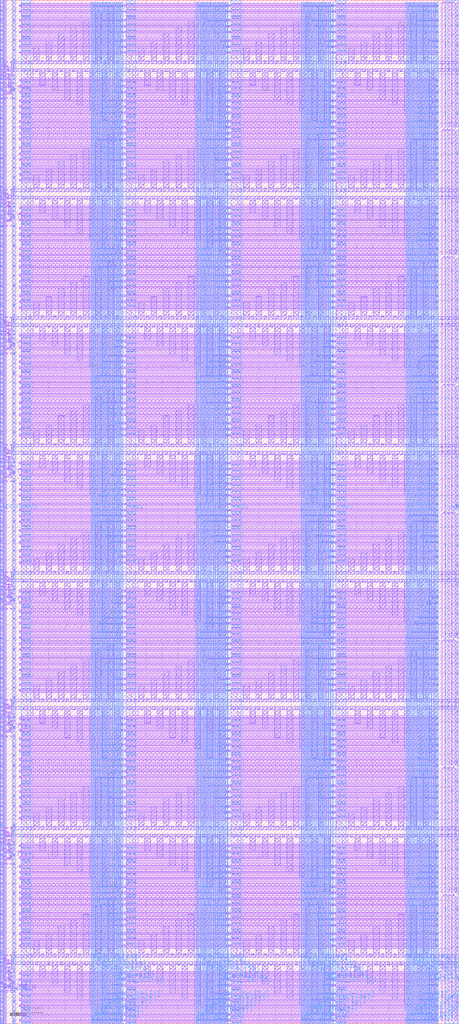
<source format=lef>
VERSION 5.7 ;
  NOWIREEXTENSIONATPIN ON ;
  DIVIDERCHAR "/" ;
  BUSBITCHARS "[]" ;
MACRO efuse_array_64x8
  CLASS BLOCK ;
  FOREIGN efuse_array_64x8 ;
  ORIGIN -24.960 -66.885 ;
  SIZE 141.830 BY 315.825 ;
  PIN COL_PROG_N[0]
    ANTENNAGATEAREA 76.500000 ;
    PORT
      LAYER Metal1 ;
        RECT 161.750 106.315 165.310 106.615 ;
    END
  END COL_PROG_N[0]
  PIN OUT[0]
    ANTENNADIFFAREA 0.897600 ;
    PORT
      LAYER Metal1 ;
        RECT 25.920 77.995 28.780 78.325 ;
    END
  END OUT[0]
  PIN COL_PROG_N[1]
    ANTENNAGATEAREA 76.500000 ;
    PORT
      LAYER Metal1 ;
        RECT 161.750 145.700 165.310 146.000 ;
    END
  END COL_PROG_N[1]
  PIN OUT[1]
    ANTENNADIFFAREA 0.897600 ;
    PORT
      LAYER Metal1 ;
        RECT 25.920 117.380 28.780 117.710 ;
    END
  END OUT[1]
  PIN COL_PROG_N[2]
    ANTENNAGATEAREA 76.500000 ;
    PORT
      LAYER Metal1 ;
        RECT 161.750 185.085 165.310 185.385 ;
    END
  END COL_PROG_N[2]
  PIN OUT[2]
    ANTENNADIFFAREA 0.897600 ;
    PORT
      LAYER Metal1 ;
        RECT 25.920 156.765 28.780 157.095 ;
    END
  END OUT[2]
  PIN COL_PROG_N[3]
    ANTENNAGATEAREA 76.500000 ;
    PORT
      LAYER Metal1 ;
        RECT 161.750 224.470 165.310 224.770 ;
    END
  END COL_PROG_N[3]
  PIN OUT[3]
    ANTENNADIFFAREA 0.897600 ;
    PORT
      LAYER Metal1 ;
        RECT 25.920 196.150 28.780 196.480 ;
    END
  END OUT[3]
  PIN COL_PROG_N[4]
    ANTENNAGATEAREA 76.500000 ;
    PORT
      LAYER Metal1 ;
        RECT 161.750 263.855 165.310 264.155 ;
    END
  END COL_PROG_N[4]
  PIN OUT[4]
    ANTENNADIFFAREA 0.897600 ;
    PORT
      LAYER Metal1 ;
        RECT 25.920 235.535 28.780 235.865 ;
    END
  END OUT[4]
  PIN COL_PROG_N[5]
    ANTENNAGATEAREA 76.500000 ;
    PORT
      LAYER Metal1 ;
        RECT 161.750 303.240 165.310 303.540 ;
    END
  END COL_PROG_N[5]
  PIN OUT[5]
    ANTENNADIFFAREA 0.897600 ;
    PORT
      LAYER Metal1 ;
        RECT 25.920 274.920 28.780 275.250 ;
    END
  END OUT[5]
  PIN COL_PROG_N[6]
    ANTENNAGATEAREA 76.500000 ;
    PORT
      LAYER Metal1 ;
        RECT 161.750 342.625 165.310 342.925 ;
    END
  END COL_PROG_N[6]
  PIN OUT[6]
    ANTENNADIFFAREA 0.897600 ;
    PORT
      LAYER Metal1 ;
        RECT 25.920 314.305 28.780 314.635 ;
    END
  END OUT[6]
  PIN COL_PROG_N[7]
    ANTENNAGATEAREA 76.500000 ;
    PORT
      LAYER Metal1 ;
        RECT 161.750 382.010 165.310 382.310 ;
    END
  END COL_PROG_N[7]
  PIN OUT[7]
    ANTENNADIFFAREA 0.897600 ;
    PORT
      LAYER Metal1 ;
        RECT 25.920 353.690 28.780 354.020 ;
    END
  END OUT[7]
  PIN PRESET_N
    ANTENNAGATEAREA 9.760000 ;
    PORT
      LAYER Metal2 ;
        RECT 25.970 362.420 26.250 382.710 ;
        RECT 25.970 362.040 26.330 362.420 ;
        RECT 25.970 323.035 26.250 362.040 ;
        RECT 25.970 322.655 26.330 323.035 ;
        RECT 25.970 283.650 26.250 322.655 ;
        RECT 25.970 283.270 26.330 283.650 ;
        RECT 25.970 244.265 26.250 283.270 ;
        RECT 25.970 243.885 26.330 244.265 ;
        RECT 25.970 204.880 26.250 243.885 ;
        RECT 25.970 204.500 26.330 204.880 ;
        RECT 25.970 165.495 26.250 204.500 ;
        RECT 25.970 165.115 26.330 165.495 ;
        RECT 25.970 126.110 26.250 165.115 ;
        RECT 25.970 125.730 26.330 126.110 ;
        RECT 25.970 86.725 26.250 125.730 ;
        RECT 25.970 86.345 26.330 86.725 ;
        RECT 25.970 66.885 26.250 86.345 ;
    END
  END PRESET_N
  PIN SENSE
    ANTENNAGATEAREA 3.936000 ;
    PORT
      LAYER Metal2 ;
        RECT 26.615 361.235 26.895 382.710 ;
        RECT 26.615 360.855 28.040 361.235 ;
        RECT 26.615 321.850 26.895 360.855 ;
        RECT 26.615 321.470 28.040 321.850 ;
        RECT 26.615 282.465 26.895 321.470 ;
        RECT 26.615 282.085 28.040 282.465 ;
        RECT 26.615 243.080 26.895 282.085 ;
        RECT 26.615 242.700 28.040 243.080 ;
        RECT 26.615 203.695 26.895 242.700 ;
        RECT 26.615 203.315 28.040 203.695 ;
        RECT 26.615 164.310 26.895 203.315 ;
        RECT 26.615 163.930 28.040 164.310 ;
        RECT 26.615 124.925 26.895 163.930 ;
        RECT 26.615 124.545 28.040 124.925 ;
        RECT 26.615 85.540 26.895 124.545 ;
        RECT 26.615 85.160 28.040 85.540 ;
        RECT 26.615 66.885 26.895 85.160 ;
    END
  END SENSE
  PIN VSS
    USE GROUND ;
    PORT
      LAYER Metal4 ;
        RECT 128.780 66.885 131.780 382.710 ;
    END
    PORT
      LAYER Metal4 ;
        RECT 96.330 66.885 99.330 382.710 ;
    END
    PORT
      LAYER Metal4 ;
        RECT 63.880 66.885 66.880 382.710 ;
    END
    PORT
      LAYER Metal4 ;
        RECT 28.670 66.885 29.670 382.710 ;
    END
    PORT
      LAYER Metal4 ;
        RECT 31.430 66.885 34.430 382.710 ;
    END
  END VSS
  PIN VDD
    USE POWER ;
    PORT
      LAYER Metal4 ;
        RECT 162.300 66.885 166.550 382.710 ;
    END
    PORT
      LAYER Metal4 ;
        RECT 25.030 66.885 26.030 382.710 ;
    END
  END VDD
  PIN BIT_SEL[48]
    ANTENNAGATEAREA 146.399994 ;
    PORT
      LAYER Metal4 ;
        RECT 160.050 366.805 160.330 382.085 ;
        RECT 160.010 366.425 160.390 366.805 ;
        RECT 160.050 327.420 160.330 366.425 ;
        RECT 160.010 327.040 160.390 327.420 ;
        RECT 160.050 288.035 160.330 327.040 ;
        RECT 160.010 287.655 160.390 288.035 ;
        RECT 160.050 248.650 160.330 287.655 ;
        RECT 160.010 248.270 160.390 248.650 ;
        RECT 160.050 209.265 160.330 248.270 ;
        RECT 160.010 208.885 160.390 209.265 ;
        RECT 160.050 169.880 160.330 208.885 ;
        RECT 160.010 169.500 160.390 169.880 ;
        RECT 160.050 130.495 160.330 169.500 ;
        RECT 160.010 130.115 160.390 130.495 ;
        RECT 160.050 91.110 160.330 130.115 ;
        RECT 160.010 90.730 160.390 91.110 ;
        RECT 160.050 66.885 160.330 90.730 ;
    END
  END BIT_SEL[48]
  PIN BIT_SEL[49]
    ANTENNAGATEAREA 146.399994 ;
    PORT
      LAYER Metal4 ;
        RECT 159.410 358.240 159.690 382.085 ;
        RECT 159.370 357.860 159.750 358.240 ;
        RECT 159.410 318.855 159.690 357.860 ;
        RECT 159.370 318.475 159.750 318.855 ;
        RECT 159.410 279.470 159.690 318.475 ;
        RECT 159.370 279.090 159.750 279.470 ;
        RECT 159.410 240.085 159.690 279.090 ;
        RECT 159.370 239.705 159.750 240.085 ;
        RECT 159.410 200.700 159.690 239.705 ;
        RECT 159.370 200.320 159.750 200.700 ;
        RECT 159.410 161.315 159.690 200.320 ;
        RECT 159.370 160.935 159.750 161.315 ;
        RECT 159.410 121.930 159.690 160.935 ;
        RECT 159.370 121.550 159.750 121.930 ;
        RECT 159.410 82.545 159.690 121.550 ;
        RECT 159.370 82.165 159.750 82.545 ;
        RECT 159.410 66.885 159.690 82.165 ;
    END
  END BIT_SEL[49]
  PIN BIT_SEL[50]
    ANTENNAGATEAREA 146.399994 ;
    PORT
      LAYER Metal4 ;
        RECT 158.770 368.645 159.050 382.085 ;
        RECT 158.730 368.265 159.110 368.645 ;
        RECT 158.770 329.260 159.050 368.265 ;
        RECT 158.730 328.880 159.110 329.260 ;
        RECT 158.770 289.875 159.050 328.880 ;
        RECT 158.730 289.495 159.110 289.875 ;
        RECT 158.770 250.490 159.050 289.495 ;
        RECT 158.730 250.110 159.110 250.490 ;
        RECT 158.770 211.105 159.050 250.110 ;
        RECT 158.730 210.725 159.110 211.105 ;
        RECT 158.770 171.720 159.050 210.725 ;
        RECT 158.730 171.340 159.110 171.720 ;
        RECT 158.770 132.335 159.050 171.340 ;
        RECT 158.730 131.955 159.110 132.335 ;
        RECT 158.770 92.950 159.050 131.955 ;
        RECT 158.730 92.570 159.110 92.950 ;
        RECT 158.770 66.885 159.050 92.570 ;
    END
  END BIT_SEL[50]
  PIN BIT_SEL[51]
    ANTENNAGATEAREA 146.399994 ;
    PORT
      LAYER Metal4 ;
        RECT 158.130 356.400 158.410 382.085 ;
        RECT 158.090 356.020 158.470 356.400 ;
        RECT 158.130 317.015 158.410 356.020 ;
        RECT 158.090 316.635 158.470 317.015 ;
        RECT 158.130 277.630 158.410 316.635 ;
        RECT 158.090 277.250 158.470 277.630 ;
        RECT 158.130 238.245 158.410 277.250 ;
        RECT 158.090 237.865 158.470 238.245 ;
        RECT 158.130 198.860 158.410 237.865 ;
        RECT 158.090 198.480 158.470 198.860 ;
        RECT 158.130 159.475 158.410 198.480 ;
        RECT 158.090 159.095 158.470 159.475 ;
        RECT 158.130 120.090 158.410 159.095 ;
        RECT 158.090 119.710 158.470 120.090 ;
        RECT 158.130 80.705 158.410 119.710 ;
        RECT 158.090 80.325 158.470 80.705 ;
        RECT 158.130 66.885 158.410 80.325 ;
    END
  END BIT_SEL[51]
  PIN BIT_SEL[52]
    ANTENNAGATEAREA 146.399994 ;
    PORT
      LAYER Metal4 ;
        RECT 157.490 370.485 157.770 382.085 ;
        RECT 157.450 370.105 157.830 370.485 ;
        RECT 157.490 331.100 157.770 370.105 ;
        RECT 157.450 330.720 157.830 331.100 ;
        RECT 157.490 291.715 157.770 330.720 ;
        RECT 157.450 291.335 157.830 291.715 ;
        RECT 157.490 252.330 157.770 291.335 ;
        RECT 157.450 251.950 157.830 252.330 ;
        RECT 157.490 212.945 157.770 251.950 ;
        RECT 157.450 212.565 157.830 212.945 ;
        RECT 157.490 173.560 157.770 212.565 ;
        RECT 157.450 173.180 157.830 173.560 ;
        RECT 157.490 134.175 157.770 173.180 ;
        RECT 157.450 133.795 157.830 134.175 ;
        RECT 157.490 94.790 157.770 133.795 ;
        RECT 157.450 94.410 157.830 94.790 ;
        RECT 157.490 66.885 157.770 94.410 ;
    END
  END BIT_SEL[52]
  PIN BIT_SEL[53]
    ANTENNAGATEAREA 146.399994 ;
    PORT
      LAYER Metal4 ;
        RECT 156.850 354.555 157.130 382.085 ;
        RECT 156.810 354.175 157.190 354.555 ;
        RECT 156.850 315.170 157.130 354.175 ;
        RECT 156.810 314.790 157.190 315.170 ;
        RECT 156.850 275.785 157.130 314.790 ;
        RECT 156.810 275.405 157.190 275.785 ;
        RECT 156.850 236.400 157.130 275.405 ;
        RECT 156.810 236.020 157.190 236.400 ;
        RECT 156.850 197.015 157.130 236.020 ;
        RECT 156.810 196.635 157.190 197.015 ;
        RECT 156.850 157.630 157.130 196.635 ;
        RECT 156.810 157.250 157.190 157.630 ;
        RECT 156.850 118.245 157.130 157.250 ;
        RECT 156.810 117.865 157.190 118.245 ;
        RECT 156.850 78.860 157.130 117.865 ;
        RECT 156.810 78.480 157.190 78.860 ;
        RECT 156.850 66.885 157.130 78.480 ;
    END
  END BIT_SEL[53]
  PIN BIT_SEL[54]
    ANTENNAGATEAREA 146.399994 ;
    PORT
      LAYER Metal4 ;
        RECT 156.210 373.130 156.490 382.085 ;
        RECT 156.170 372.750 156.550 373.130 ;
        RECT 156.210 333.745 156.490 372.750 ;
        RECT 156.170 333.365 156.550 333.745 ;
        RECT 156.210 294.360 156.490 333.365 ;
        RECT 156.170 293.980 156.550 294.360 ;
        RECT 156.210 254.975 156.490 293.980 ;
        RECT 156.170 254.595 156.550 254.975 ;
        RECT 156.210 215.590 156.490 254.595 ;
        RECT 156.170 215.210 156.550 215.590 ;
        RECT 156.210 176.205 156.490 215.210 ;
        RECT 156.170 175.825 156.550 176.205 ;
        RECT 156.210 136.820 156.490 175.825 ;
        RECT 156.170 136.440 156.550 136.820 ;
        RECT 156.210 97.435 156.490 136.440 ;
        RECT 156.170 97.055 156.550 97.435 ;
        RECT 156.210 66.885 156.490 97.055 ;
    END
  END BIT_SEL[54]
  PIN BIT_SEL[55]
    ANTENNAGATEAREA 146.399994 ;
    PORT
      LAYER Metal4 ;
        RECT 155.570 351.915 155.850 382.085 ;
        RECT 155.530 351.535 155.910 351.915 ;
        RECT 155.570 312.530 155.850 351.535 ;
        RECT 155.530 312.150 155.910 312.530 ;
        RECT 155.570 273.145 155.850 312.150 ;
        RECT 155.530 272.765 155.910 273.145 ;
        RECT 155.570 233.760 155.850 272.765 ;
        RECT 155.530 233.380 155.910 233.760 ;
        RECT 155.570 194.375 155.850 233.380 ;
        RECT 155.530 193.995 155.910 194.375 ;
        RECT 155.570 154.990 155.850 193.995 ;
        RECT 155.530 154.610 155.910 154.990 ;
        RECT 155.570 115.605 155.850 154.610 ;
        RECT 155.530 115.225 155.910 115.605 ;
        RECT 155.570 76.220 155.850 115.225 ;
        RECT 155.530 75.840 155.910 76.220 ;
        RECT 155.570 66.885 155.850 75.840 ;
    END
  END BIT_SEL[55]
  PIN BIT_SEL[56]
    ANTENNAGATEAREA 146.399994 ;
    PORT
      LAYER Metal4 ;
        RECT 154.930 374.970 155.210 382.085 ;
        RECT 154.890 374.590 155.270 374.970 ;
        RECT 154.930 335.585 155.210 374.590 ;
        RECT 154.890 335.205 155.270 335.585 ;
        RECT 154.930 296.200 155.210 335.205 ;
        RECT 154.890 295.820 155.270 296.200 ;
        RECT 154.930 256.815 155.210 295.820 ;
        RECT 154.890 256.435 155.270 256.815 ;
        RECT 154.930 217.430 155.210 256.435 ;
        RECT 154.890 217.050 155.270 217.430 ;
        RECT 154.930 178.045 155.210 217.050 ;
        RECT 154.890 177.665 155.270 178.045 ;
        RECT 154.930 138.660 155.210 177.665 ;
        RECT 154.890 138.280 155.270 138.660 ;
        RECT 154.930 99.275 155.210 138.280 ;
        RECT 154.890 98.895 155.270 99.275 ;
        RECT 154.930 66.885 155.210 98.895 ;
    END
  END BIT_SEL[56]
  PIN BIT_SEL[57]
    ANTENNAGATEAREA 146.399994 ;
    PORT
      LAYER Metal4 ;
        RECT 154.290 350.075 154.570 382.085 ;
        RECT 154.250 349.695 154.630 350.075 ;
        RECT 154.290 310.690 154.570 349.695 ;
        RECT 154.250 310.310 154.630 310.690 ;
        RECT 154.290 271.305 154.570 310.310 ;
        RECT 154.250 270.925 154.630 271.305 ;
        RECT 154.290 231.920 154.570 270.925 ;
        RECT 154.250 231.540 154.630 231.920 ;
        RECT 154.290 192.535 154.570 231.540 ;
        RECT 154.250 192.155 154.630 192.535 ;
        RECT 154.290 153.150 154.570 192.155 ;
        RECT 154.250 152.770 154.630 153.150 ;
        RECT 154.290 113.765 154.570 152.770 ;
        RECT 154.250 113.385 154.630 113.765 ;
        RECT 154.290 74.380 154.570 113.385 ;
        RECT 154.250 74.000 154.630 74.380 ;
        RECT 154.290 66.885 154.570 74.000 ;
    END
  END BIT_SEL[57]
  PIN BIT_SEL[58]
    ANTENNAGATEAREA 146.399994 ;
    PORT
      LAYER Metal4 ;
        RECT 153.650 376.810 153.930 382.085 ;
        RECT 153.610 376.430 153.990 376.810 ;
        RECT 153.650 337.425 153.930 376.430 ;
        RECT 153.610 337.045 153.990 337.425 ;
        RECT 153.650 298.040 153.930 337.045 ;
        RECT 153.610 297.660 153.990 298.040 ;
        RECT 153.650 258.655 153.930 297.660 ;
        RECT 153.610 258.275 153.990 258.655 ;
        RECT 153.650 219.270 153.930 258.275 ;
        RECT 153.610 218.890 153.990 219.270 ;
        RECT 153.650 179.885 153.930 218.890 ;
        RECT 153.610 179.505 153.990 179.885 ;
        RECT 153.650 140.500 153.930 179.505 ;
        RECT 153.610 140.120 153.990 140.500 ;
        RECT 153.650 101.115 153.930 140.120 ;
        RECT 153.610 100.735 153.990 101.115 ;
        RECT 153.650 66.885 153.930 100.735 ;
    END
  END BIT_SEL[58]
  PIN BIT_SEL[59]
    ANTENNAGATEAREA 146.399994 ;
    PORT
      LAYER Metal4 ;
        RECT 153.010 348.230 153.290 382.085 ;
        RECT 152.970 347.850 153.350 348.230 ;
        RECT 153.010 308.845 153.290 347.850 ;
        RECT 152.970 308.465 153.350 308.845 ;
        RECT 153.010 269.460 153.290 308.465 ;
        RECT 152.970 269.080 153.350 269.460 ;
        RECT 153.010 230.075 153.290 269.080 ;
        RECT 152.970 229.695 153.350 230.075 ;
        RECT 153.010 190.690 153.290 229.695 ;
        RECT 152.970 190.310 153.350 190.690 ;
        RECT 153.010 151.305 153.290 190.310 ;
        RECT 152.970 150.925 153.350 151.305 ;
        RECT 153.010 111.920 153.290 150.925 ;
        RECT 152.970 111.540 153.350 111.920 ;
        RECT 153.010 72.535 153.290 111.540 ;
        RECT 152.970 72.155 153.350 72.535 ;
        RECT 153.010 66.885 153.290 72.155 ;
    END
  END BIT_SEL[59]
  PIN BIT_SEL[60]
    ANTENNAGATEAREA 146.399994 ;
    PORT
      LAYER Metal4 ;
        RECT 152.370 379.455 152.650 382.085 ;
        RECT 152.330 379.075 152.710 379.455 ;
        RECT 152.370 340.070 152.650 379.075 ;
        RECT 152.330 339.690 152.710 340.070 ;
        RECT 152.370 300.685 152.650 339.690 ;
        RECT 152.330 300.305 152.710 300.685 ;
        RECT 152.370 261.300 152.650 300.305 ;
        RECT 152.330 260.920 152.710 261.300 ;
        RECT 152.370 221.915 152.650 260.920 ;
        RECT 152.330 221.535 152.710 221.915 ;
        RECT 152.370 182.530 152.650 221.535 ;
        RECT 152.330 182.150 152.710 182.530 ;
        RECT 152.370 143.145 152.650 182.150 ;
        RECT 152.330 142.765 152.710 143.145 ;
        RECT 152.370 103.760 152.650 142.765 ;
        RECT 152.330 103.380 152.710 103.760 ;
        RECT 152.370 66.885 152.650 103.380 ;
    END
  END BIT_SEL[60]
  PIN BIT_SEL[61]
    ANTENNAGATEAREA 146.399994 ;
    PORT
      LAYER Metal4 ;
        RECT 151.730 345.590 152.010 382.085 ;
        RECT 151.690 345.210 152.070 345.590 ;
        RECT 151.730 306.205 152.010 345.210 ;
        RECT 151.690 305.825 152.070 306.205 ;
        RECT 151.730 266.820 152.010 305.825 ;
        RECT 151.690 266.440 152.070 266.820 ;
        RECT 151.730 227.435 152.010 266.440 ;
        RECT 151.690 227.055 152.070 227.435 ;
        RECT 151.730 188.050 152.010 227.055 ;
        RECT 151.690 187.670 152.070 188.050 ;
        RECT 151.730 148.665 152.010 187.670 ;
        RECT 151.690 148.285 152.070 148.665 ;
        RECT 151.730 109.280 152.010 148.285 ;
        RECT 151.690 108.900 152.070 109.280 ;
        RECT 151.730 69.895 152.010 108.900 ;
        RECT 151.690 69.515 152.070 69.895 ;
        RECT 151.730 66.885 152.010 69.515 ;
    END
  END BIT_SEL[61]
  PIN BIT_SEL[62]
    ANTENNAGATEAREA 146.399994 ;
    PORT
      LAYER Metal4 ;
        RECT 151.090 381.295 151.370 382.085 ;
        RECT 151.050 380.915 151.430 381.295 ;
        RECT 151.090 341.910 151.370 380.915 ;
        RECT 151.050 341.530 151.430 341.910 ;
        RECT 151.090 302.525 151.370 341.530 ;
        RECT 151.050 302.145 151.430 302.525 ;
        RECT 151.090 263.140 151.370 302.145 ;
        RECT 151.050 262.760 151.430 263.140 ;
        RECT 151.090 223.755 151.370 262.760 ;
        RECT 151.050 223.375 151.430 223.755 ;
        RECT 151.090 184.370 151.370 223.375 ;
        RECT 151.050 183.990 151.430 184.370 ;
        RECT 151.090 144.985 151.370 183.990 ;
        RECT 151.050 144.605 151.430 144.985 ;
        RECT 151.090 105.600 151.370 144.605 ;
        RECT 151.050 105.220 151.430 105.600 ;
        RECT 151.090 66.885 151.370 105.220 ;
    END
  END BIT_SEL[62]
  PIN BIT_SEL[63]
    ANTENNAGATEAREA 146.399994 ;
    PORT
      LAYER Metal4 ;
        RECT 150.450 343.750 150.730 382.085 ;
        RECT 150.410 343.370 150.790 343.750 ;
        RECT 150.450 304.365 150.730 343.370 ;
        RECT 150.410 303.985 150.790 304.365 ;
        RECT 150.450 264.980 150.730 303.985 ;
        RECT 150.410 264.600 150.790 264.980 ;
        RECT 150.450 225.595 150.730 264.600 ;
        RECT 150.410 225.215 150.790 225.595 ;
        RECT 150.450 186.210 150.730 225.215 ;
        RECT 150.410 185.830 150.790 186.210 ;
        RECT 150.450 146.825 150.730 185.830 ;
        RECT 150.410 146.445 150.790 146.825 ;
        RECT 150.450 107.440 150.730 146.445 ;
        RECT 150.410 107.060 150.790 107.440 ;
        RECT 150.450 68.055 150.730 107.060 ;
        RECT 150.410 67.675 150.790 68.055 ;
        RECT 150.450 66.885 150.730 67.675 ;
    END
  END BIT_SEL[63]
  PIN BIT_SEL[46]
    ANTENNAGATEAREA 146.399994 ;
    PORT
      LAYER Metal4 ;
        RECT 118.640 381.295 118.920 382.085 ;
        RECT 118.600 380.915 118.980 381.295 ;
        RECT 118.640 341.910 118.920 380.915 ;
        RECT 118.600 341.530 118.980 341.910 ;
        RECT 118.640 302.525 118.920 341.530 ;
        RECT 118.600 302.145 118.980 302.525 ;
        RECT 118.640 263.140 118.920 302.145 ;
        RECT 118.600 262.760 118.980 263.140 ;
        RECT 118.640 223.755 118.920 262.760 ;
        RECT 118.600 223.375 118.980 223.755 ;
        RECT 118.640 184.370 118.920 223.375 ;
        RECT 118.600 183.990 118.980 184.370 ;
        RECT 118.640 144.985 118.920 183.990 ;
        RECT 118.600 144.605 118.980 144.985 ;
        RECT 118.640 105.600 118.920 144.605 ;
        RECT 118.600 105.220 118.980 105.600 ;
        RECT 118.640 66.885 118.920 105.220 ;
    END
  END BIT_SEL[46]
  PIN BIT_SEL[47]
    ANTENNAGATEAREA 146.399994 ;
    PORT
      LAYER Metal4 ;
        RECT 118.000 343.750 118.280 382.085 ;
        RECT 117.960 343.370 118.340 343.750 ;
        RECT 118.000 304.365 118.280 343.370 ;
        RECT 117.960 303.985 118.340 304.365 ;
        RECT 118.000 264.980 118.280 303.985 ;
        RECT 117.960 264.600 118.340 264.980 ;
        RECT 118.000 225.595 118.280 264.600 ;
        RECT 117.960 225.215 118.340 225.595 ;
        RECT 118.000 186.210 118.280 225.215 ;
        RECT 117.960 185.830 118.340 186.210 ;
        RECT 118.000 146.825 118.280 185.830 ;
        RECT 117.960 146.445 118.340 146.825 ;
        RECT 118.000 107.440 118.280 146.445 ;
        RECT 117.960 107.060 118.340 107.440 ;
        RECT 118.000 68.055 118.280 107.060 ;
        RECT 117.960 67.675 118.340 68.055 ;
        RECT 118.000 66.885 118.280 67.675 ;
    END
  END BIT_SEL[47]
  PIN BIT_SEL[16]
    ANTENNAGATEAREA 146.399994 ;
    PORT
      LAYER Metal4 ;
        RECT 95.150 366.805 95.430 382.085 ;
        RECT 95.110 366.425 95.490 366.805 ;
        RECT 95.150 327.420 95.430 366.425 ;
        RECT 95.110 327.040 95.490 327.420 ;
        RECT 95.150 288.035 95.430 327.040 ;
        RECT 95.110 287.655 95.490 288.035 ;
        RECT 95.150 248.650 95.430 287.655 ;
        RECT 95.110 248.270 95.490 248.650 ;
        RECT 95.150 209.265 95.430 248.270 ;
        RECT 95.110 208.885 95.490 209.265 ;
        RECT 95.150 169.880 95.430 208.885 ;
        RECT 95.110 169.500 95.490 169.880 ;
        RECT 95.150 130.495 95.430 169.500 ;
        RECT 95.110 130.115 95.490 130.495 ;
        RECT 95.150 91.110 95.430 130.115 ;
        RECT 95.110 90.730 95.490 91.110 ;
        RECT 95.150 66.885 95.430 90.730 ;
    END
  END BIT_SEL[16]
  PIN BIT_SEL[32]
    ANTENNAGATEAREA 146.399994 ;
    PORT
      LAYER Metal4 ;
        RECT 127.600 366.805 127.880 382.085 ;
        RECT 127.560 366.425 127.940 366.805 ;
        RECT 127.600 327.420 127.880 366.425 ;
        RECT 127.560 327.040 127.940 327.420 ;
        RECT 127.600 288.035 127.880 327.040 ;
        RECT 127.560 287.655 127.940 288.035 ;
        RECT 127.600 248.650 127.880 287.655 ;
        RECT 127.560 248.270 127.940 248.650 ;
        RECT 127.600 209.265 127.880 248.270 ;
        RECT 127.560 208.885 127.940 209.265 ;
        RECT 127.600 169.880 127.880 208.885 ;
        RECT 127.560 169.500 127.940 169.880 ;
        RECT 127.600 130.495 127.880 169.500 ;
        RECT 127.560 130.115 127.940 130.495 ;
        RECT 127.600 91.110 127.880 130.115 ;
        RECT 127.560 90.730 127.940 91.110 ;
        RECT 127.600 66.885 127.880 90.730 ;
    END
  END BIT_SEL[32]
  PIN BIT_SEL[33]
    ANTENNAGATEAREA 146.399994 ;
    PORT
      LAYER Metal4 ;
        RECT 126.960 358.240 127.240 382.085 ;
        RECT 126.920 357.860 127.300 358.240 ;
        RECT 126.960 318.855 127.240 357.860 ;
        RECT 126.920 318.475 127.300 318.855 ;
        RECT 126.960 279.470 127.240 318.475 ;
        RECT 126.920 279.090 127.300 279.470 ;
        RECT 126.960 240.085 127.240 279.090 ;
        RECT 126.920 239.705 127.300 240.085 ;
        RECT 126.960 200.700 127.240 239.705 ;
        RECT 126.920 200.320 127.300 200.700 ;
        RECT 126.960 161.315 127.240 200.320 ;
        RECT 126.920 160.935 127.300 161.315 ;
        RECT 126.960 121.930 127.240 160.935 ;
        RECT 126.920 121.550 127.300 121.930 ;
        RECT 126.960 82.545 127.240 121.550 ;
        RECT 126.920 82.165 127.300 82.545 ;
        RECT 126.960 66.885 127.240 82.165 ;
    END
  END BIT_SEL[33]
  PIN BIT_SEL[34]
    ANTENNAGATEAREA 146.399994 ;
    PORT
      LAYER Metal4 ;
        RECT 126.320 368.645 126.600 382.085 ;
        RECT 126.280 368.265 126.660 368.645 ;
        RECT 126.320 329.260 126.600 368.265 ;
        RECT 126.280 328.880 126.660 329.260 ;
        RECT 126.320 289.875 126.600 328.880 ;
        RECT 126.280 289.495 126.660 289.875 ;
        RECT 126.320 250.490 126.600 289.495 ;
        RECT 126.280 250.110 126.660 250.490 ;
        RECT 126.320 211.105 126.600 250.110 ;
        RECT 126.280 210.725 126.660 211.105 ;
        RECT 126.320 171.720 126.600 210.725 ;
        RECT 126.280 171.340 126.660 171.720 ;
        RECT 126.320 132.335 126.600 171.340 ;
        RECT 126.280 131.955 126.660 132.335 ;
        RECT 126.320 92.950 126.600 131.955 ;
        RECT 126.280 92.570 126.660 92.950 ;
        RECT 126.320 66.885 126.600 92.570 ;
    END
  END BIT_SEL[34]
  PIN BIT_SEL[35]
    ANTENNAGATEAREA 146.399994 ;
    PORT
      LAYER Metal4 ;
        RECT 125.680 356.400 125.960 382.085 ;
        RECT 125.640 356.020 126.020 356.400 ;
        RECT 125.680 317.015 125.960 356.020 ;
        RECT 125.640 316.635 126.020 317.015 ;
        RECT 125.680 277.630 125.960 316.635 ;
        RECT 125.640 277.250 126.020 277.630 ;
        RECT 125.680 238.245 125.960 277.250 ;
        RECT 125.640 237.865 126.020 238.245 ;
        RECT 125.680 198.860 125.960 237.865 ;
        RECT 125.640 198.480 126.020 198.860 ;
        RECT 125.680 159.475 125.960 198.480 ;
        RECT 125.640 159.095 126.020 159.475 ;
        RECT 125.680 120.090 125.960 159.095 ;
        RECT 125.640 119.710 126.020 120.090 ;
        RECT 125.680 80.705 125.960 119.710 ;
        RECT 125.640 80.325 126.020 80.705 ;
        RECT 125.680 66.885 125.960 80.325 ;
    END
  END BIT_SEL[35]
  PIN BIT_SEL[36]
    ANTENNAGATEAREA 146.399994 ;
    PORT
      LAYER Metal4 ;
        RECT 125.040 370.485 125.320 382.085 ;
        RECT 125.000 370.105 125.380 370.485 ;
        RECT 125.040 331.100 125.320 370.105 ;
        RECT 125.000 330.720 125.380 331.100 ;
        RECT 125.040 291.715 125.320 330.720 ;
        RECT 125.000 291.335 125.380 291.715 ;
        RECT 125.040 252.330 125.320 291.335 ;
        RECT 125.000 251.950 125.380 252.330 ;
        RECT 125.040 212.945 125.320 251.950 ;
        RECT 125.000 212.565 125.380 212.945 ;
        RECT 125.040 173.560 125.320 212.565 ;
        RECT 125.000 173.180 125.380 173.560 ;
        RECT 125.040 134.175 125.320 173.180 ;
        RECT 125.000 133.795 125.380 134.175 ;
        RECT 125.040 94.790 125.320 133.795 ;
        RECT 125.000 94.410 125.380 94.790 ;
        RECT 125.040 66.885 125.320 94.410 ;
    END
  END BIT_SEL[36]
  PIN BIT_SEL[37]
    ANTENNAGATEAREA 146.399994 ;
    PORT
      LAYER Metal4 ;
        RECT 124.400 354.555 124.680 382.085 ;
        RECT 124.360 354.175 124.740 354.555 ;
        RECT 124.400 315.170 124.680 354.175 ;
        RECT 124.360 314.790 124.740 315.170 ;
        RECT 124.400 275.785 124.680 314.790 ;
        RECT 124.360 275.405 124.740 275.785 ;
        RECT 124.400 236.400 124.680 275.405 ;
        RECT 124.360 236.020 124.740 236.400 ;
        RECT 124.400 197.015 124.680 236.020 ;
        RECT 124.360 196.635 124.740 197.015 ;
        RECT 124.400 157.630 124.680 196.635 ;
        RECT 124.360 157.250 124.740 157.630 ;
        RECT 124.400 118.245 124.680 157.250 ;
        RECT 124.360 117.865 124.740 118.245 ;
        RECT 124.400 78.860 124.680 117.865 ;
        RECT 124.360 78.480 124.740 78.860 ;
        RECT 124.400 66.885 124.680 78.480 ;
    END
  END BIT_SEL[37]
  PIN BIT_SEL[38]
    ANTENNAGATEAREA 146.399994 ;
    PORT
      LAYER Metal4 ;
        RECT 123.760 373.130 124.040 382.085 ;
        RECT 123.720 372.750 124.100 373.130 ;
        RECT 123.760 333.745 124.040 372.750 ;
        RECT 123.720 333.365 124.100 333.745 ;
        RECT 123.760 294.360 124.040 333.365 ;
        RECT 123.720 293.980 124.100 294.360 ;
        RECT 123.760 254.975 124.040 293.980 ;
        RECT 123.720 254.595 124.100 254.975 ;
        RECT 123.760 215.590 124.040 254.595 ;
        RECT 123.720 215.210 124.100 215.590 ;
        RECT 123.760 176.205 124.040 215.210 ;
        RECT 123.720 175.825 124.100 176.205 ;
        RECT 123.760 136.820 124.040 175.825 ;
        RECT 123.720 136.440 124.100 136.820 ;
        RECT 123.760 97.435 124.040 136.440 ;
        RECT 123.720 97.055 124.100 97.435 ;
        RECT 123.760 66.885 124.040 97.055 ;
    END
  END BIT_SEL[38]
  PIN BIT_SEL[39]
    ANTENNAGATEAREA 146.399994 ;
    PORT
      LAYER Metal4 ;
        RECT 123.120 351.915 123.400 382.085 ;
        RECT 123.080 351.535 123.460 351.915 ;
        RECT 123.120 312.530 123.400 351.535 ;
        RECT 123.080 312.150 123.460 312.530 ;
        RECT 123.120 273.145 123.400 312.150 ;
        RECT 123.080 272.765 123.460 273.145 ;
        RECT 123.120 233.760 123.400 272.765 ;
        RECT 123.080 233.380 123.460 233.760 ;
        RECT 123.120 194.375 123.400 233.380 ;
        RECT 123.080 193.995 123.460 194.375 ;
        RECT 123.120 154.990 123.400 193.995 ;
        RECT 123.080 154.610 123.460 154.990 ;
        RECT 123.120 115.605 123.400 154.610 ;
        RECT 123.080 115.225 123.460 115.605 ;
        RECT 123.120 76.220 123.400 115.225 ;
        RECT 123.080 75.840 123.460 76.220 ;
        RECT 123.120 66.885 123.400 75.840 ;
    END
  END BIT_SEL[39]
  PIN BIT_SEL[40]
    ANTENNAGATEAREA 146.399994 ;
    PORT
      LAYER Metal4 ;
        RECT 122.480 374.970 122.760 382.085 ;
        RECT 122.440 374.590 122.820 374.970 ;
        RECT 122.480 335.585 122.760 374.590 ;
        RECT 122.440 335.205 122.820 335.585 ;
        RECT 122.480 296.200 122.760 335.205 ;
        RECT 122.440 295.820 122.820 296.200 ;
        RECT 122.480 256.815 122.760 295.820 ;
        RECT 122.440 256.435 122.820 256.815 ;
        RECT 122.480 217.430 122.760 256.435 ;
        RECT 122.440 217.050 122.820 217.430 ;
        RECT 122.480 178.045 122.760 217.050 ;
        RECT 122.440 177.665 122.820 178.045 ;
        RECT 122.480 138.660 122.760 177.665 ;
        RECT 122.440 138.280 122.820 138.660 ;
        RECT 122.480 99.275 122.760 138.280 ;
        RECT 122.440 98.895 122.820 99.275 ;
        RECT 122.480 66.885 122.760 98.895 ;
    END
  END BIT_SEL[40]
  PIN BIT_SEL[41]
    ANTENNAGATEAREA 146.399994 ;
    PORT
      LAYER Metal4 ;
        RECT 121.840 350.075 122.120 382.085 ;
        RECT 121.800 349.695 122.180 350.075 ;
        RECT 121.840 310.690 122.120 349.695 ;
        RECT 121.800 310.310 122.180 310.690 ;
        RECT 121.840 271.305 122.120 310.310 ;
        RECT 121.800 270.925 122.180 271.305 ;
        RECT 121.840 231.920 122.120 270.925 ;
        RECT 121.800 231.540 122.180 231.920 ;
        RECT 121.840 192.535 122.120 231.540 ;
        RECT 121.800 192.155 122.180 192.535 ;
        RECT 121.840 153.150 122.120 192.155 ;
        RECT 121.800 152.770 122.180 153.150 ;
        RECT 121.840 113.765 122.120 152.770 ;
        RECT 121.800 113.385 122.180 113.765 ;
        RECT 121.840 74.380 122.120 113.385 ;
        RECT 121.800 74.000 122.180 74.380 ;
        RECT 121.840 66.885 122.120 74.000 ;
    END
  END BIT_SEL[41]
  PIN BIT_SEL[42]
    ANTENNAGATEAREA 146.399994 ;
    PORT
      LAYER Metal4 ;
        RECT 121.200 376.810 121.480 382.085 ;
        RECT 121.160 376.430 121.540 376.810 ;
        RECT 121.200 337.425 121.480 376.430 ;
        RECT 121.160 337.045 121.540 337.425 ;
        RECT 121.200 298.040 121.480 337.045 ;
        RECT 121.160 297.660 121.540 298.040 ;
        RECT 121.200 258.655 121.480 297.660 ;
        RECT 121.160 258.275 121.540 258.655 ;
        RECT 121.200 219.270 121.480 258.275 ;
        RECT 121.160 218.890 121.540 219.270 ;
        RECT 121.200 179.885 121.480 218.890 ;
        RECT 121.160 179.505 121.540 179.885 ;
        RECT 121.200 140.500 121.480 179.505 ;
        RECT 121.160 140.120 121.540 140.500 ;
        RECT 121.200 101.115 121.480 140.120 ;
        RECT 121.160 100.735 121.540 101.115 ;
        RECT 121.200 66.885 121.480 100.735 ;
    END
  END BIT_SEL[42]
  PIN BIT_SEL[43]
    ANTENNAGATEAREA 146.399994 ;
    PORT
      LAYER Metal4 ;
        RECT 120.560 348.230 120.840 382.085 ;
        RECT 120.520 347.850 120.900 348.230 ;
        RECT 120.560 308.845 120.840 347.850 ;
        RECT 120.520 308.465 120.900 308.845 ;
        RECT 120.560 269.460 120.840 308.465 ;
        RECT 120.520 269.080 120.900 269.460 ;
        RECT 120.560 230.075 120.840 269.080 ;
        RECT 120.520 229.695 120.900 230.075 ;
        RECT 120.560 190.690 120.840 229.695 ;
        RECT 120.520 190.310 120.900 190.690 ;
        RECT 120.560 151.305 120.840 190.310 ;
        RECT 120.520 150.925 120.900 151.305 ;
        RECT 120.560 111.920 120.840 150.925 ;
        RECT 120.520 111.540 120.900 111.920 ;
        RECT 120.560 72.535 120.840 111.540 ;
        RECT 120.520 72.155 120.900 72.535 ;
        RECT 120.560 66.885 120.840 72.155 ;
    END
  END BIT_SEL[43]
  PIN BIT_SEL[44]
    ANTENNAGATEAREA 146.399994 ;
    PORT
      LAYER Metal4 ;
        RECT 119.920 379.455 120.200 382.085 ;
        RECT 119.880 379.075 120.260 379.455 ;
        RECT 119.920 340.070 120.200 379.075 ;
        RECT 119.880 339.690 120.260 340.070 ;
        RECT 119.920 300.685 120.200 339.690 ;
        RECT 119.880 300.305 120.260 300.685 ;
        RECT 119.920 261.300 120.200 300.305 ;
        RECT 119.880 260.920 120.260 261.300 ;
        RECT 119.920 221.915 120.200 260.920 ;
        RECT 119.880 221.535 120.260 221.915 ;
        RECT 119.920 182.530 120.200 221.535 ;
        RECT 119.880 182.150 120.260 182.530 ;
        RECT 119.920 143.145 120.200 182.150 ;
        RECT 119.880 142.765 120.260 143.145 ;
        RECT 119.920 103.760 120.200 142.765 ;
        RECT 119.880 103.380 120.260 103.760 ;
        RECT 119.920 66.885 120.200 103.380 ;
    END
  END BIT_SEL[44]
  PIN BIT_SEL[45]
    ANTENNAGATEAREA 146.399994 ;
    PORT
      LAYER Metal4 ;
        RECT 119.280 345.590 119.560 382.085 ;
        RECT 119.240 345.210 119.620 345.590 ;
        RECT 119.280 306.205 119.560 345.210 ;
        RECT 119.240 305.825 119.620 306.205 ;
        RECT 119.280 266.820 119.560 305.825 ;
        RECT 119.240 266.440 119.620 266.820 ;
        RECT 119.280 227.435 119.560 266.440 ;
        RECT 119.240 227.055 119.620 227.435 ;
        RECT 119.280 188.050 119.560 227.055 ;
        RECT 119.240 187.670 119.620 188.050 ;
        RECT 119.280 148.665 119.560 187.670 ;
        RECT 119.240 148.285 119.620 148.665 ;
        RECT 119.280 109.280 119.560 148.285 ;
        RECT 119.240 108.900 119.620 109.280 ;
        RECT 119.280 69.895 119.560 108.900 ;
        RECT 119.240 69.515 119.620 69.895 ;
        RECT 119.280 66.885 119.560 69.515 ;
    END
  END BIT_SEL[45]
  PIN BIT_SEL[0]
    ANTENNAGATEAREA 146.399994 ;
    PORT
      LAYER Metal4 ;
        RECT 62.700 366.805 62.980 382.085 ;
        RECT 62.660 366.425 63.040 366.805 ;
        RECT 62.700 327.420 62.980 366.425 ;
        RECT 62.660 327.040 63.040 327.420 ;
        RECT 62.700 288.035 62.980 327.040 ;
        RECT 62.660 287.655 63.040 288.035 ;
        RECT 62.700 248.650 62.980 287.655 ;
        RECT 62.660 248.270 63.040 248.650 ;
        RECT 62.700 209.265 62.980 248.270 ;
        RECT 62.660 208.885 63.040 209.265 ;
        RECT 62.700 169.880 62.980 208.885 ;
        RECT 62.660 169.500 63.040 169.880 ;
        RECT 62.700 130.495 62.980 169.500 ;
        RECT 62.660 130.115 63.040 130.495 ;
        RECT 62.700 91.110 62.980 130.115 ;
        RECT 62.660 90.730 63.040 91.110 ;
        RECT 62.700 66.885 62.980 90.730 ;
    END
  END BIT_SEL[0]
  PIN BIT_SEL[1]
    ANTENNAGATEAREA 146.399994 ;
    PORT
      LAYER Metal4 ;
        RECT 62.060 358.240 62.340 382.085 ;
        RECT 62.020 357.860 62.400 358.240 ;
        RECT 62.060 318.855 62.340 357.860 ;
        RECT 62.020 318.475 62.400 318.855 ;
        RECT 62.060 279.470 62.340 318.475 ;
        RECT 62.020 279.090 62.400 279.470 ;
        RECT 62.060 240.085 62.340 279.090 ;
        RECT 62.020 239.705 62.400 240.085 ;
        RECT 62.060 200.700 62.340 239.705 ;
        RECT 62.020 200.320 62.400 200.700 ;
        RECT 62.060 161.315 62.340 200.320 ;
        RECT 62.020 160.935 62.400 161.315 ;
        RECT 62.060 121.930 62.340 160.935 ;
        RECT 62.020 121.550 62.400 121.930 ;
        RECT 62.060 82.545 62.340 121.550 ;
        RECT 62.020 82.165 62.400 82.545 ;
        RECT 62.060 66.885 62.340 82.165 ;
    END
  END BIT_SEL[1]
  PIN BIT_SEL[2]
    ANTENNAGATEAREA 146.399994 ;
    PORT
      LAYER Metal4 ;
        RECT 61.420 368.645 61.700 382.085 ;
        RECT 61.380 368.265 61.760 368.645 ;
        RECT 61.420 329.260 61.700 368.265 ;
        RECT 61.380 328.880 61.760 329.260 ;
        RECT 61.420 289.875 61.700 328.880 ;
        RECT 61.380 289.495 61.760 289.875 ;
        RECT 61.420 250.490 61.700 289.495 ;
        RECT 61.380 250.110 61.760 250.490 ;
        RECT 61.420 211.105 61.700 250.110 ;
        RECT 61.380 210.725 61.760 211.105 ;
        RECT 61.420 171.720 61.700 210.725 ;
        RECT 61.380 171.340 61.760 171.720 ;
        RECT 61.420 132.335 61.700 171.340 ;
        RECT 61.380 131.955 61.760 132.335 ;
        RECT 61.420 92.950 61.700 131.955 ;
        RECT 61.380 92.570 61.760 92.950 ;
        RECT 61.420 66.885 61.700 92.570 ;
    END
  END BIT_SEL[2]
  PIN BIT_SEL[3]
    ANTENNAGATEAREA 146.399994 ;
    PORT
      LAYER Metal4 ;
        RECT 60.780 356.400 61.060 382.085 ;
        RECT 60.740 356.020 61.120 356.400 ;
        RECT 60.780 317.015 61.060 356.020 ;
        RECT 60.740 316.635 61.120 317.015 ;
        RECT 60.780 277.630 61.060 316.635 ;
        RECT 60.740 277.250 61.120 277.630 ;
        RECT 60.780 238.245 61.060 277.250 ;
        RECT 60.740 237.865 61.120 238.245 ;
        RECT 60.780 198.860 61.060 237.865 ;
        RECT 60.740 198.480 61.120 198.860 ;
        RECT 60.780 159.475 61.060 198.480 ;
        RECT 60.740 159.095 61.120 159.475 ;
        RECT 60.780 120.090 61.060 159.095 ;
        RECT 60.740 119.710 61.120 120.090 ;
        RECT 60.780 80.705 61.060 119.710 ;
        RECT 60.740 80.325 61.120 80.705 ;
        RECT 60.780 66.885 61.060 80.325 ;
    END
  END BIT_SEL[3]
  PIN BIT_SEL[4]
    ANTENNAGATEAREA 146.399994 ;
    PORT
      LAYER Metal4 ;
        RECT 60.140 370.485 60.420 382.085 ;
        RECT 60.100 370.105 60.480 370.485 ;
        RECT 60.140 331.100 60.420 370.105 ;
        RECT 60.100 330.720 60.480 331.100 ;
        RECT 60.140 291.715 60.420 330.720 ;
        RECT 60.100 291.335 60.480 291.715 ;
        RECT 60.140 252.330 60.420 291.335 ;
        RECT 60.100 251.950 60.480 252.330 ;
        RECT 60.140 212.945 60.420 251.950 ;
        RECT 60.100 212.565 60.480 212.945 ;
        RECT 60.140 173.560 60.420 212.565 ;
        RECT 60.100 173.180 60.480 173.560 ;
        RECT 60.140 134.175 60.420 173.180 ;
        RECT 60.100 133.795 60.480 134.175 ;
        RECT 60.140 94.790 60.420 133.795 ;
        RECT 60.100 94.410 60.480 94.790 ;
        RECT 60.140 66.885 60.420 94.410 ;
    END
  END BIT_SEL[4]
  PIN BIT_SEL[17]
    ANTENNAGATEAREA 146.399994 ;
    PORT
      LAYER Metal4 ;
        RECT 94.510 358.240 94.790 382.085 ;
        RECT 94.470 357.860 94.850 358.240 ;
        RECT 94.510 318.855 94.790 357.860 ;
        RECT 94.470 318.475 94.850 318.855 ;
        RECT 94.510 279.470 94.790 318.475 ;
        RECT 94.470 279.090 94.850 279.470 ;
        RECT 94.510 240.085 94.790 279.090 ;
        RECT 94.470 239.705 94.850 240.085 ;
        RECT 94.510 200.700 94.790 239.705 ;
        RECT 94.470 200.320 94.850 200.700 ;
        RECT 94.510 161.315 94.790 200.320 ;
        RECT 94.470 160.935 94.850 161.315 ;
        RECT 94.510 121.930 94.790 160.935 ;
        RECT 94.470 121.550 94.850 121.930 ;
        RECT 94.510 82.545 94.790 121.550 ;
        RECT 94.470 82.165 94.850 82.545 ;
        RECT 94.510 66.885 94.790 82.165 ;
    END
  END BIT_SEL[17]
  PIN BIT_SEL[18]
    ANTENNAGATEAREA 146.399994 ;
    PORT
      LAYER Metal4 ;
        RECT 93.870 368.645 94.150 382.085 ;
        RECT 93.830 368.265 94.210 368.645 ;
        RECT 93.870 329.260 94.150 368.265 ;
        RECT 93.830 328.880 94.210 329.260 ;
        RECT 93.870 289.875 94.150 328.880 ;
        RECT 93.830 289.495 94.210 289.875 ;
        RECT 93.870 250.490 94.150 289.495 ;
        RECT 93.830 250.110 94.210 250.490 ;
        RECT 93.870 211.105 94.150 250.110 ;
        RECT 93.830 210.725 94.210 211.105 ;
        RECT 93.870 171.720 94.150 210.725 ;
        RECT 93.830 171.340 94.210 171.720 ;
        RECT 93.870 132.335 94.150 171.340 ;
        RECT 93.830 131.955 94.210 132.335 ;
        RECT 93.870 92.950 94.150 131.955 ;
        RECT 93.830 92.570 94.210 92.950 ;
        RECT 93.870 66.885 94.150 92.570 ;
    END
  END BIT_SEL[18]
  PIN BIT_SEL[19]
    ANTENNAGATEAREA 146.399994 ;
    PORT
      LAYER Metal4 ;
        RECT 93.230 356.400 93.510 382.085 ;
        RECT 93.190 356.020 93.570 356.400 ;
        RECT 93.230 317.015 93.510 356.020 ;
        RECT 93.190 316.635 93.570 317.015 ;
        RECT 93.230 277.630 93.510 316.635 ;
        RECT 93.190 277.250 93.570 277.630 ;
        RECT 93.230 238.245 93.510 277.250 ;
        RECT 93.190 237.865 93.570 238.245 ;
        RECT 93.230 198.860 93.510 237.865 ;
        RECT 93.190 198.480 93.570 198.860 ;
        RECT 93.230 159.475 93.510 198.480 ;
        RECT 93.190 159.095 93.570 159.475 ;
        RECT 93.230 120.090 93.510 159.095 ;
        RECT 93.190 119.710 93.570 120.090 ;
        RECT 93.230 80.705 93.510 119.710 ;
        RECT 93.190 80.325 93.570 80.705 ;
        RECT 93.230 66.885 93.510 80.325 ;
    END
  END BIT_SEL[19]
  PIN BIT_SEL[20]
    ANTENNAGATEAREA 146.399994 ;
    PORT
      LAYER Metal4 ;
        RECT 92.590 370.485 92.870 382.085 ;
        RECT 92.550 370.105 92.930 370.485 ;
        RECT 92.590 331.100 92.870 370.105 ;
        RECT 92.550 330.720 92.930 331.100 ;
        RECT 92.590 291.715 92.870 330.720 ;
        RECT 92.550 291.335 92.930 291.715 ;
        RECT 92.590 252.330 92.870 291.335 ;
        RECT 92.550 251.950 92.930 252.330 ;
        RECT 92.590 212.945 92.870 251.950 ;
        RECT 92.550 212.565 92.930 212.945 ;
        RECT 92.590 173.560 92.870 212.565 ;
        RECT 92.550 173.180 92.930 173.560 ;
        RECT 92.590 134.175 92.870 173.180 ;
        RECT 92.550 133.795 92.930 134.175 ;
        RECT 92.590 94.790 92.870 133.795 ;
        RECT 92.550 94.410 92.930 94.790 ;
        RECT 92.590 66.885 92.870 94.410 ;
    END
  END BIT_SEL[20]
  PIN BIT_SEL[21]
    ANTENNAGATEAREA 146.399994 ;
    PORT
      LAYER Metal4 ;
        RECT 91.950 354.555 92.230 382.085 ;
        RECT 91.910 354.175 92.290 354.555 ;
        RECT 91.950 315.170 92.230 354.175 ;
        RECT 91.910 314.790 92.290 315.170 ;
        RECT 91.950 275.785 92.230 314.790 ;
        RECT 91.910 275.405 92.290 275.785 ;
        RECT 91.950 236.400 92.230 275.405 ;
        RECT 91.910 236.020 92.290 236.400 ;
        RECT 91.950 197.015 92.230 236.020 ;
        RECT 91.910 196.635 92.290 197.015 ;
        RECT 91.950 157.630 92.230 196.635 ;
        RECT 91.910 157.250 92.290 157.630 ;
        RECT 91.950 118.245 92.230 157.250 ;
        RECT 91.910 117.865 92.290 118.245 ;
        RECT 91.950 78.860 92.230 117.865 ;
        RECT 91.910 78.480 92.290 78.860 ;
        RECT 91.950 66.885 92.230 78.480 ;
    END
  END BIT_SEL[21]
  PIN BIT_SEL[22]
    ANTENNAGATEAREA 146.399994 ;
    PORT
      LAYER Metal4 ;
        RECT 91.310 373.130 91.590 382.085 ;
        RECT 91.270 372.750 91.650 373.130 ;
        RECT 91.310 333.745 91.590 372.750 ;
        RECT 91.270 333.365 91.650 333.745 ;
        RECT 91.310 294.360 91.590 333.365 ;
        RECT 91.270 293.980 91.650 294.360 ;
        RECT 91.310 254.975 91.590 293.980 ;
        RECT 91.270 254.595 91.650 254.975 ;
        RECT 91.310 215.590 91.590 254.595 ;
        RECT 91.270 215.210 91.650 215.590 ;
        RECT 91.310 176.205 91.590 215.210 ;
        RECT 91.270 175.825 91.650 176.205 ;
        RECT 91.310 136.820 91.590 175.825 ;
        RECT 91.270 136.440 91.650 136.820 ;
        RECT 91.310 97.435 91.590 136.440 ;
        RECT 91.270 97.055 91.650 97.435 ;
        RECT 91.310 66.885 91.590 97.055 ;
    END
  END BIT_SEL[22]
  PIN BIT_SEL[23]
    ANTENNAGATEAREA 146.399994 ;
    PORT
      LAYER Metal4 ;
        RECT 90.670 351.915 90.950 382.085 ;
        RECT 90.630 351.535 91.010 351.915 ;
        RECT 90.670 312.530 90.950 351.535 ;
        RECT 90.630 312.150 91.010 312.530 ;
        RECT 90.670 273.145 90.950 312.150 ;
        RECT 90.630 272.765 91.010 273.145 ;
        RECT 90.670 233.760 90.950 272.765 ;
        RECT 90.630 233.380 91.010 233.760 ;
        RECT 90.670 194.375 90.950 233.380 ;
        RECT 90.630 193.995 91.010 194.375 ;
        RECT 90.670 154.990 90.950 193.995 ;
        RECT 90.630 154.610 91.010 154.990 ;
        RECT 90.670 115.605 90.950 154.610 ;
        RECT 90.630 115.225 91.010 115.605 ;
        RECT 90.670 76.220 90.950 115.225 ;
        RECT 90.630 75.840 91.010 76.220 ;
        RECT 90.670 66.885 90.950 75.840 ;
    END
  END BIT_SEL[23]
  PIN BIT_SEL[24]
    ANTENNAGATEAREA 146.399994 ;
    PORT
      LAYER Metal4 ;
        RECT 90.030 374.970 90.310 382.085 ;
        RECT 89.990 374.590 90.370 374.970 ;
        RECT 90.030 335.585 90.310 374.590 ;
        RECT 89.990 335.205 90.370 335.585 ;
        RECT 90.030 296.200 90.310 335.205 ;
        RECT 89.990 295.820 90.370 296.200 ;
        RECT 90.030 256.815 90.310 295.820 ;
        RECT 89.990 256.435 90.370 256.815 ;
        RECT 90.030 217.430 90.310 256.435 ;
        RECT 89.990 217.050 90.370 217.430 ;
        RECT 90.030 178.045 90.310 217.050 ;
        RECT 89.990 177.665 90.370 178.045 ;
        RECT 90.030 138.660 90.310 177.665 ;
        RECT 89.990 138.280 90.370 138.660 ;
        RECT 90.030 99.275 90.310 138.280 ;
        RECT 89.990 98.895 90.370 99.275 ;
        RECT 90.030 66.885 90.310 98.895 ;
    END
  END BIT_SEL[24]
  PIN BIT_SEL[25]
    ANTENNAGATEAREA 146.399994 ;
    PORT
      LAYER Metal4 ;
        RECT 89.390 350.075 89.670 382.085 ;
        RECT 89.350 349.695 89.730 350.075 ;
        RECT 89.390 310.690 89.670 349.695 ;
        RECT 89.350 310.310 89.730 310.690 ;
        RECT 89.390 271.305 89.670 310.310 ;
        RECT 89.350 270.925 89.730 271.305 ;
        RECT 89.390 231.920 89.670 270.925 ;
        RECT 89.350 231.540 89.730 231.920 ;
        RECT 89.390 192.535 89.670 231.540 ;
        RECT 89.350 192.155 89.730 192.535 ;
        RECT 89.390 153.150 89.670 192.155 ;
        RECT 89.350 152.770 89.730 153.150 ;
        RECT 89.390 113.765 89.670 152.770 ;
        RECT 89.350 113.385 89.730 113.765 ;
        RECT 89.390 74.380 89.670 113.385 ;
        RECT 89.350 74.000 89.730 74.380 ;
        RECT 89.390 66.885 89.670 74.000 ;
    END
  END BIT_SEL[25]
  PIN BIT_SEL[26]
    ANTENNAGATEAREA 146.399994 ;
    PORT
      LAYER Metal4 ;
        RECT 88.750 376.810 89.030 382.085 ;
        RECT 88.710 376.430 89.090 376.810 ;
        RECT 88.750 337.425 89.030 376.430 ;
        RECT 88.710 337.045 89.090 337.425 ;
        RECT 88.750 298.040 89.030 337.045 ;
        RECT 88.710 297.660 89.090 298.040 ;
        RECT 88.750 258.655 89.030 297.660 ;
        RECT 88.710 258.275 89.090 258.655 ;
        RECT 88.750 219.270 89.030 258.275 ;
        RECT 88.710 218.890 89.090 219.270 ;
        RECT 88.750 179.885 89.030 218.890 ;
        RECT 88.710 179.505 89.090 179.885 ;
        RECT 88.750 140.500 89.030 179.505 ;
        RECT 88.710 140.120 89.090 140.500 ;
        RECT 88.750 101.115 89.030 140.120 ;
        RECT 88.710 100.735 89.090 101.115 ;
        RECT 88.750 66.885 89.030 100.735 ;
    END
  END BIT_SEL[26]
  PIN BIT_SEL[27]
    ANTENNAGATEAREA 146.399994 ;
    PORT
      LAYER Metal4 ;
        RECT 88.110 348.230 88.390 382.085 ;
        RECT 88.070 347.850 88.450 348.230 ;
        RECT 88.110 308.845 88.390 347.850 ;
        RECT 88.070 308.465 88.450 308.845 ;
        RECT 88.110 269.460 88.390 308.465 ;
        RECT 88.070 269.080 88.450 269.460 ;
        RECT 88.110 230.075 88.390 269.080 ;
        RECT 88.070 229.695 88.450 230.075 ;
        RECT 88.110 190.690 88.390 229.695 ;
        RECT 88.070 190.310 88.450 190.690 ;
        RECT 88.110 151.305 88.390 190.310 ;
        RECT 88.070 150.925 88.450 151.305 ;
        RECT 88.110 111.920 88.390 150.925 ;
        RECT 88.070 111.540 88.450 111.920 ;
        RECT 88.110 72.535 88.390 111.540 ;
        RECT 88.070 72.155 88.450 72.535 ;
        RECT 88.110 66.885 88.390 72.155 ;
    END
  END BIT_SEL[27]
  PIN BIT_SEL[28]
    ANTENNAGATEAREA 146.399994 ;
    PORT
      LAYER Metal4 ;
        RECT 87.470 379.455 87.750 382.085 ;
        RECT 87.430 379.075 87.810 379.455 ;
        RECT 87.470 340.070 87.750 379.075 ;
        RECT 87.430 339.690 87.810 340.070 ;
        RECT 87.470 300.685 87.750 339.690 ;
        RECT 87.430 300.305 87.810 300.685 ;
        RECT 87.470 261.300 87.750 300.305 ;
        RECT 87.430 260.920 87.810 261.300 ;
        RECT 87.470 221.915 87.750 260.920 ;
        RECT 87.430 221.535 87.810 221.915 ;
        RECT 87.470 182.530 87.750 221.535 ;
        RECT 87.430 182.150 87.810 182.530 ;
        RECT 87.470 143.145 87.750 182.150 ;
        RECT 87.430 142.765 87.810 143.145 ;
        RECT 87.470 103.760 87.750 142.765 ;
        RECT 87.430 103.380 87.810 103.760 ;
        RECT 87.470 66.885 87.750 103.380 ;
    END
  END BIT_SEL[28]
  PIN BIT_SEL[29]
    ANTENNAGATEAREA 146.399994 ;
    PORT
      LAYER Metal4 ;
        RECT 86.830 345.590 87.110 382.085 ;
        RECT 86.790 345.210 87.170 345.590 ;
        RECT 86.830 306.205 87.110 345.210 ;
        RECT 86.790 305.825 87.170 306.205 ;
        RECT 86.830 266.820 87.110 305.825 ;
        RECT 86.790 266.440 87.170 266.820 ;
        RECT 86.830 227.435 87.110 266.440 ;
        RECT 86.790 227.055 87.170 227.435 ;
        RECT 86.830 188.050 87.110 227.055 ;
        RECT 86.790 187.670 87.170 188.050 ;
        RECT 86.830 148.665 87.110 187.670 ;
        RECT 86.790 148.285 87.170 148.665 ;
        RECT 86.830 109.280 87.110 148.285 ;
        RECT 86.790 108.900 87.170 109.280 ;
        RECT 86.830 69.895 87.110 108.900 ;
        RECT 86.790 69.515 87.170 69.895 ;
        RECT 86.830 66.885 87.110 69.515 ;
    END
  END BIT_SEL[29]
  PIN BIT_SEL[30]
    ANTENNAGATEAREA 146.399994 ;
    PORT
      LAYER Metal4 ;
        RECT 86.190 381.295 86.470 382.085 ;
        RECT 86.150 380.915 86.530 381.295 ;
        RECT 86.190 341.910 86.470 380.915 ;
        RECT 86.150 341.530 86.530 341.910 ;
        RECT 86.190 302.525 86.470 341.530 ;
        RECT 86.150 302.145 86.530 302.525 ;
        RECT 86.190 263.140 86.470 302.145 ;
        RECT 86.150 262.760 86.530 263.140 ;
        RECT 86.190 223.755 86.470 262.760 ;
        RECT 86.150 223.375 86.530 223.755 ;
        RECT 86.190 184.370 86.470 223.375 ;
        RECT 86.150 183.990 86.530 184.370 ;
        RECT 86.190 144.985 86.470 183.990 ;
        RECT 86.150 144.605 86.530 144.985 ;
        RECT 86.190 105.600 86.470 144.605 ;
        RECT 86.150 105.220 86.530 105.600 ;
        RECT 86.190 66.885 86.470 105.220 ;
    END
  END BIT_SEL[30]
  PIN BIT_SEL[31]
    ANTENNAGATEAREA 146.399994 ;
    PORT
      LAYER Metal4 ;
        RECT 85.550 343.750 85.830 382.085 ;
        RECT 85.510 343.370 85.890 343.750 ;
        RECT 85.550 304.365 85.830 343.370 ;
        RECT 85.510 303.985 85.890 304.365 ;
        RECT 85.550 264.980 85.830 303.985 ;
        RECT 85.510 264.600 85.890 264.980 ;
        RECT 85.550 225.595 85.830 264.600 ;
        RECT 85.510 225.215 85.890 225.595 ;
        RECT 85.550 186.210 85.830 225.215 ;
        RECT 85.510 185.830 85.890 186.210 ;
        RECT 85.550 146.825 85.830 185.830 ;
        RECT 85.510 146.445 85.890 146.825 ;
        RECT 85.550 107.440 85.830 146.445 ;
        RECT 85.510 107.060 85.890 107.440 ;
        RECT 85.550 68.055 85.830 107.060 ;
        RECT 85.510 67.675 85.890 68.055 ;
        RECT 85.550 66.885 85.830 67.675 ;
    END
  END BIT_SEL[31]
  PIN BIT_SEL[5]
    ANTENNAGATEAREA 146.399994 ;
    PORT
      LAYER Metal4 ;
        RECT 59.500 354.555 59.780 382.085 ;
        RECT 59.460 354.175 59.840 354.555 ;
        RECT 59.500 315.170 59.780 354.175 ;
        RECT 59.460 314.790 59.840 315.170 ;
        RECT 59.500 275.785 59.780 314.790 ;
        RECT 59.460 275.405 59.840 275.785 ;
        RECT 59.500 236.400 59.780 275.405 ;
        RECT 59.460 236.020 59.840 236.400 ;
        RECT 59.500 197.015 59.780 236.020 ;
        RECT 59.460 196.635 59.840 197.015 ;
        RECT 59.500 157.630 59.780 196.635 ;
        RECT 59.460 157.250 59.840 157.630 ;
        RECT 59.500 118.245 59.780 157.250 ;
        RECT 59.460 117.865 59.840 118.245 ;
        RECT 59.500 78.860 59.780 117.865 ;
        RECT 59.460 78.480 59.840 78.860 ;
        RECT 59.500 66.885 59.780 78.480 ;
    END
  END BIT_SEL[5]
  PIN BIT_SEL[6]
    ANTENNAGATEAREA 146.399994 ;
    PORT
      LAYER Metal4 ;
        RECT 58.860 373.130 59.140 382.085 ;
        RECT 58.820 372.750 59.200 373.130 ;
        RECT 58.860 333.745 59.140 372.750 ;
        RECT 58.820 333.365 59.200 333.745 ;
        RECT 58.860 294.360 59.140 333.365 ;
        RECT 58.820 293.980 59.200 294.360 ;
        RECT 58.860 254.975 59.140 293.980 ;
        RECT 58.820 254.595 59.200 254.975 ;
        RECT 58.860 215.590 59.140 254.595 ;
        RECT 58.820 215.210 59.200 215.590 ;
        RECT 58.860 176.205 59.140 215.210 ;
        RECT 58.820 175.825 59.200 176.205 ;
        RECT 58.860 136.820 59.140 175.825 ;
        RECT 58.820 136.440 59.200 136.820 ;
        RECT 58.860 97.435 59.140 136.440 ;
        RECT 58.820 97.055 59.200 97.435 ;
        RECT 58.860 66.885 59.140 97.055 ;
    END
  END BIT_SEL[6]
  PIN BIT_SEL[7]
    ANTENNAGATEAREA 146.399994 ;
    PORT
      LAYER Metal4 ;
        RECT 58.220 351.915 58.500 382.085 ;
        RECT 58.180 351.535 58.560 351.915 ;
        RECT 58.220 312.530 58.500 351.535 ;
        RECT 58.180 312.150 58.560 312.530 ;
        RECT 58.220 273.145 58.500 312.150 ;
        RECT 58.180 272.765 58.560 273.145 ;
        RECT 58.220 233.760 58.500 272.765 ;
        RECT 58.180 233.380 58.560 233.760 ;
        RECT 58.220 194.375 58.500 233.380 ;
        RECT 58.180 193.995 58.560 194.375 ;
        RECT 58.220 154.990 58.500 193.995 ;
        RECT 58.180 154.610 58.560 154.990 ;
        RECT 58.220 115.605 58.500 154.610 ;
        RECT 58.180 115.225 58.560 115.605 ;
        RECT 58.220 76.220 58.500 115.225 ;
        RECT 58.180 75.840 58.560 76.220 ;
        RECT 58.220 66.885 58.500 75.840 ;
    END
  END BIT_SEL[7]
  PIN BIT_SEL[8]
    ANTENNAGATEAREA 146.399994 ;
    PORT
      LAYER Metal4 ;
        RECT 57.580 374.970 57.860 382.085 ;
        RECT 57.540 374.590 57.920 374.970 ;
        RECT 57.580 335.585 57.860 374.590 ;
        RECT 57.540 335.205 57.920 335.585 ;
        RECT 57.580 296.200 57.860 335.205 ;
        RECT 57.540 295.820 57.920 296.200 ;
        RECT 57.580 256.815 57.860 295.820 ;
        RECT 57.540 256.435 57.920 256.815 ;
        RECT 57.580 217.430 57.860 256.435 ;
        RECT 57.540 217.050 57.920 217.430 ;
        RECT 57.580 178.045 57.860 217.050 ;
        RECT 57.540 177.665 57.920 178.045 ;
        RECT 57.580 138.660 57.860 177.665 ;
        RECT 57.540 138.280 57.920 138.660 ;
        RECT 57.580 99.275 57.860 138.280 ;
        RECT 57.540 98.895 57.920 99.275 ;
        RECT 57.580 66.885 57.860 98.895 ;
    END
  END BIT_SEL[8]
  PIN BIT_SEL[9]
    ANTENNAGATEAREA 146.399994 ;
    PORT
      LAYER Metal4 ;
        RECT 56.940 350.075 57.220 382.085 ;
        RECT 56.900 349.695 57.280 350.075 ;
        RECT 56.940 310.690 57.220 349.695 ;
        RECT 56.900 310.310 57.280 310.690 ;
        RECT 56.940 271.305 57.220 310.310 ;
        RECT 56.900 270.925 57.280 271.305 ;
        RECT 56.940 231.920 57.220 270.925 ;
        RECT 56.900 231.540 57.280 231.920 ;
        RECT 56.940 192.535 57.220 231.540 ;
        RECT 56.900 192.155 57.280 192.535 ;
        RECT 56.940 153.150 57.220 192.155 ;
        RECT 56.900 152.770 57.280 153.150 ;
        RECT 56.940 113.765 57.220 152.770 ;
        RECT 56.900 113.385 57.280 113.765 ;
        RECT 56.940 74.380 57.220 113.385 ;
        RECT 56.900 74.000 57.280 74.380 ;
        RECT 56.940 66.885 57.220 74.000 ;
    END
  END BIT_SEL[9]
  PIN BIT_SEL[10]
    ANTENNAGATEAREA 146.399994 ;
    PORT
      LAYER Metal4 ;
        RECT 56.300 376.810 56.580 382.085 ;
        RECT 56.260 376.430 56.640 376.810 ;
        RECT 56.300 337.425 56.580 376.430 ;
        RECT 56.260 337.045 56.640 337.425 ;
        RECT 56.300 298.040 56.580 337.045 ;
        RECT 56.260 297.660 56.640 298.040 ;
        RECT 56.300 258.655 56.580 297.660 ;
        RECT 56.260 258.275 56.640 258.655 ;
        RECT 56.300 219.270 56.580 258.275 ;
        RECT 56.260 218.890 56.640 219.270 ;
        RECT 56.300 179.885 56.580 218.890 ;
        RECT 56.260 179.505 56.640 179.885 ;
        RECT 56.300 140.500 56.580 179.505 ;
        RECT 56.260 140.120 56.640 140.500 ;
        RECT 56.300 101.115 56.580 140.120 ;
        RECT 56.260 100.735 56.640 101.115 ;
        RECT 56.300 66.885 56.580 100.735 ;
    END
  END BIT_SEL[10]
  PIN BIT_SEL[11]
    ANTENNAGATEAREA 146.399994 ;
    PORT
      LAYER Metal4 ;
        RECT 55.660 348.230 55.940 382.085 ;
        RECT 55.620 347.850 56.000 348.230 ;
        RECT 55.660 308.845 55.940 347.850 ;
        RECT 55.620 308.465 56.000 308.845 ;
        RECT 55.660 269.460 55.940 308.465 ;
        RECT 55.620 269.080 56.000 269.460 ;
        RECT 55.660 230.075 55.940 269.080 ;
        RECT 55.620 229.695 56.000 230.075 ;
        RECT 55.660 190.690 55.940 229.695 ;
        RECT 55.620 190.310 56.000 190.690 ;
        RECT 55.660 151.305 55.940 190.310 ;
        RECT 55.620 150.925 56.000 151.305 ;
        RECT 55.660 111.920 55.940 150.925 ;
        RECT 55.620 111.540 56.000 111.920 ;
        RECT 55.660 72.535 55.940 111.540 ;
        RECT 55.620 72.155 56.000 72.535 ;
        RECT 55.660 66.885 55.940 72.155 ;
    END
  END BIT_SEL[11]
  PIN BIT_SEL[12]
    ANTENNAGATEAREA 146.399994 ;
    PORT
      LAYER Metal4 ;
        RECT 55.020 379.455 55.300 382.085 ;
        RECT 54.980 379.075 55.360 379.455 ;
        RECT 55.020 340.070 55.300 379.075 ;
        RECT 54.980 339.690 55.360 340.070 ;
        RECT 55.020 300.685 55.300 339.690 ;
        RECT 54.980 300.305 55.360 300.685 ;
        RECT 55.020 261.300 55.300 300.305 ;
        RECT 54.980 260.920 55.360 261.300 ;
        RECT 55.020 221.915 55.300 260.920 ;
        RECT 54.980 221.535 55.360 221.915 ;
        RECT 55.020 182.530 55.300 221.535 ;
        RECT 54.980 182.150 55.360 182.530 ;
        RECT 55.020 143.145 55.300 182.150 ;
        RECT 54.980 142.765 55.360 143.145 ;
        RECT 55.020 103.760 55.300 142.765 ;
        RECT 54.980 103.380 55.360 103.760 ;
        RECT 55.020 66.885 55.300 103.380 ;
    END
  END BIT_SEL[12]
  PIN BIT_SEL[13]
    ANTENNAGATEAREA 146.399994 ;
    PORT
      LAYER Metal4 ;
        RECT 54.380 345.590 54.660 382.085 ;
        RECT 54.340 345.210 54.720 345.590 ;
        RECT 54.380 306.205 54.660 345.210 ;
        RECT 54.340 305.825 54.720 306.205 ;
        RECT 54.380 266.820 54.660 305.825 ;
        RECT 54.340 266.440 54.720 266.820 ;
        RECT 54.380 227.435 54.660 266.440 ;
        RECT 54.340 227.055 54.720 227.435 ;
        RECT 54.380 188.050 54.660 227.055 ;
        RECT 54.340 187.670 54.720 188.050 ;
        RECT 54.380 148.665 54.660 187.670 ;
        RECT 54.340 148.285 54.720 148.665 ;
        RECT 54.380 109.280 54.660 148.285 ;
        RECT 54.340 108.900 54.720 109.280 ;
        RECT 54.380 69.895 54.660 108.900 ;
        RECT 54.340 69.515 54.720 69.895 ;
        RECT 54.380 66.885 54.660 69.515 ;
    END
  END BIT_SEL[13]
  PIN BIT_SEL[14]
    ANTENNAGATEAREA 146.399994 ;
    PORT
      LAYER Metal4 ;
        RECT 53.740 381.295 54.020 382.085 ;
        RECT 53.700 380.915 54.080 381.295 ;
        RECT 53.740 341.910 54.020 380.915 ;
        RECT 53.700 341.530 54.080 341.910 ;
        RECT 53.740 302.525 54.020 341.530 ;
        RECT 53.700 302.145 54.080 302.525 ;
        RECT 53.740 263.140 54.020 302.145 ;
        RECT 53.700 262.760 54.080 263.140 ;
        RECT 53.740 223.755 54.020 262.760 ;
        RECT 53.700 223.375 54.080 223.755 ;
        RECT 53.740 184.370 54.020 223.375 ;
        RECT 53.700 183.990 54.080 184.370 ;
        RECT 53.740 144.985 54.020 183.990 ;
        RECT 53.700 144.605 54.080 144.985 ;
        RECT 53.740 105.600 54.020 144.605 ;
        RECT 53.700 105.220 54.080 105.600 ;
        RECT 53.740 66.885 54.020 105.220 ;
    END
  END BIT_SEL[14]
  PIN BIT_SEL[15]
    ANTENNAGATEAREA 146.399994 ;
    PORT
      LAYER Metal4 ;
        RECT 53.100 343.750 53.380 382.085 ;
        RECT 53.060 343.370 53.440 343.750 ;
        RECT 53.100 304.365 53.380 343.370 ;
        RECT 53.060 303.985 53.440 304.365 ;
        RECT 53.100 264.980 53.380 303.985 ;
        RECT 53.060 264.600 53.440 264.980 ;
        RECT 53.100 225.595 53.380 264.600 ;
        RECT 53.060 225.215 53.440 225.595 ;
        RECT 53.100 186.210 53.380 225.215 ;
        RECT 53.060 185.830 53.440 186.210 ;
        RECT 53.100 146.825 53.380 185.830 ;
        RECT 53.060 146.445 53.440 146.825 ;
        RECT 53.100 107.440 53.380 146.445 ;
        RECT 53.060 107.060 53.440 107.440 ;
        RECT 53.100 68.055 53.380 107.060 ;
        RECT 53.060 67.675 53.440 68.055 ;
        RECT 53.100 66.885 53.380 67.675 ;
    END
  END BIT_SEL[15]
  OBS
      LAYER Metal1 ;
        RECT 25.090 363.855 25.690 382.710 ;
        RECT 29.010 363.855 29.610 382.710 ;
        RECT 31.650 381.475 62.170 381.855 ;
        RECT 64.100 381.475 94.620 381.855 ;
        RECT 96.550 381.475 127.070 381.855 ;
        RECT 129.000 381.475 159.520 381.855 ;
        RECT 30.800 381.220 31.420 381.405 ;
        RECT 62.400 381.220 63.020 381.405 ;
        RECT 30.800 380.990 63.020 381.220 ;
        RECT 30.800 380.805 31.420 380.990 ;
        RECT 62.400 380.805 63.020 380.990 ;
        RECT 63.250 381.220 63.870 381.405 ;
        RECT 94.850 381.220 95.470 381.405 ;
        RECT 63.250 380.990 95.470 381.220 ;
        RECT 63.250 380.805 63.870 380.990 ;
        RECT 94.850 380.805 95.470 380.990 ;
        RECT 95.700 381.220 96.320 381.405 ;
        RECT 127.300 381.220 127.920 381.405 ;
        RECT 95.700 380.990 127.920 381.220 ;
        RECT 95.700 380.805 96.320 380.990 ;
        RECT 127.300 380.805 127.920 380.990 ;
        RECT 128.150 381.220 128.770 381.405 ;
        RECT 159.750 381.220 160.370 381.405 ;
        RECT 128.150 380.990 160.370 381.220 ;
        RECT 128.150 380.805 128.770 380.990 ;
        RECT 159.750 380.805 160.370 380.990 ;
        RECT 58.400 380.725 60.020 380.735 ;
        RECT 90.850 380.725 92.470 380.735 ;
        RECT 123.300 380.725 124.920 380.735 ;
        RECT 155.750 380.725 157.370 380.735 ;
        RECT 31.650 380.355 62.170 380.725 ;
        RECT 64.100 380.355 94.620 380.725 ;
        RECT 96.550 380.355 127.070 380.725 ;
        RECT 129.000 380.355 159.520 380.725 ;
        RECT 31.650 379.635 62.170 380.015 ;
        RECT 64.100 379.635 94.620 380.015 ;
        RECT 96.550 379.635 127.070 380.015 ;
        RECT 129.000 379.635 159.520 380.015 ;
        RECT 30.800 379.380 31.420 379.565 ;
        RECT 62.400 379.380 63.020 379.565 ;
        RECT 30.800 379.150 63.020 379.380 ;
        RECT 30.800 378.965 31.420 379.150 ;
        RECT 62.400 378.965 63.020 379.150 ;
        RECT 63.250 379.380 63.870 379.565 ;
        RECT 94.850 379.380 95.470 379.565 ;
        RECT 63.250 379.150 95.470 379.380 ;
        RECT 63.250 378.965 63.870 379.150 ;
        RECT 94.850 378.965 95.470 379.150 ;
        RECT 95.700 379.380 96.320 379.565 ;
        RECT 127.300 379.380 127.920 379.565 ;
        RECT 95.700 379.150 127.920 379.380 ;
        RECT 95.700 378.965 96.320 379.150 ;
        RECT 127.300 378.965 127.920 379.150 ;
        RECT 128.150 379.380 128.770 379.565 ;
        RECT 159.750 379.380 160.370 379.565 ;
        RECT 128.150 379.150 160.370 379.380 ;
        RECT 128.150 378.965 128.770 379.150 ;
        RECT 159.750 378.965 160.370 379.150 ;
        RECT 54.560 378.885 56.180 378.895 ;
        RECT 87.010 378.885 88.630 378.895 ;
        RECT 119.460 378.885 121.080 378.895 ;
        RECT 151.910 378.885 153.530 378.895 ;
        RECT 31.650 378.515 62.170 378.885 ;
        RECT 64.100 378.515 94.620 378.885 ;
        RECT 96.550 378.515 127.070 378.885 ;
        RECT 129.000 378.515 159.520 378.885 ;
        RECT 31.660 377.720 62.160 378.160 ;
        RECT 64.110 377.720 94.610 378.160 ;
        RECT 96.560 377.720 127.060 378.160 ;
        RECT 129.010 377.720 159.510 378.160 ;
        RECT 31.650 376.990 62.170 377.370 ;
        RECT 64.100 376.990 94.620 377.370 ;
        RECT 96.550 376.990 127.070 377.370 ;
        RECT 129.000 376.990 159.520 377.370 ;
        RECT 30.800 376.735 31.420 376.920 ;
        RECT 62.400 376.735 63.020 376.920 ;
        RECT 30.800 376.505 63.020 376.735 ;
        RECT 30.800 376.320 31.420 376.505 ;
        RECT 62.400 376.320 63.020 376.505 ;
        RECT 63.250 376.735 63.870 376.920 ;
        RECT 94.850 376.735 95.470 376.920 ;
        RECT 63.250 376.505 95.470 376.735 ;
        RECT 63.250 376.320 63.870 376.505 ;
        RECT 94.850 376.320 95.470 376.505 ;
        RECT 95.700 376.735 96.320 376.920 ;
        RECT 127.300 376.735 127.920 376.920 ;
        RECT 95.700 376.505 127.920 376.735 ;
        RECT 95.700 376.320 96.320 376.505 ;
        RECT 127.300 376.320 127.920 376.505 ;
        RECT 128.150 376.735 128.770 376.920 ;
        RECT 159.750 376.735 160.370 376.920 ;
        RECT 128.150 376.505 160.370 376.735 ;
        RECT 128.150 376.320 128.770 376.505 ;
        RECT 159.750 376.320 160.370 376.505 ;
        RECT 50.720 376.240 52.340 376.250 ;
        RECT 83.170 376.240 84.790 376.250 ;
        RECT 115.620 376.240 117.240 376.250 ;
        RECT 148.070 376.240 149.690 376.250 ;
        RECT 31.650 375.870 62.170 376.240 ;
        RECT 64.100 375.870 94.620 376.240 ;
        RECT 96.550 375.870 127.070 376.240 ;
        RECT 129.000 375.870 159.520 376.240 ;
        RECT 31.650 375.150 62.170 375.530 ;
        RECT 64.100 375.150 94.620 375.530 ;
        RECT 96.550 375.150 127.070 375.530 ;
        RECT 129.000 375.150 159.520 375.530 ;
        RECT 30.800 374.895 31.420 375.080 ;
        RECT 62.400 374.895 63.020 375.080 ;
        RECT 30.800 374.665 63.020 374.895 ;
        RECT 30.800 374.480 31.420 374.665 ;
        RECT 62.400 374.480 63.020 374.665 ;
        RECT 63.250 374.895 63.870 375.080 ;
        RECT 94.850 374.895 95.470 375.080 ;
        RECT 63.250 374.665 95.470 374.895 ;
        RECT 63.250 374.480 63.870 374.665 ;
        RECT 94.850 374.480 95.470 374.665 ;
        RECT 95.700 374.895 96.320 375.080 ;
        RECT 127.300 374.895 127.920 375.080 ;
        RECT 95.700 374.665 127.920 374.895 ;
        RECT 95.700 374.480 96.320 374.665 ;
        RECT 127.300 374.480 127.920 374.665 ;
        RECT 128.150 374.895 128.770 375.080 ;
        RECT 159.750 374.895 160.370 375.080 ;
        RECT 128.150 374.665 160.370 374.895 ;
        RECT 128.150 374.480 128.770 374.665 ;
        RECT 159.750 374.480 160.370 374.665 ;
        RECT 46.880 374.400 48.500 374.410 ;
        RECT 79.330 374.400 80.950 374.410 ;
        RECT 111.780 374.400 113.400 374.410 ;
        RECT 144.230 374.400 145.850 374.410 ;
        RECT 31.650 374.030 62.170 374.400 ;
        RECT 64.100 374.030 94.620 374.400 ;
        RECT 96.550 374.030 127.070 374.400 ;
        RECT 129.000 374.030 159.520 374.400 ;
        RECT 31.650 373.310 62.170 373.690 ;
        RECT 64.100 373.310 94.620 373.690 ;
        RECT 96.550 373.310 127.070 373.690 ;
        RECT 129.000 373.310 159.520 373.690 ;
        RECT 30.800 373.055 31.420 373.240 ;
        RECT 62.400 373.055 63.020 373.240 ;
        RECT 30.800 372.825 63.020 373.055 ;
        RECT 30.800 372.640 31.420 372.825 ;
        RECT 62.400 372.640 63.020 372.825 ;
        RECT 63.250 373.055 63.870 373.240 ;
        RECT 94.850 373.055 95.470 373.240 ;
        RECT 63.250 372.825 95.470 373.055 ;
        RECT 63.250 372.640 63.870 372.825 ;
        RECT 94.850 372.640 95.470 372.825 ;
        RECT 95.700 373.055 96.320 373.240 ;
        RECT 127.300 373.055 127.920 373.240 ;
        RECT 95.700 372.825 127.920 373.055 ;
        RECT 95.700 372.640 96.320 372.825 ;
        RECT 127.300 372.640 127.920 372.825 ;
        RECT 128.150 373.055 128.770 373.240 ;
        RECT 159.750 373.055 160.370 373.240 ;
        RECT 128.150 372.825 160.370 373.055 ;
        RECT 128.150 372.640 128.770 372.825 ;
        RECT 159.750 372.640 160.370 372.825 ;
        RECT 43.040 372.560 44.660 372.570 ;
        RECT 75.490 372.560 77.110 372.570 ;
        RECT 107.940 372.560 109.560 372.570 ;
        RECT 140.390 372.560 142.010 372.570 ;
        RECT 31.650 372.190 62.170 372.560 ;
        RECT 64.100 372.190 94.620 372.560 ;
        RECT 96.550 372.190 127.070 372.560 ;
        RECT 129.000 372.190 159.520 372.560 ;
        RECT 31.660 371.395 62.160 371.835 ;
        RECT 64.110 371.395 94.610 371.835 ;
        RECT 96.560 371.395 127.060 371.835 ;
        RECT 129.010 371.395 159.510 371.835 ;
        RECT 31.650 370.665 62.170 371.045 ;
        RECT 64.100 370.665 94.620 371.045 ;
        RECT 96.550 370.665 127.070 371.045 ;
        RECT 129.000 370.665 159.520 371.045 ;
        RECT 30.800 370.410 31.420 370.595 ;
        RECT 62.400 370.410 63.020 370.595 ;
        RECT 30.800 370.180 63.020 370.410 ;
        RECT 30.800 369.995 31.420 370.180 ;
        RECT 62.400 369.995 63.020 370.180 ;
        RECT 63.250 370.410 63.870 370.595 ;
        RECT 94.850 370.410 95.470 370.595 ;
        RECT 63.250 370.180 95.470 370.410 ;
        RECT 63.250 369.995 63.870 370.180 ;
        RECT 94.850 369.995 95.470 370.180 ;
        RECT 95.700 370.410 96.320 370.595 ;
        RECT 127.300 370.410 127.920 370.595 ;
        RECT 95.700 370.180 127.920 370.410 ;
        RECT 95.700 369.995 96.320 370.180 ;
        RECT 127.300 369.995 127.920 370.180 ;
        RECT 128.150 370.410 128.770 370.595 ;
        RECT 159.750 370.410 160.370 370.595 ;
        RECT 128.150 370.180 160.370 370.410 ;
        RECT 128.150 369.995 128.770 370.180 ;
        RECT 159.750 369.995 160.370 370.180 ;
        RECT 39.200 369.915 40.820 369.925 ;
        RECT 71.650 369.915 73.270 369.925 ;
        RECT 104.100 369.915 105.720 369.925 ;
        RECT 136.550 369.915 138.170 369.925 ;
        RECT 31.650 369.545 62.170 369.915 ;
        RECT 64.100 369.545 94.620 369.915 ;
        RECT 96.550 369.545 127.070 369.915 ;
        RECT 129.000 369.545 159.520 369.915 ;
        RECT 31.650 368.825 62.170 369.205 ;
        RECT 64.100 368.825 94.620 369.205 ;
        RECT 96.550 368.825 127.070 369.205 ;
        RECT 129.000 368.825 159.520 369.205 ;
        RECT 30.800 368.570 31.420 368.755 ;
        RECT 62.400 368.570 63.020 368.755 ;
        RECT 30.800 368.340 63.020 368.570 ;
        RECT 30.800 368.155 31.420 368.340 ;
        RECT 62.400 368.155 63.020 368.340 ;
        RECT 63.250 368.570 63.870 368.755 ;
        RECT 94.850 368.570 95.470 368.755 ;
        RECT 63.250 368.340 95.470 368.570 ;
        RECT 63.250 368.155 63.870 368.340 ;
        RECT 94.850 368.155 95.470 368.340 ;
        RECT 95.700 368.570 96.320 368.755 ;
        RECT 127.300 368.570 127.920 368.755 ;
        RECT 95.700 368.340 127.920 368.570 ;
        RECT 95.700 368.155 96.320 368.340 ;
        RECT 127.300 368.155 127.920 368.340 ;
        RECT 128.150 368.570 128.770 368.755 ;
        RECT 159.750 368.570 160.370 368.755 ;
        RECT 128.150 368.340 160.370 368.570 ;
        RECT 128.150 368.155 128.770 368.340 ;
        RECT 159.750 368.155 160.370 368.340 ;
        RECT 35.360 368.075 36.980 368.085 ;
        RECT 67.810 368.075 69.430 368.085 ;
        RECT 100.260 368.075 101.880 368.085 ;
        RECT 132.710 368.075 134.330 368.085 ;
        RECT 31.650 367.705 62.170 368.075 ;
        RECT 64.100 367.705 94.620 368.075 ;
        RECT 96.550 367.705 127.070 368.075 ;
        RECT 129.000 367.705 159.520 368.075 ;
        RECT 31.650 366.985 62.170 367.365 ;
        RECT 64.100 366.985 94.620 367.365 ;
        RECT 96.550 366.985 127.070 367.365 ;
        RECT 129.000 366.985 159.520 367.365 ;
        RECT 30.800 366.730 31.420 366.915 ;
        RECT 62.400 366.730 63.020 366.915 ;
        RECT 30.800 366.500 63.020 366.730 ;
        RECT 30.800 366.315 31.420 366.500 ;
        RECT 62.400 366.315 63.020 366.500 ;
        RECT 63.250 366.730 63.870 366.915 ;
        RECT 94.850 366.730 95.470 366.915 ;
        RECT 63.250 366.500 95.470 366.730 ;
        RECT 63.250 366.315 63.870 366.500 ;
        RECT 94.850 366.315 95.470 366.500 ;
        RECT 95.700 366.730 96.320 366.915 ;
        RECT 127.300 366.730 127.920 366.915 ;
        RECT 95.700 366.500 127.920 366.730 ;
        RECT 95.700 366.315 96.320 366.500 ;
        RECT 127.300 366.315 127.920 366.500 ;
        RECT 128.150 366.730 128.770 366.915 ;
        RECT 159.750 366.730 160.370 366.915 ;
        RECT 128.150 366.500 160.370 366.730 ;
        RECT 128.150 366.315 128.770 366.500 ;
        RECT 159.750 366.315 160.370 366.500 ;
        RECT 31.650 365.865 62.170 366.235 ;
        RECT 64.100 365.865 94.620 366.235 ;
        RECT 96.550 365.865 127.070 366.235 ;
        RECT 129.000 365.865 159.520 366.235 ;
        RECT 25.090 363.515 27.380 363.855 ;
        RECT 28.125 363.515 29.610 363.855 ;
        RECT 25.090 362.880 25.690 363.515 ;
        RECT 25.090 362.650 26.670 362.880 ;
        RECT 25.090 360.610 25.690 362.650 ;
        RECT 27.100 362.420 27.460 362.505 ;
        RECT 25.970 362.190 27.460 362.420 ;
        RECT 25.970 362.040 26.330 362.190 ;
        RECT 25.920 361.405 26.870 361.810 ;
        RECT 25.090 360.380 26.380 360.610 ;
        RECT 25.090 359.420 25.690 360.380 ;
        RECT 26.610 360.060 26.870 361.405 ;
        RECT 27.100 360.755 27.460 362.190 ;
        RECT 27.690 360.855 28.040 362.055 ;
        RECT 28.400 361.445 28.780 363.090 ;
        RECT 27.480 360.060 27.830 360.120 ;
        RECT 28.400 360.060 28.740 360.665 ;
        RECT 26.610 359.800 28.740 360.060 ;
        RECT 27.480 359.740 27.830 359.800 ;
        RECT 29.010 359.520 29.610 363.515 ;
        RECT 31.455 363.080 33.205 365.865 ;
        RECT 33.845 363.080 34.655 364.080 ;
        RECT 35.295 363.080 37.045 365.375 ;
        RECT 37.685 363.080 38.495 364.080 ;
        RECT 39.135 363.080 40.885 365.375 ;
        RECT 41.525 363.080 42.335 364.080 ;
        RECT 42.975 363.080 44.725 365.375 ;
        RECT 45.365 363.080 46.175 364.080 ;
        RECT 46.815 363.080 48.565 365.375 ;
        RECT 49.205 363.080 50.015 364.080 ;
        RECT 50.655 363.080 52.405 365.375 ;
        RECT 53.045 363.080 53.855 364.080 ;
        RECT 54.495 363.080 56.245 365.375 ;
        RECT 56.885 363.080 57.695 364.080 ;
        RECT 58.335 363.080 60.085 365.375 ;
        RECT 60.725 363.080 61.535 364.080 ;
        RECT 63.905 363.080 65.655 365.865 ;
        RECT 66.295 363.080 67.105 364.080 ;
        RECT 67.745 363.080 69.495 365.375 ;
        RECT 70.135 363.080 70.945 364.080 ;
        RECT 71.585 363.080 73.335 365.375 ;
        RECT 73.975 363.080 74.785 364.080 ;
        RECT 75.425 363.080 77.175 365.375 ;
        RECT 77.815 363.080 78.625 364.080 ;
        RECT 79.265 363.080 81.015 365.375 ;
        RECT 81.655 363.080 82.465 364.080 ;
        RECT 83.105 363.080 84.855 365.375 ;
        RECT 85.495 363.080 86.305 364.080 ;
        RECT 86.945 363.080 88.695 365.375 ;
        RECT 89.335 363.080 90.145 364.080 ;
        RECT 90.785 363.080 92.535 365.375 ;
        RECT 93.175 363.080 93.985 364.080 ;
        RECT 96.355 363.080 98.105 365.865 ;
        RECT 98.745 363.080 99.555 364.080 ;
        RECT 100.195 363.080 101.945 365.375 ;
        RECT 102.585 363.080 103.395 364.080 ;
        RECT 104.035 363.080 105.785 365.375 ;
        RECT 106.425 363.080 107.235 364.080 ;
        RECT 107.875 363.080 109.625 365.375 ;
        RECT 110.265 363.080 111.075 364.080 ;
        RECT 111.715 363.080 113.465 365.375 ;
        RECT 114.105 363.080 114.915 364.080 ;
        RECT 115.555 363.080 117.305 365.375 ;
        RECT 117.945 363.080 118.755 364.080 ;
        RECT 119.395 363.080 121.145 365.375 ;
        RECT 121.785 363.080 122.595 364.080 ;
        RECT 123.235 363.080 124.985 365.375 ;
        RECT 125.625 363.080 126.435 364.080 ;
        RECT 128.805 363.080 130.555 365.865 ;
        RECT 131.195 363.080 132.005 364.080 ;
        RECT 132.645 363.080 134.395 365.375 ;
        RECT 135.035 363.080 135.845 364.080 ;
        RECT 136.485 363.080 138.235 365.375 ;
        RECT 138.875 363.080 139.685 364.080 ;
        RECT 140.325 363.080 142.075 365.375 ;
        RECT 142.715 363.080 143.525 364.080 ;
        RECT 144.165 363.080 145.915 365.375 ;
        RECT 146.555 363.080 147.365 364.080 ;
        RECT 148.005 363.080 149.755 365.375 ;
        RECT 150.395 363.080 151.205 364.080 ;
        RECT 151.845 363.080 153.595 365.375 ;
        RECT 154.235 363.080 155.045 364.080 ;
        RECT 155.685 363.080 157.435 365.375 ;
        RECT 158.075 363.080 158.885 364.080 ;
        RECT 161.300 363.270 161.670 381.780 ;
        RECT 162.320 378.145 162.690 381.780 ;
        RECT 162.315 377.765 162.695 378.145 ;
        RECT 162.320 375.145 162.690 377.765 ;
        RECT 162.315 374.765 162.695 375.145 ;
        RECT 162.320 372.145 162.690 374.765 ;
        RECT 162.315 371.765 162.695 372.145 ;
        RECT 162.320 369.145 162.690 371.765 ;
        RECT 162.315 368.765 162.695 369.145 ;
        RECT 162.320 366.145 162.690 368.765 ;
        RECT 162.315 365.765 162.695 366.145 ;
        RECT 161.300 362.890 161.680 363.270 ;
        RECT 161.300 361.820 161.670 362.890 ;
        RECT 31.925 360.630 32.735 361.630 ;
        RECT 25.090 359.190 26.780 359.420 ;
        RECT 28.150 359.290 29.610 359.520 ;
        RECT 25.090 357.180 25.690 359.190 ;
        RECT 27.110 358.730 28.110 359.055 ;
        RECT 25.920 358.170 28.780 358.500 ;
        RECT 25.090 356.950 26.780 357.180 ;
        RECT 25.090 354.940 25.690 356.950 ;
        RECT 27.495 356.815 27.760 358.170 ;
        RECT 29.010 357.280 29.610 359.290 ;
        RECT 33.375 358.800 35.125 361.630 ;
        RECT 35.765 360.630 36.575 361.630 ;
        RECT 37.215 359.335 38.965 361.630 ;
        RECT 39.605 360.630 40.415 361.630 ;
        RECT 41.055 359.335 42.805 361.630 ;
        RECT 43.445 360.630 44.255 361.630 ;
        RECT 44.895 359.335 46.645 361.630 ;
        RECT 47.285 360.630 48.095 361.630 ;
        RECT 48.735 359.335 50.485 361.630 ;
        RECT 51.125 360.630 51.935 361.630 ;
        RECT 52.575 359.335 54.325 361.630 ;
        RECT 54.965 360.630 55.775 361.630 ;
        RECT 56.415 359.335 58.165 361.630 ;
        RECT 58.805 360.630 59.615 361.630 ;
        RECT 60.255 359.335 62.005 361.630 ;
        RECT 64.375 360.630 65.185 361.630 ;
        RECT 65.825 358.800 67.575 361.630 ;
        RECT 68.215 360.630 69.025 361.630 ;
        RECT 69.665 359.335 71.415 361.630 ;
        RECT 72.055 360.630 72.865 361.630 ;
        RECT 73.505 359.335 75.255 361.630 ;
        RECT 75.895 360.630 76.705 361.630 ;
        RECT 77.345 359.335 79.095 361.630 ;
        RECT 79.735 360.630 80.545 361.630 ;
        RECT 81.185 359.335 82.935 361.630 ;
        RECT 83.575 360.630 84.385 361.630 ;
        RECT 85.025 359.335 86.775 361.630 ;
        RECT 87.415 360.630 88.225 361.630 ;
        RECT 88.865 359.335 90.615 361.630 ;
        RECT 91.255 360.630 92.065 361.630 ;
        RECT 92.705 359.335 94.455 361.630 ;
        RECT 96.825 360.630 97.635 361.630 ;
        RECT 98.275 358.800 100.025 361.630 ;
        RECT 100.665 360.630 101.475 361.630 ;
        RECT 102.115 359.335 103.865 361.630 ;
        RECT 104.505 360.630 105.315 361.630 ;
        RECT 105.955 359.335 107.705 361.630 ;
        RECT 108.345 360.630 109.155 361.630 ;
        RECT 109.795 359.335 111.545 361.630 ;
        RECT 112.185 360.630 112.995 361.630 ;
        RECT 113.635 359.335 115.385 361.630 ;
        RECT 116.025 360.630 116.835 361.630 ;
        RECT 117.475 359.335 119.225 361.630 ;
        RECT 119.865 360.630 120.675 361.630 ;
        RECT 121.315 359.335 123.065 361.630 ;
        RECT 123.705 360.630 124.515 361.630 ;
        RECT 125.155 359.335 126.905 361.630 ;
        RECT 129.275 360.630 130.085 361.630 ;
        RECT 130.725 358.800 132.475 361.630 ;
        RECT 133.115 360.630 133.925 361.630 ;
        RECT 134.565 359.335 136.315 361.630 ;
        RECT 136.955 360.630 137.765 361.630 ;
        RECT 138.405 359.335 140.155 361.630 ;
        RECT 140.795 360.630 141.605 361.630 ;
        RECT 142.245 359.335 143.995 361.630 ;
        RECT 144.635 360.630 145.445 361.630 ;
        RECT 146.085 359.335 147.835 361.630 ;
        RECT 148.475 360.630 149.285 361.630 ;
        RECT 149.925 359.335 151.675 361.630 ;
        RECT 152.315 360.630 153.125 361.630 ;
        RECT 153.765 359.335 155.515 361.630 ;
        RECT 156.155 360.630 156.965 361.630 ;
        RECT 157.605 359.335 159.355 361.630 ;
        RECT 161.300 361.440 161.680 361.820 ;
        RECT 31.650 358.430 62.170 358.800 ;
        RECT 64.100 358.430 94.620 358.800 ;
        RECT 96.550 358.430 127.070 358.800 ;
        RECT 129.000 358.430 159.520 358.800 ;
        RECT 30.800 358.165 31.420 358.350 ;
        RECT 62.400 358.165 63.020 358.350 ;
        RECT 30.800 357.935 63.020 358.165 ;
        RECT 30.800 357.750 31.420 357.935 ;
        RECT 62.400 357.750 63.020 357.935 ;
        RECT 63.250 358.165 63.870 358.350 ;
        RECT 94.850 358.165 95.470 358.350 ;
        RECT 63.250 357.935 95.470 358.165 ;
        RECT 63.250 357.750 63.870 357.935 ;
        RECT 94.850 357.750 95.470 357.935 ;
        RECT 95.700 358.165 96.320 358.350 ;
        RECT 127.300 358.165 127.920 358.350 ;
        RECT 95.700 357.935 127.920 358.165 ;
        RECT 95.700 357.750 96.320 357.935 ;
        RECT 127.300 357.750 127.920 357.935 ;
        RECT 128.150 358.165 128.770 358.350 ;
        RECT 159.750 358.165 160.370 358.350 ;
        RECT 128.150 357.935 160.370 358.165 ;
        RECT 128.150 357.750 128.770 357.935 ;
        RECT 159.750 357.750 160.370 357.935 ;
        RECT 31.650 357.300 62.170 357.680 ;
        RECT 64.100 357.300 94.620 357.680 ;
        RECT 96.550 357.300 127.070 357.680 ;
        RECT 129.000 357.300 159.520 357.680 ;
        RECT 28.150 357.050 29.610 357.280 ;
        RECT 27.110 356.490 28.110 356.815 ;
        RECT 25.920 355.930 28.780 356.260 ;
        RECT 29.010 355.040 29.610 357.050 ;
        RECT 31.650 356.590 62.170 356.960 ;
        RECT 64.100 356.590 94.620 356.960 ;
        RECT 96.550 356.590 127.070 356.960 ;
        RECT 129.000 356.590 159.520 356.960 ;
        RECT 37.280 356.580 38.900 356.590 ;
        RECT 69.730 356.580 71.350 356.590 ;
        RECT 102.180 356.580 103.800 356.590 ;
        RECT 134.630 356.580 136.250 356.590 ;
        RECT 30.800 356.325 31.420 356.510 ;
        RECT 62.400 356.325 63.020 356.510 ;
        RECT 30.800 356.095 63.020 356.325 ;
        RECT 30.800 355.910 31.420 356.095 ;
        RECT 62.400 355.910 63.020 356.095 ;
        RECT 63.250 356.325 63.870 356.510 ;
        RECT 94.850 356.325 95.470 356.510 ;
        RECT 63.250 356.095 95.470 356.325 ;
        RECT 63.250 355.910 63.870 356.095 ;
        RECT 94.850 355.910 95.470 356.095 ;
        RECT 95.700 356.325 96.320 356.510 ;
        RECT 127.300 356.325 127.920 356.510 ;
        RECT 95.700 356.095 127.920 356.325 ;
        RECT 95.700 355.910 96.320 356.095 ;
        RECT 127.300 355.910 127.920 356.095 ;
        RECT 128.150 356.325 128.770 356.510 ;
        RECT 159.750 356.325 160.370 356.510 ;
        RECT 128.150 356.095 160.370 356.325 ;
        RECT 128.150 355.910 128.770 356.095 ;
        RECT 159.750 355.910 160.370 356.095 ;
        RECT 31.650 355.460 62.170 355.840 ;
        RECT 64.100 355.460 94.620 355.840 ;
        RECT 96.550 355.460 127.070 355.840 ;
        RECT 129.000 355.460 159.520 355.840 ;
        RECT 25.090 354.710 26.780 354.940 ;
        RECT 28.150 354.810 29.610 355.040 ;
        RECT 25.090 352.655 25.690 354.710 ;
        RECT 27.110 354.250 28.110 354.575 ;
        RECT 29.010 352.655 29.610 354.810 ;
        RECT 31.650 354.745 62.170 355.115 ;
        RECT 64.100 354.745 94.620 355.115 ;
        RECT 96.550 354.745 127.070 355.115 ;
        RECT 129.000 354.745 159.520 355.115 ;
        RECT 41.120 354.735 42.740 354.745 ;
        RECT 73.570 354.735 75.190 354.745 ;
        RECT 106.020 354.735 107.640 354.745 ;
        RECT 138.470 354.735 140.090 354.745 ;
        RECT 30.800 354.480 31.420 354.665 ;
        RECT 62.400 354.480 63.020 354.665 ;
        RECT 30.800 354.250 63.020 354.480 ;
        RECT 30.800 354.065 31.420 354.250 ;
        RECT 62.400 354.065 63.020 354.250 ;
        RECT 63.250 354.480 63.870 354.665 ;
        RECT 94.850 354.480 95.470 354.665 ;
        RECT 63.250 354.250 95.470 354.480 ;
        RECT 63.250 354.065 63.870 354.250 ;
        RECT 94.850 354.065 95.470 354.250 ;
        RECT 95.700 354.480 96.320 354.665 ;
        RECT 127.300 354.480 127.920 354.665 ;
        RECT 95.700 354.250 127.920 354.480 ;
        RECT 95.700 354.065 96.320 354.250 ;
        RECT 127.300 354.065 127.920 354.250 ;
        RECT 128.150 354.480 128.770 354.665 ;
        RECT 159.750 354.480 160.370 354.665 ;
        RECT 128.150 354.250 160.370 354.480 ;
        RECT 128.150 354.065 128.770 354.250 ;
        RECT 159.750 354.065 160.370 354.250 ;
        RECT 31.650 353.615 62.170 353.995 ;
        RECT 64.100 353.615 94.620 353.995 ;
        RECT 96.550 353.615 127.070 353.995 ;
        RECT 129.000 353.615 159.520 353.995 ;
        RECT 31.660 352.825 62.160 353.265 ;
        RECT 64.110 352.825 94.610 353.265 ;
        RECT 96.560 352.825 127.060 353.265 ;
        RECT 129.010 352.825 159.510 353.265 ;
        RECT 25.090 352.315 27.380 352.655 ;
        RECT 28.125 352.315 29.610 352.655 ;
        RECT 25.090 324.470 25.690 352.315 ;
        RECT 29.010 324.470 29.610 352.315 ;
        RECT 31.650 352.105 62.170 352.475 ;
        RECT 64.100 352.105 94.620 352.475 ;
        RECT 96.550 352.105 127.070 352.475 ;
        RECT 129.000 352.105 159.520 352.475 ;
        RECT 44.960 352.095 46.580 352.105 ;
        RECT 77.410 352.095 79.030 352.105 ;
        RECT 109.860 352.095 111.480 352.105 ;
        RECT 142.310 352.095 143.930 352.105 ;
        RECT 30.800 351.840 31.420 352.025 ;
        RECT 62.400 351.840 63.020 352.025 ;
        RECT 30.800 351.610 63.020 351.840 ;
        RECT 30.800 351.425 31.420 351.610 ;
        RECT 62.400 351.425 63.020 351.610 ;
        RECT 63.250 351.840 63.870 352.025 ;
        RECT 94.850 351.840 95.470 352.025 ;
        RECT 63.250 351.610 95.470 351.840 ;
        RECT 63.250 351.425 63.870 351.610 ;
        RECT 94.850 351.425 95.470 351.610 ;
        RECT 95.700 351.840 96.320 352.025 ;
        RECT 127.300 351.840 127.920 352.025 ;
        RECT 95.700 351.610 127.920 351.840 ;
        RECT 95.700 351.425 96.320 351.610 ;
        RECT 127.300 351.425 127.920 351.610 ;
        RECT 128.150 351.840 128.770 352.025 ;
        RECT 159.750 351.840 160.370 352.025 ;
        RECT 128.150 351.610 160.370 351.840 ;
        RECT 128.150 351.425 128.770 351.610 ;
        RECT 159.750 351.425 160.370 351.610 ;
        RECT 31.650 350.975 62.170 351.355 ;
        RECT 64.100 350.975 94.620 351.355 ;
        RECT 96.550 350.975 127.070 351.355 ;
        RECT 129.000 350.975 159.520 351.355 ;
        RECT 31.650 350.265 62.170 350.635 ;
        RECT 64.100 350.265 94.620 350.635 ;
        RECT 96.550 350.265 127.070 350.635 ;
        RECT 129.000 350.265 159.520 350.635 ;
        RECT 48.800 350.255 50.420 350.265 ;
        RECT 81.250 350.255 82.870 350.265 ;
        RECT 113.700 350.255 115.320 350.265 ;
        RECT 146.150 350.255 147.770 350.265 ;
        RECT 30.800 350.000 31.420 350.185 ;
        RECT 62.400 350.000 63.020 350.185 ;
        RECT 30.800 349.770 63.020 350.000 ;
        RECT 30.800 349.585 31.420 349.770 ;
        RECT 62.400 349.585 63.020 349.770 ;
        RECT 63.250 350.000 63.870 350.185 ;
        RECT 94.850 350.000 95.470 350.185 ;
        RECT 63.250 349.770 95.470 350.000 ;
        RECT 63.250 349.585 63.870 349.770 ;
        RECT 94.850 349.585 95.470 349.770 ;
        RECT 95.700 350.000 96.320 350.185 ;
        RECT 127.300 350.000 127.920 350.185 ;
        RECT 95.700 349.770 127.920 350.000 ;
        RECT 95.700 349.585 96.320 349.770 ;
        RECT 127.300 349.585 127.920 349.770 ;
        RECT 128.150 350.000 128.770 350.185 ;
        RECT 159.750 350.000 160.370 350.185 ;
        RECT 128.150 349.770 160.370 350.000 ;
        RECT 128.150 349.585 128.770 349.770 ;
        RECT 159.750 349.585 160.370 349.770 ;
        RECT 31.650 349.135 62.170 349.515 ;
        RECT 64.100 349.135 94.620 349.515 ;
        RECT 96.550 349.135 127.070 349.515 ;
        RECT 129.000 349.135 159.520 349.515 ;
        RECT 31.650 348.420 62.170 348.790 ;
        RECT 64.100 348.420 94.620 348.790 ;
        RECT 96.550 348.420 127.070 348.790 ;
        RECT 129.000 348.420 159.520 348.790 ;
        RECT 52.640 348.410 54.260 348.420 ;
        RECT 85.090 348.410 86.710 348.420 ;
        RECT 117.540 348.410 119.160 348.420 ;
        RECT 149.990 348.410 151.610 348.420 ;
        RECT 30.800 348.155 31.420 348.340 ;
        RECT 62.400 348.155 63.020 348.340 ;
        RECT 30.800 347.925 63.020 348.155 ;
        RECT 30.800 347.740 31.420 347.925 ;
        RECT 62.400 347.740 63.020 347.925 ;
        RECT 63.250 348.155 63.870 348.340 ;
        RECT 94.850 348.155 95.470 348.340 ;
        RECT 63.250 347.925 95.470 348.155 ;
        RECT 63.250 347.740 63.870 347.925 ;
        RECT 94.850 347.740 95.470 347.925 ;
        RECT 95.700 348.155 96.320 348.340 ;
        RECT 127.300 348.155 127.920 348.340 ;
        RECT 95.700 347.925 127.920 348.155 ;
        RECT 95.700 347.740 96.320 347.925 ;
        RECT 127.300 347.740 127.920 347.925 ;
        RECT 128.150 348.155 128.770 348.340 ;
        RECT 159.750 348.155 160.370 348.340 ;
        RECT 128.150 347.925 160.370 348.155 ;
        RECT 128.150 347.740 128.770 347.925 ;
        RECT 159.750 347.740 160.370 347.925 ;
        RECT 31.650 347.290 62.170 347.670 ;
        RECT 64.100 347.290 94.620 347.670 ;
        RECT 96.550 347.290 127.070 347.670 ;
        RECT 129.000 347.290 159.520 347.670 ;
        RECT 31.660 346.500 62.160 346.940 ;
        RECT 64.110 346.500 94.610 346.940 ;
        RECT 96.560 346.500 127.060 346.940 ;
        RECT 129.010 346.500 159.510 346.940 ;
        RECT 31.650 345.780 62.170 346.150 ;
        RECT 64.100 345.780 94.620 346.150 ;
        RECT 96.550 345.780 127.070 346.150 ;
        RECT 129.000 345.780 159.520 346.150 ;
        RECT 56.480 345.770 58.100 345.780 ;
        RECT 88.930 345.770 90.550 345.780 ;
        RECT 121.380 345.770 123.000 345.780 ;
        RECT 153.830 345.770 155.450 345.780 ;
        RECT 30.800 345.515 31.420 345.700 ;
        RECT 62.400 345.515 63.020 345.700 ;
        RECT 30.800 345.285 63.020 345.515 ;
        RECT 30.800 345.100 31.420 345.285 ;
        RECT 62.400 345.100 63.020 345.285 ;
        RECT 63.250 345.515 63.870 345.700 ;
        RECT 94.850 345.515 95.470 345.700 ;
        RECT 63.250 345.285 95.470 345.515 ;
        RECT 63.250 345.100 63.870 345.285 ;
        RECT 94.850 345.100 95.470 345.285 ;
        RECT 95.700 345.515 96.320 345.700 ;
        RECT 127.300 345.515 127.920 345.700 ;
        RECT 95.700 345.285 127.920 345.515 ;
        RECT 95.700 345.100 96.320 345.285 ;
        RECT 127.300 345.100 127.920 345.285 ;
        RECT 128.150 345.515 128.770 345.700 ;
        RECT 159.750 345.515 160.370 345.700 ;
        RECT 128.150 345.285 160.370 345.515 ;
        RECT 128.150 345.100 128.770 345.285 ;
        RECT 159.750 345.100 160.370 345.285 ;
        RECT 31.650 344.650 62.170 345.030 ;
        RECT 64.100 344.650 94.620 345.030 ;
        RECT 96.550 344.650 127.070 345.030 ;
        RECT 129.000 344.650 159.520 345.030 ;
        RECT 31.650 343.940 62.170 344.310 ;
        RECT 64.100 343.940 94.620 344.310 ;
        RECT 96.550 343.940 127.070 344.310 ;
        RECT 129.000 343.940 159.520 344.310 ;
        RECT 60.320 343.930 61.940 343.940 ;
        RECT 92.770 343.930 94.390 343.940 ;
        RECT 125.220 343.930 126.840 343.940 ;
        RECT 157.670 343.930 159.290 343.940 ;
        RECT 30.800 343.675 31.420 343.860 ;
        RECT 62.400 343.675 63.020 343.860 ;
        RECT 30.800 343.445 63.020 343.675 ;
        RECT 30.800 343.260 31.420 343.445 ;
        RECT 62.400 343.260 63.020 343.445 ;
        RECT 63.250 343.675 63.870 343.860 ;
        RECT 94.850 343.675 95.470 343.860 ;
        RECT 63.250 343.445 95.470 343.675 ;
        RECT 63.250 343.260 63.870 343.445 ;
        RECT 94.850 343.260 95.470 343.445 ;
        RECT 95.700 343.675 96.320 343.860 ;
        RECT 127.300 343.675 127.920 343.860 ;
        RECT 95.700 343.445 127.920 343.675 ;
        RECT 95.700 343.260 96.320 343.445 ;
        RECT 127.300 343.260 127.920 343.445 ;
        RECT 128.150 343.675 128.770 343.860 ;
        RECT 159.750 343.675 160.370 343.860 ;
        RECT 128.150 343.445 160.370 343.675 ;
        RECT 161.300 343.510 161.670 361.440 ;
        RECT 162.320 360.145 162.690 365.765 ;
        RECT 163.340 363.270 163.710 381.780 ;
        RECT 164.360 378.145 164.730 381.780 ;
        RECT 164.355 377.765 164.735 378.145 ;
        RECT 164.360 375.145 164.730 377.765 ;
        RECT 164.355 374.765 164.735 375.145 ;
        RECT 164.360 372.145 164.730 374.765 ;
        RECT 164.355 371.765 164.735 372.145 ;
        RECT 164.360 369.145 164.730 371.765 ;
        RECT 164.355 368.765 164.735 369.145 ;
        RECT 164.360 366.145 164.730 368.765 ;
        RECT 164.355 365.765 164.735 366.145 ;
        RECT 163.340 362.890 163.720 363.270 ;
        RECT 163.340 361.820 163.710 362.890 ;
        RECT 163.340 361.440 163.720 361.820 ;
        RECT 162.315 359.765 162.695 360.145 ;
        RECT 162.320 357.145 162.690 359.765 ;
        RECT 162.315 356.765 162.695 357.145 ;
        RECT 162.320 354.145 162.690 356.765 ;
        RECT 162.315 353.765 162.695 354.145 ;
        RECT 162.320 351.145 162.690 353.765 ;
        RECT 162.315 350.765 162.695 351.145 ;
        RECT 162.320 348.145 162.690 350.765 ;
        RECT 162.315 347.765 162.695 348.145 ;
        RECT 162.320 345.145 162.690 347.765 ;
        RECT 162.315 344.765 162.695 345.145 ;
        RECT 162.320 343.510 162.690 344.765 ;
        RECT 163.340 343.510 163.710 361.440 ;
        RECT 164.360 360.145 164.730 365.765 ;
        RECT 164.355 359.765 164.735 360.145 ;
        RECT 164.360 357.145 164.730 359.765 ;
        RECT 164.355 356.765 164.735 357.145 ;
        RECT 164.360 354.145 164.730 356.765 ;
        RECT 164.355 353.765 164.735 354.145 ;
        RECT 164.360 351.145 164.730 353.765 ;
        RECT 164.355 350.765 164.735 351.145 ;
        RECT 164.360 348.145 164.730 350.765 ;
        RECT 164.355 347.765 164.735 348.145 ;
        RECT 164.360 345.145 164.730 347.765 ;
        RECT 164.355 344.765 164.735 345.145 ;
        RECT 164.360 343.510 164.730 344.765 ;
        RECT 165.380 343.510 165.760 381.780 ;
        RECT 166.110 343.520 166.550 381.770 ;
        RECT 128.150 343.260 128.770 343.445 ;
        RECT 159.750 343.260 160.370 343.445 ;
        RECT 31.650 342.810 62.170 343.190 ;
        RECT 64.100 342.810 94.620 343.190 ;
        RECT 96.550 342.810 127.070 343.190 ;
        RECT 129.000 342.810 159.520 343.190 ;
        RECT 31.650 342.090 62.170 342.470 ;
        RECT 64.100 342.090 94.620 342.470 ;
        RECT 96.550 342.090 127.070 342.470 ;
        RECT 129.000 342.090 159.520 342.470 ;
        RECT 30.800 341.835 31.420 342.020 ;
        RECT 62.400 341.835 63.020 342.020 ;
        RECT 30.800 341.605 63.020 341.835 ;
        RECT 30.800 341.420 31.420 341.605 ;
        RECT 62.400 341.420 63.020 341.605 ;
        RECT 63.250 341.835 63.870 342.020 ;
        RECT 94.850 341.835 95.470 342.020 ;
        RECT 63.250 341.605 95.470 341.835 ;
        RECT 63.250 341.420 63.870 341.605 ;
        RECT 94.850 341.420 95.470 341.605 ;
        RECT 95.700 341.835 96.320 342.020 ;
        RECT 127.300 341.835 127.920 342.020 ;
        RECT 95.700 341.605 127.920 341.835 ;
        RECT 95.700 341.420 96.320 341.605 ;
        RECT 127.300 341.420 127.920 341.605 ;
        RECT 128.150 341.835 128.770 342.020 ;
        RECT 159.750 341.835 160.370 342.020 ;
        RECT 128.150 341.605 160.370 341.835 ;
        RECT 128.150 341.420 128.770 341.605 ;
        RECT 159.750 341.420 160.370 341.605 ;
        RECT 58.400 341.340 60.020 341.350 ;
        RECT 90.850 341.340 92.470 341.350 ;
        RECT 123.300 341.340 124.920 341.350 ;
        RECT 155.750 341.340 157.370 341.350 ;
        RECT 31.650 340.970 62.170 341.340 ;
        RECT 64.100 340.970 94.620 341.340 ;
        RECT 96.550 340.970 127.070 341.340 ;
        RECT 129.000 340.970 159.520 341.340 ;
        RECT 31.650 340.250 62.170 340.630 ;
        RECT 64.100 340.250 94.620 340.630 ;
        RECT 96.550 340.250 127.070 340.630 ;
        RECT 129.000 340.250 159.520 340.630 ;
        RECT 30.800 339.995 31.420 340.180 ;
        RECT 62.400 339.995 63.020 340.180 ;
        RECT 30.800 339.765 63.020 339.995 ;
        RECT 30.800 339.580 31.420 339.765 ;
        RECT 62.400 339.580 63.020 339.765 ;
        RECT 63.250 339.995 63.870 340.180 ;
        RECT 94.850 339.995 95.470 340.180 ;
        RECT 63.250 339.765 95.470 339.995 ;
        RECT 63.250 339.580 63.870 339.765 ;
        RECT 94.850 339.580 95.470 339.765 ;
        RECT 95.700 339.995 96.320 340.180 ;
        RECT 127.300 339.995 127.920 340.180 ;
        RECT 95.700 339.765 127.920 339.995 ;
        RECT 95.700 339.580 96.320 339.765 ;
        RECT 127.300 339.580 127.920 339.765 ;
        RECT 128.150 339.995 128.770 340.180 ;
        RECT 159.750 339.995 160.370 340.180 ;
        RECT 128.150 339.765 160.370 339.995 ;
        RECT 128.150 339.580 128.770 339.765 ;
        RECT 159.750 339.580 160.370 339.765 ;
        RECT 54.560 339.500 56.180 339.510 ;
        RECT 87.010 339.500 88.630 339.510 ;
        RECT 119.460 339.500 121.080 339.510 ;
        RECT 151.910 339.500 153.530 339.510 ;
        RECT 31.650 339.130 62.170 339.500 ;
        RECT 64.100 339.130 94.620 339.500 ;
        RECT 96.550 339.130 127.070 339.500 ;
        RECT 129.000 339.130 159.520 339.500 ;
        RECT 31.660 338.335 62.160 338.775 ;
        RECT 64.110 338.335 94.610 338.775 ;
        RECT 96.560 338.335 127.060 338.775 ;
        RECT 129.010 338.335 159.510 338.775 ;
        RECT 31.650 337.605 62.170 337.985 ;
        RECT 64.100 337.605 94.620 337.985 ;
        RECT 96.550 337.605 127.070 337.985 ;
        RECT 129.000 337.605 159.520 337.985 ;
        RECT 30.800 337.350 31.420 337.535 ;
        RECT 62.400 337.350 63.020 337.535 ;
        RECT 30.800 337.120 63.020 337.350 ;
        RECT 30.800 336.935 31.420 337.120 ;
        RECT 62.400 336.935 63.020 337.120 ;
        RECT 63.250 337.350 63.870 337.535 ;
        RECT 94.850 337.350 95.470 337.535 ;
        RECT 63.250 337.120 95.470 337.350 ;
        RECT 63.250 336.935 63.870 337.120 ;
        RECT 94.850 336.935 95.470 337.120 ;
        RECT 95.700 337.350 96.320 337.535 ;
        RECT 127.300 337.350 127.920 337.535 ;
        RECT 95.700 337.120 127.920 337.350 ;
        RECT 95.700 336.935 96.320 337.120 ;
        RECT 127.300 336.935 127.920 337.120 ;
        RECT 128.150 337.350 128.770 337.535 ;
        RECT 159.750 337.350 160.370 337.535 ;
        RECT 128.150 337.120 160.370 337.350 ;
        RECT 128.150 336.935 128.770 337.120 ;
        RECT 159.750 336.935 160.370 337.120 ;
        RECT 50.720 336.855 52.340 336.865 ;
        RECT 83.170 336.855 84.790 336.865 ;
        RECT 115.620 336.855 117.240 336.865 ;
        RECT 148.070 336.855 149.690 336.865 ;
        RECT 31.650 336.485 62.170 336.855 ;
        RECT 64.100 336.485 94.620 336.855 ;
        RECT 96.550 336.485 127.070 336.855 ;
        RECT 129.000 336.485 159.520 336.855 ;
        RECT 31.650 335.765 62.170 336.145 ;
        RECT 64.100 335.765 94.620 336.145 ;
        RECT 96.550 335.765 127.070 336.145 ;
        RECT 129.000 335.765 159.520 336.145 ;
        RECT 30.800 335.510 31.420 335.695 ;
        RECT 62.400 335.510 63.020 335.695 ;
        RECT 30.800 335.280 63.020 335.510 ;
        RECT 30.800 335.095 31.420 335.280 ;
        RECT 62.400 335.095 63.020 335.280 ;
        RECT 63.250 335.510 63.870 335.695 ;
        RECT 94.850 335.510 95.470 335.695 ;
        RECT 63.250 335.280 95.470 335.510 ;
        RECT 63.250 335.095 63.870 335.280 ;
        RECT 94.850 335.095 95.470 335.280 ;
        RECT 95.700 335.510 96.320 335.695 ;
        RECT 127.300 335.510 127.920 335.695 ;
        RECT 95.700 335.280 127.920 335.510 ;
        RECT 95.700 335.095 96.320 335.280 ;
        RECT 127.300 335.095 127.920 335.280 ;
        RECT 128.150 335.510 128.770 335.695 ;
        RECT 159.750 335.510 160.370 335.695 ;
        RECT 128.150 335.280 160.370 335.510 ;
        RECT 128.150 335.095 128.770 335.280 ;
        RECT 159.750 335.095 160.370 335.280 ;
        RECT 46.880 335.015 48.500 335.025 ;
        RECT 79.330 335.015 80.950 335.025 ;
        RECT 111.780 335.015 113.400 335.025 ;
        RECT 144.230 335.015 145.850 335.025 ;
        RECT 31.650 334.645 62.170 335.015 ;
        RECT 64.100 334.645 94.620 335.015 ;
        RECT 96.550 334.645 127.070 335.015 ;
        RECT 129.000 334.645 159.520 335.015 ;
        RECT 31.650 333.925 62.170 334.305 ;
        RECT 64.100 333.925 94.620 334.305 ;
        RECT 96.550 333.925 127.070 334.305 ;
        RECT 129.000 333.925 159.520 334.305 ;
        RECT 30.800 333.670 31.420 333.855 ;
        RECT 62.400 333.670 63.020 333.855 ;
        RECT 30.800 333.440 63.020 333.670 ;
        RECT 30.800 333.255 31.420 333.440 ;
        RECT 62.400 333.255 63.020 333.440 ;
        RECT 63.250 333.670 63.870 333.855 ;
        RECT 94.850 333.670 95.470 333.855 ;
        RECT 63.250 333.440 95.470 333.670 ;
        RECT 63.250 333.255 63.870 333.440 ;
        RECT 94.850 333.255 95.470 333.440 ;
        RECT 95.700 333.670 96.320 333.855 ;
        RECT 127.300 333.670 127.920 333.855 ;
        RECT 95.700 333.440 127.920 333.670 ;
        RECT 95.700 333.255 96.320 333.440 ;
        RECT 127.300 333.255 127.920 333.440 ;
        RECT 128.150 333.670 128.770 333.855 ;
        RECT 159.750 333.670 160.370 333.855 ;
        RECT 128.150 333.440 160.370 333.670 ;
        RECT 128.150 333.255 128.770 333.440 ;
        RECT 159.750 333.255 160.370 333.440 ;
        RECT 43.040 333.175 44.660 333.185 ;
        RECT 75.490 333.175 77.110 333.185 ;
        RECT 107.940 333.175 109.560 333.185 ;
        RECT 140.390 333.175 142.010 333.185 ;
        RECT 31.650 332.805 62.170 333.175 ;
        RECT 64.100 332.805 94.620 333.175 ;
        RECT 96.550 332.805 127.070 333.175 ;
        RECT 129.000 332.805 159.520 333.175 ;
        RECT 31.660 332.010 62.160 332.450 ;
        RECT 64.110 332.010 94.610 332.450 ;
        RECT 96.560 332.010 127.060 332.450 ;
        RECT 129.010 332.010 159.510 332.450 ;
        RECT 31.650 331.280 62.170 331.660 ;
        RECT 64.100 331.280 94.620 331.660 ;
        RECT 96.550 331.280 127.070 331.660 ;
        RECT 129.000 331.280 159.520 331.660 ;
        RECT 30.800 331.025 31.420 331.210 ;
        RECT 62.400 331.025 63.020 331.210 ;
        RECT 30.800 330.795 63.020 331.025 ;
        RECT 30.800 330.610 31.420 330.795 ;
        RECT 62.400 330.610 63.020 330.795 ;
        RECT 63.250 331.025 63.870 331.210 ;
        RECT 94.850 331.025 95.470 331.210 ;
        RECT 63.250 330.795 95.470 331.025 ;
        RECT 63.250 330.610 63.870 330.795 ;
        RECT 94.850 330.610 95.470 330.795 ;
        RECT 95.700 331.025 96.320 331.210 ;
        RECT 127.300 331.025 127.920 331.210 ;
        RECT 95.700 330.795 127.920 331.025 ;
        RECT 95.700 330.610 96.320 330.795 ;
        RECT 127.300 330.610 127.920 330.795 ;
        RECT 128.150 331.025 128.770 331.210 ;
        RECT 159.750 331.025 160.370 331.210 ;
        RECT 128.150 330.795 160.370 331.025 ;
        RECT 128.150 330.610 128.770 330.795 ;
        RECT 159.750 330.610 160.370 330.795 ;
        RECT 39.200 330.530 40.820 330.540 ;
        RECT 71.650 330.530 73.270 330.540 ;
        RECT 104.100 330.530 105.720 330.540 ;
        RECT 136.550 330.530 138.170 330.540 ;
        RECT 31.650 330.160 62.170 330.530 ;
        RECT 64.100 330.160 94.620 330.530 ;
        RECT 96.550 330.160 127.070 330.530 ;
        RECT 129.000 330.160 159.520 330.530 ;
        RECT 31.650 329.440 62.170 329.820 ;
        RECT 64.100 329.440 94.620 329.820 ;
        RECT 96.550 329.440 127.070 329.820 ;
        RECT 129.000 329.440 159.520 329.820 ;
        RECT 30.800 329.185 31.420 329.370 ;
        RECT 62.400 329.185 63.020 329.370 ;
        RECT 30.800 328.955 63.020 329.185 ;
        RECT 30.800 328.770 31.420 328.955 ;
        RECT 62.400 328.770 63.020 328.955 ;
        RECT 63.250 329.185 63.870 329.370 ;
        RECT 94.850 329.185 95.470 329.370 ;
        RECT 63.250 328.955 95.470 329.185 ;
        RECT 63.250 328.770 63.870 328.955 ;
        RECT 94.850 328.770 95.470 328.955 ;
        RECT 95.700 329.185 96.320 329.370 ;
        RECT 127.300 329.185 127.920 329.370 ;
        RECT 95.700 328.955 127.920 329.185 ;
        RECT 95.700 328.770 96.320 328.955 ;
        RECT 127.300 328.770 127.920 328.955 ;
        RECT 128.150 329.185 128.770 329.370 ;
        RECT 159.750 329.185 160.370 329.370 ;
        RECT 128.150 328.955 160.370 329.185 ;
        RECT 128.150 328.770 128.770 328.955 ;
        RECT 159.750 328.770 160.370 328.955 ;
        RECT 35.360 328.690 36.980 328.700 ;
        RECT 67.810 328.690 69.430 328.700 ;
        RECT 100.260 328.690 101.880 328.700 ;
        RECT 132.710 328.690 134.330 328.700 ;
        RECT 31.650 328.320 62.170 328.690 ;
        RECT 64.100 328.320 94.620 328.690 ;
        RECT 96.550 328.320 127.070 328.690 ;
        RECT 129.000 328.320 159.520 328.690 ;
        RECT 31.650 327.600 62.170 327.980 ;
        RECT 64.100 327.600 94.620 327.980 ;
        RECT 96.550 327.600 127.070 327.980 ;
        RECT 129.000 327.600 159.520 327.980 ;
        RECT 30.800 327.345 31.420 327.530 ;
        RECT 62.400 327.345 63.020 327.530 ;
        RECT 30.800 327.115 63.020 327.345 ;
        RECT 30.800 326.930 31.420 327.115 ;
        RECT 62.400 326.930 63.020 327.115 ;
        RECT 63.250 327.345 63.870 327.530 ;
        RECT 94.850 327.345 95.470 327.530 ;
        RECT 63.250 327.115 95.470 327.345 ;
        RECT 63.250 326.930 63.870 327.115 ;
        RECT 94.850 326.930 95.470 327.115 ;
        RECT 95.700 327.345 96.320 327.530 ;
        RECT 127.300 327.345 127.920 327.530 ;
        RECT 95.700 327.115 127.920 327.345 ;
        RECT 95.700 326.930 96.320 327.115 ;
        RECT 127.300 326.930 127.920 327.115 ;
        RECT 128.150 327.345 128.770 327.530 ;
        RECT 159.750 327.345 160.370 327.530 ;
        RECT 128.150 327.115 160.370 327.345 ;
        RECT 128.150 326.930 128.770 327.115 ;
        RECT 159.750 326.930 160.370 327.115 ;
        RECT 31.650 326.480 62.170 326.850 ;
        RECT 64.100 326.480 94.620 326.850 ;
        RECT 96.550 326.480 127.070 326.850 ;
        RECT 129.000 326.480 159.520 326.850 ;
        RECT 25.090 324.130 27.380 324.470 ;
        RECT 28.125 324.130 29.610 324.470 ;
        RECT 25.090 323.495 25.690 324.130 ;
        RECT 25.090 323.265 26.670 323.495 ;
        RECT 25.090 321.225 25.690 323.265 ;
        RECT 27.100 323.035 27.460 323.120 ;
        RECT 25.970 322.805 27.460 323.035 ;
        RECT 25.970 322.655 26.330 322.805 ;
        RECT 25.920 322.020 26.870 322.425 ;
        RECT 25.090 320.995 26.380 321.225 ;
        RECT 25.090 320.035 25.690 320.995 ;
        RECT 26.610 320.675 26.870 322.020 ;
        RECT 27.100 321.370 27.460 322.805 ;
        RECT 27.690 321.470 28.040 322.670 ;
        RECT 28.400 322.060 28.780 323.705 ;
        RECT 27.480 320.675 27.830 320.735 ;
        RECT 28.400 320.675 28.740 321.280 ;
        RECT 26.610 320.415 28.740 320.675 ;
        RECT 27.480 320.355 27.830 320.415 ;
        RECT 29.010 320.135 29.610 324.130 ;
        RECT 31.455 323.695 33.205 326.480 ;
        RECT 33.845 323.695 34.655 324.695 ;
        RECT 35.295 323.695 37.045 325.990 ;
        RECT 37.685 323.695 38.495 324.695 ;
        RECT 39.135 323.695 40.885 325.990 ;
        RECT 41.525 323.695 42.335 324.695 ;
        RECT 42.975 323.695 44.725 325.990 ;
        RECT 45.365 323.695 46.175 324.695 ;
        RECT 46.815 323.695 48.565 325.990 ;
        RECT 49.205 323.695 50.015 324.695 ;
        RECT 50.655 323.695 52.405 325.990 ;
        RECT 53.045 323.695 53.855 324.695 ;
        RECT 54.495 323.695 56.245 325.990 ;
        RECT 56.885 323.695 57.695 324.695 ;
        RECT 58.335 323.695 60.085 325.990 ;
        RECT 60.725 323.695 61.535 324.695 ;
        RECT 63.905 323.695 65.655 326.480 ;
        RECT 66.295 323.695 67.105 324.695 ;
        RECT 67.745 323.695 69.495 325.990 ;
        RECT 70.135 323.695 70.945 324.695 ;
        RECT 71.585 323.695 73.335 325.990 ;
        RECT 73.975 323.695 74.785 324.695 ;
        RECT 75.425 323.695 77.175 325.990 ;
        RECT 77.815 323.695 78.625 324.695 ;
        RECT 79.265 323.695 81.015 325.990 ;
        RECT 81.655 323.695 82.465 324.695 ;
        RECT 83.105 323.695 84.855 325.990 ;
        RECT 85.495 323.695 86.305 324.695 ;
        RECT 86.945 323.695 88.695 325.990 ;
        RECT 89.335 323.695 90.145 324.695 ;
        RECT 90.785 323.695 92.535 325.990 ;
        RECT 93.175 323.695 93.985 324.695 ;
        RECT 96.355 323.695 98.105 326.480 ;
        RECT 98.745 323.695 99.555 324.695 ;
        RECT 100.195 323.695 101.945 325.990 ;
        RECT 102.585 323.695 103.395 324.695 ;
        RECT 104.035 323.695 105.785 325.990 ;
        RECT 106.425 323.695 107.235 324.695 ;
        RECT 107.875 323.695 109.625 325.990 ;
        RECT 110.265 323.695 111.075 324.695 ;
        RECT 111.715 323.695 113.465 325.990 ;
        RECT 114.105 323.695 114.915 324.695 ;
        RECT 115.555 323.695 117.305 325.990 ;
        RECT 117.945 323.695 118.755 324.695 ;
        RECT 119.395 323.695 121.145 325.990 ;
        RECT 121.785 323.695 122.595 324.695 ;
        RECT 123.235 323.695 124.985 325.990 ;
        RECT 125.625 323.695 126.435 324.695 ;
        RECT 128.805 323.695 130.555 326.480 ;
        RECT 131.195 323.695 132.005 324.695 ;
        RECT 132.645 323.695 134.395 325.990 ;
        RECT 135.035 323.695 135.845 324.695 ;
        RECT 136.485 323.695 138.235 325.990 ;
        RECT 138.875 323.695 139.685 324.695 ;
        RECT 140.325 323.695 142.075 325.990 ;
        RECT 142.715 323.695 143.525 324.695 ;
        RECT 144.165 323.695 145.915 325.990 ;
        RECT 146.555 323.695 147.365 324.695 ;
        RECT 148.005 323.695 149.755 325.990 ;
        RECT 150.395 323.695 151.205 324.695 ;
        RECT 151.845 323.695 153.595 325.990 ;
        RECT 154.235 323.695 155.045 324.695 ;
        RECT 155.685 323.695 157.435 325.990 ;
        RECT 158.075 323.695 158.885 324.695 ;
        RECT 161.300 323.885 161.670 342.395 ;
        RECT 162.320 338.760 162.690 342.395 ;
        RECT 162.315 338.380 162.695 338.760 ;
        RECT 162.320 335.760 162.690 338.380 ;
        RECT 162.315 335.380 162.695 335.760 ;
        RECT 162.320 332.760 162.690 335.380 ;
        RECT 162.315 332.380 162.695 332.760 ;
        RECT 162.320 329.760 162.690 332.380 ;
        RECT 162.315 329.380 162.695 329.760 ;
        RECT 162.320 326.760 162.690 329.380 ;
        RECT 162.315 326.380 162.695 326.760 ;
        RECT 161.300 323.505 161.680 323.885 ;
        RECT 161.300 322.435 161.670 323.505 ;
        RECT 31.925 321.245 32.735 322.245 ;
        RECT 25.090 319.805 26.780 320.035 ;
        RECT 28.150 319.905 29.610 320.135 ;
        RECT 25.090 317.795 25.690 319.805 ;
        RECT 27.110 319.345 28.110 319.670 ;
        RECT 25.920 318.785 28.780 319.115 ;
        RECT 25.090 317.565 26.780 317.795 ;
        RECT 25.090 315.555 25.690 317.565 ;
        RECT 27.495 317.430 27.760 318.785 ;
        RECT 29.010 317.895 29.610 319.905 ;
        RECT 33.375 319.415 35.125 322.245 ;
        RECT 35.765 321.245 36.575 322.245 ;
        RECT 37.215 319.950 38.965 322.245 ;
        RECT 39.605 321.245 40.415 322.245 ;
        RECT 41.055 319.950 42.805 322.245 ;
        RECT 43.445 321.245 44.255 322.245 ;
        RECT 44.895 319.950 46.645 322.245 ;
        RECT 47.285 321.245 48.095 322.245 ;
        RECT 48.735 319.950 50.485 322.245 ;
        RECT 51.125 321.245 51.935 322.245 ;
        RECT 52.575 319.950 54.325 322.245 ;
        RECT 54.965 321.245 55.775 322.245 ;
        RECT 56.415 319.950 58.165 322.245 ;
        RECT 58.805 321.245 59.615 322.245 ;
        RECT 60.255 319.950 62.005 322.245 ;
        RECT 64.375 321.245 65.185 322.245 ;
        RECT 65.825 319.415 67.575 322.245 ;
        RECT 68.215 321.245 69.025 322.245 ;
        RECT 69.665 319.950 71.415 322.245 ;
        RECT 72.055 321.245 72.865 322.245 ;
        RECT 73.505 319.950 75.255 322.245 ;
        RECT 75.895 321.245 76.705 322.245 ;
        RECT 77.345 319.950 79.095 322.245 ;
        RECT 79.735 321.245 80.545 322.245 ;
        RECT 81.185 319.950 82.935 322.245 ;
        RECT 83.575 321.245 84.385 322.245 ;
        RECT 85.025 319.950 86.775 322.245 ;
        RECT 87.415 321.245 88.225 322.245 ;
        RECT 88.865 319.950 90.615 322.245 ;
        RECT 91.255 321.245 92.065 322.245 ;
        RECT 92.705 319.950 94.455 322.245 ;
        RECT 96.825 321.245 97.635 322.245 ;
        RECT 98.275 319.415 100.025 322.245 ;
        RECT 100.665 321.245 101.475 322.245 ;
        RECT 102.115 319.950 103.865 322.245 ;
        RECT 104.505 321.245 105.315 322.245 ;
        RECT 105.955 319.950 107.705 322.245 ;
        RECT 108.345 321.245 109.155 322.245 ;
        RECT 109.795 319.950 111.545 322.245 ;
        RECT 112.185 321.245 112.995 322.245 ;
        RECT 113.635 319.950 115.385 322.245 ;
        RECT 116.025 321.245 116.835 322.245 ;
        RECT 117.475 319.950 119.225 322.245 ;
        RECT 119.865 321.245 120.675 322.245 ;
        RECT 121.315 319.950 123.065 322.245 ;
        RECT 123.705 321.245 124.515 322.245 ;
        RECT 125.155 319.950 126.905 322.245 ;
        RECT 129.275 321.245 130.085 322.245 ;
        RECT 130.725 319.415 132.475 322.245 ;
        RECT 133.115 321.245 133.925 322.245 ;
        RECT 134.565 319.950 136.315 322.245 ;
        RECT 136.955 321.245 137.765 322.245 ;
        RECT 138.405 319.950 140.155 322.245 ;
        RECT 140.795 321.245 141.605 322.245 ;
        RECT 142.245 319.950 143.995 322.245 ;
        RECT 144.635 321.245 145.445 322.245 ;
        RECT 146.085 319.950 147.835 322.245 ;
        RECT 148.475 321.245 149.285 322.245 ;
        RECT 149.925 319.950 151.675 322.245 ;
        RECT 152.315 321.245 153.125 322.245 ;
        RECT 153.765 319.950 155.515 322.245 ;
        RECT 156.155 321.245 156.965 322.245 ;
        RECT 157.605 319.950 159.355 322.245 ;
        RECT 161.300 322.055 161.680 322.435 ;
        RECT 31.650 319.045 62.170 319.415 ;
        RECT 64.100 319.045 94.620 319.415 ;
        RECT 96.550 319.045 127.070 319.415 ;
        RECT 129.000 319.045 159.520 319.415 ;
        RECT 30.800 318.780 31.420 318.965 ;
        RECT 62.400 318.780 63.020 318.965 ;
        RECT 30.800 318.550 63.020 318.780 ;
        RECT 30.800 318.365 31.420 318.550 ;
        RECT 62.400 318.365 63.020 318.550 ;
        RECT 63.250 318.780 63.870 318.965 ;
        RECT 94.850 318.780 95.470 318.965 ;
        RECT 63.250 318.550 95.470 318.780 ;
        RECT 63.250 318.365 63.870 318.550 ;
        RECT 94.850 318.365 95.470 318.550 ;
        RECT 95.700 318.780 96.320 318.965 ;
        RECT 127.300 318.780 127.920 318.965 ;
        RECT 95.700 318.550 127.920 318.780 ;
        RECT 95.700 318.365 96.320 318.550 ;
        RECT 127.300 318.365 127.920 318.550 ;
        RECT 128.150 318.780 128.770 318.965 ;
        RECT 159.750 318.780 160.370 318.965 ;
        RECT 128.150 318.550 160.370 318.780 ;
        RECT 128.150 318.365 128.770 318.550 ;
        RECT 159.750 318.365 160.370 318.550 ;
        RECT 31.650 317.915 62.170 318.295 ;
        RECT 64.100 317.915 94.620 318.295 ;
        RECT 96.550 317.915 127.070 318.295 ;
        RECT 129.000 317.915 159.520 318.295 ;
        RECT 28.150 317.665 29.610 317.895 ;
        RECT 27.110 317.105 28.110 317.430 ;
        RECT 25.920 316.545 28.780 316.875 ;
        RECT 29.010 315.655 29.610 317.665 ;
        RECT 31.650 317.205 62.170 317.575 ;
        RECT 64.100 317.205 94.620 317.575 ;
        RECT 96.550 317.205 127.070 317.575 ;
        RECT 129.000 317.205 159.520 317.575 ;
        RECT 37.280 317.195 38.900 317.205 ;
        RECT 69.730 317.195 71.350 317.205 ;
        RECT 102.180 317.195 103.800 317.205 ;
        RECT 134.630 317.195 136.250 317.205 ;
        RECT 30.800 316.940 31.420 317.125 ;
        RECT 62.400 316.940 63.020 317.125 ;
        RECT 30.800 316.710 63.020 316.940 ;
        RECT 30.800 316.525 31.420 316.710 ;
        RECT 62.400 316.525 63.020 316.710 ;
        RECT 63.250 316.940 63.870 317.125 ;
        RECT 94.850 316.940 95.470 317.125 ;
        RECT 63.250 316.710 95.470 316.940 ;
        RECT 63.250 316.525 63.870 316.710 ;
        RECT 94.850 316.525 95.470 316.710 ;
        RECT 95.700 316.940 96.320 317.125 ;
        RECT 127.300 316.940 127.920 317.125 ;
        RECT 95.700 316.710 127.920 316.940 ;
        RECT 95.700 316.525 96.320 316.710 ;
        RECT 127.300 316.525 127.920 316.710 ;
        RECT 128.150 316.940 128.770 317.125 ;
        RECT 159.750 316.940 160.370 317.125 ;
        RECT 128.150 316.710 160.370 316.940 ;
        RECT 128.150 316.525 128.770 316.710 ;
        RECT 159.750 316.525 160.370 316.710 ;
        RECT 31.650 316.075 62.170 316.455 ;
        RECT 64.100 316.075 94.620 316.455 ;
        RECT 96.550 316.075 127.070 316.455 ;
        RECT 129.000 316.075 159.520 316.455 ;
        RECT 25.090 315.325 26.780 315.555 ;
        RECT 28.150 315.425 29.610 315.655 ;
        RECT 25.090 313.270 25.690 315.325 ;
        RECT 27.110 314.865 28.110 315.190 ;
        RECT 29.010 313.270 29.610 315.425 ;
        RECT 31.650 315.360 62.170 315.730 ;
        RECT 64.100 315.360 94.620 315.730 ;
        RECT 96.550 315.360 127.070 315.730 ;
        RECT 129.000 315.360 159.520 315.730 ;
        RECT 41.120 315.350 42.740 315.360 ;
        RECT 73.570 315.350 75.190 315.360 ;
        RECT 106.020 315.350 107.640 315.360 ;
        RECT 138.470 315.350 140.090 315.360 ;
        RECT 30.800 315.095 31.420 315.280 ;
        RECT 62.400 315.095 63.020 315.280 ;
        RECT 30.800 314.865 63.020 315.095 ;
        RECT 30.800 314.680 31.420 314.865 ;
        RECT 62.400 314.680 63.020 314.865 ;
        RECT 63.250 315.095 63.870 315.280 ;
        RECT 94.850 315.095 95.470 315.280 ;
        RECT 63.250 314.865 95.470 315.095 ;
        RECT 63.250 314.680 63.870 314.865 ;
        RECT 94.850 314.680 95.470 314.865 ;
        RECT 95.700 315.095 96.320 315.280 ;
        RECT 127.300 315.095 127.920 315.280 ;
        RECT 95.700 314.865 127.920 315.095 ;
        RECT 95.700 314.680 96.320 314.865 ;
        RECT 127.300 314.680 127.920 314.865 ;
        RECT 128.150 315.095 128.770 315.280 ;
        RECT 159.750 315.095 160.370 315.280 ;
        RECT 128.150 314.865 160.370 315.095 ;
        RECT 128.150 314.680 128.770 314.865 ;
        RECT 159.750 314.680 160.370 314.865 ;
        RECT 31.650 314.230 62.170 314.610 ;
        RECT 64.100 314.230 94.620 314.610 ;
        RECT 96.550 314.230 127.070 314.610 ;
        RECT 129.000 314.230 159.520 314.610 ;
        RECT 31.660 313.440 62.160 313.880 ;
        RECT 64.110 313.440 94.610 313.880 ;
        RECT 96.560 313.440 127.060 313.880 ;
        RECT 129.010 313.440 159.510 313.880 ;
        RECT 25.090 312.930 27.380 313.270 ;
        RECT 28.125 312.930 29.610 313.270 ;
        RECT 25.090 285.085 25.690 312.930 ;
        RECT 29.010 285.085 29.610 312.930 ;
        RECT 31.650 312.720 62.170 313.090 ;
        RECT 64.100 312.720 94.620 313.090 ;
        RECT 96.550 312.720 127.070 313.090 ;
        RECT 129.000 312.720 159.520 313.090 ;
        RECT 44.960 312.710 46.580 312.720 ;
        RECT 77.410 312.710 79.030 312.720 ;
        RECT 109.860 312.710 111.480 312.720 ;
        RECT 142.310 312.710 143.930 312.720 ;
        RECT 30.800 312.455 31.420 312.640 ;
        RECT 62.400 312.455 63.020 312.640 ;
        RECT 30.800 312.225 63.020 312.455 ;
        RECT 30.800 312.040 31.420 312.225 ;
        RECT 62.400 312.040 63.020 312.225 ;
        RECT 63.250 312.455 63.870 312.640 ;
        RECT 94.850 312.455 95.470 312.640 ;
        RECT 63.250 312.225 95.470 312.455 ;
        RECT 63.250 312.040 63.870 312.225 ;
        RECT 94.850 312.040 95.470 312.225 ;
        RECT 95.700 312.455 96.320 312.640 ;
        RECT 127.300 312.455 127.920 312.640 ;
        RECT 95.700 312.225 127.920 312.455 ;
        RECT 95.700 312.040 96.320 312.225 ;
        RECT 127.300 312.040 127.920 312.225 ;
        RECT 128.150 312.455 128.770 312.640 ;
        RECT 159.750 312.455 160.370 312.640 ;
        RECT 128.150 312.225 160.370 312.455 ;
        RECT 128.150 312.040 128.770 312.225 ;
        RECT 159.750 312.040 160.370 312.225 ;
        RECT 31.650 311.590 62.170 311.970 ;
        RECT 64.100 311.590 94.620 311.970 ;
        RECT 96.550 311.590 127.070 311.970 ;
        RECT 129.000 311.590 159.520 311.970 ;
        RECT 31.650 310.880 62.170 311.250 ;
        RECT 64.100 310.880 94.620 311.250 ;
        RECT 96.550 310.880 127.070 311.250 ;
        RECT 129.000 310.880 159.520 311.250 ;
        RECT 48.800 310.870 50.420 310.880 ;
        RECT 81.250 310.870 82.870 310.880 ;
        RECT 113.700 310.870 115.320 310.880 ;
        RECT 146.150 310.870 147.770 310.880 ;
        RECT 30.800 310.615 31.420 310.800 ;
        RECT 62.400 310.615 63.020 310.800 ;
        RECT 30.800 310.385 63.020 310.615 ;
        RECT 30.800 310.200 31.420 310.385 ;
        RECT 62.400 310.200 63.020 310.385 ;
        RECT 63.250 310.615 63.870 310.800 ;
        RECT 94.850 310.615 95.470 310.800 ;
        RECT 63.250 310.385 95.470 310.615 ;
        RECT 63.250 310.200 63.870 310.385 ;
        RECT 94.850 310.200 95.470 310.385 ;
        RECT 95.700 310.615 96.320 310.800 ;
        RECT 127.300 310.615 127.920 310.800 ;
        RECT 95.700 310.385 127.920 310.615 ;
        RECT 95.700 310.200 96.320 310.385 ;
        RECT 127.300 310.200 127.920 310.385 ;
        RECT 128.150 310.615 128.770 310.800 ;
        RECT 159.750 310.615 160.370 310.800 ;
        RECT 128.150 310.385 160.370 310.615 ;
        RECT 128.150 310.200 128.770 310.385 ;
        RECT 159.750 310.200 160.370 310.385 ;
        RECT 31.650 309.750 62.170 310.130 ;
        RECT 64.100 309.750 94.620 310.130 ;
        RECT 96.550 309.750 127.070 310.130 ;
        RECT 129.000 309.750 159.520 310.130 ;
        RECT 31.650 309.035 62.170 309.405 ;
        RECT 64.100 309.035 94.620 309.405 ;
        RECT 96.550 309.035 127.070 309.405 ;
        RECT 129.000 309.035 159.520 309.405 ;
        RECT 52.640 309.025 54.260 309.035 ;
        RECT 85.090 309.025 86.710 309.035 ;
        RECT 117.540 309.025 119.160 309.035 ;
        RECT 149.990 309.025 151.610 309.035 ;
        RECT 30.800 308.770 31.420 308.955 ;
        RECT 62.400 308.770 63.020 308.955 ;
        RECT 30.800 308.540 63.020 308.770 ;
        RECT 30.800 308.355 31.420 308.540 ;
        RECT 62.400 308.355 63.020 308.540 ;
        RECT 63.250 308.770 63.870 308.955 ;
        RECT 94.850 308.770 95.470 308.955 ;
        RECT 63.250 308.540 95.470 308.770 ;
        RECT 63.250 308.355 63.870 308.540 ;
        RECT 94.850 308.355 95.470 308.540 ;
        RECT 95.700 308.770 96.320 308.955 ;
        RECT 127.300 308.770 127.920 308.955 ;
        RECT 95.700 308.540 127.920 308.770 ;
        RECT 95.700 308.355 96.320 308.540 ;
        RECT 127.300 308.355 127.920 308.540 ;
        RECT 128.150 308.770 128.770 308.955 ;
        RECT 159.750 308.770 160.370 308.955 ;
        RECT 128.150 308.540 160.370 308.770 ;
        RECT 128.150 308.355 128.770 308.540 ;
        RECT 159.750 308.355 160.370 308.540 ;
        RECT 31.650 307.905 62.170 308.285 ;
        RECT 64.100 307.905 94.620 308.285 ;
        RECT 96.550 307.905 127.070 308.285 ;
        RECT 129.000 307.905 159.520 308.285 ;
        RECT 31.660 307.115 62.160 307.555 ;
        RECT 64.110 307.115 94.610 307.555 ;
        RECT 96.560 307.115 127.060 307.555 ;
        RECT 129.010 307.115 159.510 307.555 ;
        RECT 31.650 306.395 62.170 306.765 ;
        RECT 64.100 306.395 94.620 306.765 ;
        RECT 96.550 306.395 127.070 306.765 ;
        RECT 129.000 306.395 159.520 306.765 ;
        RECT 56.480 306.385 58.100 306.395 ;
        RECT 88.930 306.385 90.550 306.395 ;
        RECT 121.380 306.385 123.000 306.395 ;
        RECT 153.830 306.385 155.450 306.395 ;
        RECT 30.800 306.130 31.420 306.315 ;
        RECT 62.400 306.130 63.020 306.315 ;
        RECT 30.800 305.900 63.020 306.130 ;
        RECT 30.800 305.715 31.420 305.900 ;
        RECT 62.400 305.715 63.020 305.900 ;
        RECT 63.250 306.130 63.870 306.315 ;
        RECT 94.850 306.130 95.470 306.315 ;
        RECT 63.250 305.900 95.470 306.130 ;
        RECT 63.250 305.715 63.870 305.900 ;
        RECT 94.850 305.715 95.470 305.900 ;
        RECT 95.700 306.130 96.320 306.315 ;
        RECT 127.300 306.130 127.920 306.315 ;
        RECT 95.700 305.900 127.920 306.130 ;
        RECT 95.700 305.715 96.320 305.900 ;
        RECT 127.300 305.715 127.920 305.900 ;
        RECT 128.150 306.130 128.770 306.315 ;
        RECT 159.750 306.130 160.370 306.315 ;
        RECT 128.150 305.900 160.370 306.130 ;
        RECT 128.150 305.715 128.770 305.900 ;
        RECT 159.750 305.715 160.370 305.900 ;
        RECT 31.650 305.265 62.170 305.645 ;
        RECT 64.100 305.265 94.620 305.645 ;
        RECT 96.550 305.265 127.070 305.645 ;
        RECT 129.000 305.265 159.520 305.645 ;
        RECT 31.650 304.555 62.170 304.925 ;
        RECT 64.100 304.555 94.620 304.925 ;
        RECT 96.550 304.555 127.070 304.925 ;
        RECT 129.000 304.555 159.520 304.925 ;
        RECT 60.320 304.545 61.940 304.555 ;
        RECT 92.770 304.545 94.390 304.555 ;
        RECT 125.220 304.545 126.840 304.555 ;
        RECT 157.670 304.545 159.290 304.555 ;
        RECT 30.800 304.290 31.420 304.475 ;
        RECT 62.400 304.290 63.020 304.475 ;
        RECT 30.800 304.060 63.020 304.290 ;
        RECT 30.800 303.875 31.420 304.060 ;
        RECT 62.400 303.875 63.020 304.060 ;
        RECT 63.250 304.290 63.870 304.475 ;
        RECT 94.850 304.290 95.470 304.475 ;
        RECT 63.250 304.060 95.470 304.290 ;
        RECT 63.250 303.875 63.870 304.060 ;
        RECT 94.850 303.875 95.470 304.060 ;
        RECT 95.700 304.290 96.320 304.475 ;
        RECT 127.300 304.290 127.920 304.475 ;
        RECT 95.700 304.060 127.920 304.290 ;
        RECT 95.700 303.875 96.320 304.060 ;
        RECT 127.300 303.875 127.920 304.060 ;
        RECT 128.150 304.290 128.770 304.475 ;
        RECT 159.750 304.290 160.370 304.475 ;
        RECT 128.150 304.060 160.370 304.290 ;
        RECT 161.300 304.125 161.670 322.055 ;
        RECT 162.320 320.760 162.690 326.380 ;
        RECT 163.340 323.885 163.710 342.395 ;
        RECT 164.360 338.760 164.730 342.395 ;
        RECT 164.355 338.380 164.735 338.760 ;
        RECT 164.360 335.760 164.730 338.380 ;
        RECT 164.355 335.380 164.735 335.760 ;
        RECT 164.360 332.760 164.730 335.380 ;
        RECT 164.355 332.380 164.735 332.760 ;
        RECT 164.360 329.760 164.730 332.380 ;
        RECT 164.355 329.380 164.735 329.760 ;
        RECT 164.360 326.760 164.730 329.380 ;
        RECT 164.355 326.380 164.735 326.760 ;
        RECT 163.340 323.505 163.720 323.885 ;
        RECT 163.340 322.435 163.710 323.505 ;
        RECT 163.340 322.055 163.720 322.435 ;
        RECT 162.315 320.380 162.695 320.760 ;
        RECT 162.320 317.760 162.690 320.380 ;
        RECT 162.315 317.380 162.695 317.760 ;
        RECT 162.320 314.760 162.690 317.380 ;
        RECT 162.315 314.380 162.695 314.760 ;
        RECT 162.320 311.760 162.690 314.380 ;
        RECT 162.315 311.380 162.695 311.760 ;
        RECT 162.320 308.760 162.690 311.380 ;
        RECT 162.315 308.380 162.695 308.760 ;
        RECT 162.320 305.760 162.690 308.380 ;
        RECT 162.315 305.380 162.695 305.760 ;
        RECT 162.320 304.125 162.690 305.380 ;
        RECT 163.340 304.125 163.710 322.055 ;
        RECT 164.360 320.760 164.730 326.380 ;
        RECT 164.355 320.380 164.735 320.760 ;
        RECT 164.360 317.760 164.730 320.380 ;
        RECT 164.355 317.380 164.735 317.760 ;
        RECT 164.360 314.760 164.730 317.380 ;
        RECT 164.355 314.380 164.735 314.760 ;
        RECT 164.360 311.760 164.730 314.380 ;
        RECT 164.355 311.380 164.735 311.760 ;
        RECT 164.360 308.760 164.730 311.380 ;
        RECT 164.355 308.380 164.735 308.760 ;
        RECT 164.360 305.760 164.730 308.380 ;
        RECT 164.355 305.380 164.735 305.760 ;
        RECT 164.360 304.125 164.730 305.380 ;
        RECT 165.380 304.125 165.760 342.395 ;
        RECT 166.110 304.135 166.550 342.385 ;
        RECT 128.150 303.875 128.770 304.060 ;
        RECT 159.750 303.875 160.370 304.060 ;
        RECT 31.650 303.425 62.170 303.805 ;
        RECT 64.100 303.425 94.620 303.805 ;
        RECT 96.550 303.425 127.070 303.805 ;
        RECT 129.000 303.425 159.520 303.805 ;
        RECT 31.650 302.705 62.170 303.085 ;
        RECT 64.100 302.705 94.620 303.085 ;
        RECT 96.550 302.705 127.070 303.085 ;
        RECT 129.000 302.705 159.520 303.085 ;
        RECT 30.800 302.450 31.420 302.635 ;
        RECT 62.400 302.450 63.020 302.635 ;
        RECT 30.800 302.220 63.020 302.450 ;
        RECT 30.800 302.035 31.420 302.220 ;
        RECT 62.400 302.035 63.020 302.220 ;
        RECT 63.250 302.450 63.870 302.635 ;
        RECT 94.850 302.450 95.470 302.635 ;
        RECT 63.250 302.220 95.470 302.450 ;
        RECT 63.250 302.035 63.870 302.220 ;
        RECT 94.850 302.035 95.470 302.220 ;
        RECT 95.700 302.450 96.320 302.635 ;
        RECT 127.300 302.450 127.920 302.635 ;
        RECT 95.700 302.220 127.920 302.450 ;
        RECT 95.700 302.035 96.320 302.220 ;
        RECT 127.300 302.035 127.920 302.220 ;
        RECT 128.150 302.450 128.770 302.635 ;
        RECT 159.750 302.450 160.370 302.635 ;
        RECT 128.150 302.220 160.370 302.450 ;
        RECT 128.150 302.035 128.770 302.220 ;
        RECT 159.750 302.035 160.370 302.220 ;
        RECT 58.400 301.955 60.020 301.965 ;
        RECT 90.850 301.955 92.470 301.965 ;
        RECT 123.300 301.955 124.920 301.965 ;
        RECT 155.750 301.955 157.370 301.965 ;
        RECT 31.650 301.585 62.170 301.955 ;
        RECT 64.100 301.585 94.620 301.955 ;
        RECT 96.550 301.585 127.070 301.955 ;
        RECT 129.000 301.585 159.520 301.955 ;
        RECT 31.650 300.865 62.170 301.245 ;
        RECT 64.100 300.865 94.620 301.245 ;
        RECT 96.550 300.865 127.070 301.245 ;
        RECT 129.000 300.865 159.520 301.245 ;
        RECT 30.800 300.610 31.420 300.795 ;
        RECT 62.400 300.610 63.020 300.795 ;
        RECT 30.800 300.380 63.020 300.610 ;
        RECT 30.800 300.195 31.420 300.380 ;
        RECT 62.400 300.195 63.020 300.380 ;
        RECT 63.250 300.610 63.870 300.795 ;
        RECT 94.850 300.610 95.470 300.795 ;
        RECT 63.250 300.380 95.470 300.610 ;
        RECT 63.250 300.195 63.870 300.380 ;
        RECT 94.850 300.195 95.470 300.380 ;
        RECT 95.700 300.610 96.320 300.795 ;
        RECT 127.300 300.610 127.920 300.795 ;
        RECT 95.700 300.380 127.920 300.610 ;
        RECT 95.700 300.195 96.320 300.380 ;
        RECT 127.300 300.195 127.920 300.380 ;
        RECT 128.150 300.610 128.770 300.795 ;
        RECT 159.750 300.610 160.370 300.795 ;
        RECT 128.150 300.380 160.370 300.610 ;
        RECT 128.150 300.195 128.770 300.380 ;
        RECT 159.750 300.195 160.370 300.380 ;
        RECT 54.560 300.115 56.180 300.125 ;
        RECT 87.010 300.115 88.630 300.125 ;
        RECT 119.460 300.115 121.080 300.125 ;
        RECT 151.910 300.115 153.530 300.125 ;
        RECT 31.650 299.745 62.170 300.115 ;
        RECT 64.100 299.745 94.620 300.115 ;
        RECT 96.550 299.745 127.070 300.115 ;
        RECT 129.000 299.745 159.520 300.115 ;
        RECT 31.660 298.950 62.160 299.390 ;
        RECT 64.110 298.950 94.610 299.390 ;
        RECT 96.560 298.950 127.060 299.390 ;
        RECT 129.010 298.950 159.510 299.390 ;
        RECT 31.650 298.220 62.170 298.600 ;
        RECT 64.100 298.220 94.620 298.600 ;
        RECT 96.550 298.220 127.070 298.600 ;
        RECT 129.000 298.220 159.520 298.600 ;
        RECT 30.800 297.965 31.420 298.150 ;
        RECT 62.400 297.965 63.020 298.150 ;
        RECT 30.800 297.735 63.020 297.965 ;
        RECT 30.800 297.550 31.420 297.735 ;
        RECT 62.400 297.550 63.020 297.735 ;
        RECT 63.250 297.965 63.870 298.150 ;
        RECT 94.850 297.965 95.470 298.150 ;
        RECT 63.250 297.735 95.470 297.965 ;
        RECT 63.250 297.550 63.870 297.735 ;
        RECT 94.850 297.550 95.470 297.735 ;
        RECT 95.700 297.965 96.320 298.150 ;
        RECT 127.300 297.965 127.920 298.150 ;
        RECT 95.700 297.735 127.920 297.965 ;
        RECT 95.700 297.550 96.320 297.735 ;
        RECT 127.300 297.550 127.920 297.735 ;
        RECT 128.150 297.965 128.770 298.150 ;
        RECT 159.750 297.965 160.370 298.150 ;
        RECT 128.150 297.735 160.370 297.965 ;
        RECT 128.150 297.550 128.770 297.735 ;
        RECT 159.750 297.550 160.370 297.735 ;
        RECT 50.720 297.470 52.340 297.480 ;
        RECT 83.170 297.470 84.790 297.480 ;
        RECT 115.620 297.470 117.240 297.480 ;
        RECT 148.070 297.470 149.690 297.480 ;
        RECT 31.650 297.100 62.170 297.470 ;
        RECT 64.100 297.100 94.620 297.470 ;
        RECT 96.550 297.100 127.070 297.470 ;
        RECT 129.000 297.100 159.520 297.470 ;
        RECT 31.650 296.380 62.170 296.760 ;
        RECT 64.100 296.380 94.620 296.760 ;
        RECT 96.550 296.380 127.070 296.760 ;
        RECT 129.000 296.380 159.520 296.760 ;
        RECT 30.800 296.125 31.420 296.310 ;
        RECT 62.400 296.125 63.020 296.310 ;
        RECT 30.800 295.895 63.020 296.125 ;
        RECT 30.800 295.710 31.420 295.895 ;
        RECT 62.400 295.710 63.020 295.895 ;
        RECT 63.250 296.125 63.870 296.310 ;
        RECT 94.850 296.125 95.470 296.310 ;
        RECT 63.250 295.895 95.470 296.125 ;
        RECT 63.250 295.710 63.870 295.895 ;
        RECT 94.850 295.710 95.470 295.895 ;
        RECT 95.700 296.125 96.320 296.310 ;
        RECT 127.300 296.125 127.920 296.310 ;
        RECT 95.700 295.895 127.920 296.125 ;
        RECT 95.700 295.710 96.320 295.895 ;
        RECT 127.300 295.710 127.920 295.895 ;
        RECT 128.150 296.125 128.770 296.310 ;
        RECT 159.750 296.125 160.370 296.310 ;
        RECT 128.150 295.895 160.370 296.125 ;
        RECT 128.150 295.710 128.770 295.895 ;
        RECT 159.750 295.710 160.370 295.895 ;
        RECT 46.880 295.630 48.500 295.640 ;
        RECT 79.330 295.630 80.950 295.640 ;
        RECT 111.780 295.630 113.400 295.640 ;
        RECT 144.230 295.630 145.850 295.640 ;
        RECT 31.650 295.260 62.170 295.630 ;
        RECT 64.100 295.260 94.620 295.630 ;
        RECT 96.550 295.260 127.070 295.630 ;
        RECT 129.000 295.260 159.520 295.630 ;
        RECT 31.650 294.540 62.170 294.920 ;
        RECT 64.100 294.540 94.620 294.920 ;
        RECT 96.550 294.540 127.070 294.920 ;
        RECT 129.000 294.540 159.520 294.920 ;
        RECT 30.800 294.285 31.420 294.470 ;
        RECT 62.400 294.285 63.020 294.470 ;
        RECT 30.800 294.055 63.020 294.285 ;
        RECT 30.800 293.870 31.420 294.055 ;
        RECT 62.400 293.870 63.020 294.055 ;
        RECT 63.250 294.285 63.870 294.470 ;
        RECT 94.850 294.285 95.470 294.470 ;
        RECT 63.250 294.055 95.470 294.285 ;
        RECT 63.250 293.870 63.870 294.055 ;
        RECT 94.850 293.870 95.470 294.055 ;
        RECT 95.700 294.285 96.320 294.470 ;
        RECT 127.300 294.285 127.920 294.470 ;
        RECT 95.700 294.055 127.920 294.285 ;
        RECT 95.700 293.870 96.320 294.055 ;
        RECT 127.300 293.870 127.920 294.055 ;
        RECT 128.150 294.285 128.770 294.470 ;
        RECT 159.750 294.285 160.370 294.470 ;
        RECT 128.150 294.055 160.370 294.285 ;
        RECT 128.150 293.870 128.770 294.055 ;
        RECT 159.750 293.870 160.370 294.055 ;
        RECT 43.040 293.790 44.660 293.800 ;
        RECT 75.490 293.790 77.110 293.800 ;
        RECT 107.940 293.790 109.560 293.800 ;
        RECT 140.390 293.790 142.010 293.800 ;
        RECT 31.650 293.420 62.170 293.790 ;
        RECT 64.100 293.420 94.620 293.790 ;
        RECT 96.550 293.420 127.070 293.790 ;
        RECT 129.000 293.420 159.520 293.790 ;
        RECT 31.660 292.625 62.160 293.065 ;
        RECT 64.110 292.625 94.610 293.065 ;
        RECT 96.560 292.625 127.060 293.065 ;
        RECT 129.010 292.625 159.510 293.065 ;
        RECT 31.650 291.895 62.170 292.275 ;
        RECT 64.100 291.895 94.620 292.275 ;
        RECT 96.550 291.895 127.070 292.275 ;
        RECT 129.000 291.895 159.520 292.275 ;
        RECT 30.800 291.640 31.420 291.825 ;
        RECT 62.400 291.640 63.020 291.825 ;
        RECT 30.800 291.410 63.020 291.640 ;
        RECT 30.800 291.225 31.420 291.410 ;
        RECT 62.400 291.225 63.020 291.410 ;
        RECT 63.250 291.640 63.870 291.825 ;
        RECT 94.850 291.640 95.470 291.825 ;
        RECT 63.250 291.410 95.470 291.640 ;
        RECT 63.250 291.225 63.870 291.410 ;
        RECT 94.850 291.225 95.470 291.410 ;
        RECT 95.700 291.640 96.320 291.825 ;
        RECT 127.300 291.640 127.920 291.825 ;
        RECT 95.700 291.410 127.920 291.640 ;
        RECT 95.700 291.225 96.320 291.410 ;
        RECT 127.300 291.225 127.920 291.410 ;
        RECT 128.150 291.640 128.770 291.825 ;
        RECT 159.750 291.640 160.370 291.825 ;
        RECT 128.150 291.410 160.370 291.640 ;
        RECT 128.150 291.225 128.770 291.410 ;
        RECT 159.750 291.225 160.370 291.410 ;
        RECT 39.200 291.145 40.820 291.155 ;
        RECT 71.650 291.145 73.270 291.155 ;
        RECT 104.100 291.145 105.720 291.155 ;
        RECT 136.550 291.145 138.170 291.155 ;
        RECT 31.650 290.775 62.170 291.145 ;
        RECT 64.100 290.775 94.620 291.145 ;
        RECT 96.550 290.775 127.070 291.145 ;
        RECT 129.000 290.775 159.520 291.145 ;
        RECT 31.650 290.055 62.170 290.435 ;
        RECT 64.100 290.055 94.620 290.435 ;
        RECT 96.550 290.055 127.070 290.435 ;
        RECT 129.000 290.055 159.520 290.435 ;
        RECT 30.800 289.800 31.420 289.985 ;
        RECT 62.400 289.800 63.020 289.985 ;
        RECT 30.800 289.570 63.020 289.800 ;
        RECT 30.800 289.385 31.420 289.570 ;
        RECT 62.400 289.385 63.020 289.570 ;
        RECT 63.250 289.800 63.870 289.985 ;
        RECT 94.850 289.800 95.470 289.985 ;
        RECT 63.250 289.570 95.470 289.800 ;
        RECT 63.250 289.385 63.870 289.570 ;
        RECT 94.850 289.385 95.470 289.570 ;
        RECT 95.700 289.800 96.320 289.985 ;
        RECT 127.300 289.800 127.920 289.985 ;
        RECT 95.700 289.570 127.920 289.800 ;
        RECT 95.700 289.385 96.320 289.570 ;
        RECT 127.300 289.385 127.920 289.570 ;
        RECT 128.150 289.800 128.770 289.985 ;
        RECT 159.750 289.800 160.370 289.985 ;
        RECT 128.150 289.570 160.370 289.800 ;
        RECT 128.150 289.385 128.770 289.570 ;
        RECT 159.750 289.385 160.370 289.570 ;
        RECT 35.360 289.305 36.980 289.315 ;
        RECT 67.810 289.305 69.430 289.315 ;
        RECT 100.260 289.305 101.880 289.315 ;
        RECT 132.710 289.305 134.330 289.315 ;
        RECT 31.650 288.935 62.170 289.305 ;
        RECT 64.100 288.935 94.620 289.305 ;
        RECT 96.550 288.935 127.070 289.305 ;
        RECT 129.000 288.935 159.520 289.305 ;
        RECT 31.650 288.215 62.170 288.595 ;
        RECT 64.100 288.215 94.620 288.595 ;
        RECT 96.550 288.215 127.070 288.595 ;
        RECT 129.000 288.215 159.520 288.595 ;
        RECT 30.800 287.960 31.420 288.145 ;
        RECT 62.400 287.960 63.020 288.145 ;
        RECT 30.800 287.730 63.020 287.960 ;
        RECT 30.800 287.545 31.420 287.730 ;
        RECT 62.400 287.545 63.020 287.730 ;
        RECT 63.250 287.960 63.870 288.145 ;
        RECT 94.850 287.960 95.470 288.145 ;
        RECT 63.250 287.730 95.470 287.960 ;
        RECT 63.250 287.545 63.870 287.730 ;
        RECT 94.850 287.545 95.470 287.730 ;
        RECT 95.700 287.960 96.320 288.145 ;
        RECT 127.300 287.960 127.920 288.145 ;
        RECT 95.700 287.730 127.920 287.960 ;
        RECT 95.700 287.545 96.320 287.730 ;
        RECT 127.300 287.545 127.920 287.730 ;
        RECT 128.150 287.960 128.770 288.145 ;
        RECT 159.750 287.960 160.370 288.145 ;
        RECT 128.150 287.730 160.370 287.960 ;
        RECT 128.150 287.545 128.770 287.730 ;
        RECT 159.750 287.545 160.370 287.730 ;
        RECT 31.650 287.095 62.170 287.465 ;
        RECT 64.100 287.095 94.620 287.465 ;
        RECT 96.550 287.095 127.070 287.465 ;
        RECT 129.000 287.095 159.520 287.465 ;
        RECT 25.090 284.745 27.380 285.085 ;
        RECT 28.125 284.745 29.610 285.085 ;
        RECT 25.090 284.110 25.690 284.745 ;
        RECT 25.090 283.880 26.670 284.110 ;
        RECT 25.090 281.840 25.690 283.880 ;
        RECT 27.100 283.650 27.460 283.735 ;
        RECT 25.970 283.420 27.460 283.650 ;
        RECT 25.970 283.270 26.330 283.420 ;
        RECT 25.920 282.635 26.870 283.040 ;
        RECT 25.090 281.610 26.380 281.840 ;
        RECT 25.090 280.650 25.690 281.610 ;
        RECT 26.610 281.290 26.870 282.635 ;
        RECT 27.100 281.985 27.460 283.420 ;
        RECT 27.690 282.085 28.040 283.285 ;
        RECT 28.400 282.675 28.780 284.320 ;
        RECT 27.480 281.290 27.830 281.350 ;
        RECT 28.400 281.290 28.740 281.895 ;
        RECT 26.610 281.030 28.740 281.290 ;
        RECT 27.480 280.970 27.830 281.030 ;
        RECT 29.010 280.750 29.610 284.745 ;
        RECT 31.455 284.310 33.205 287.095 ;
        RECT 33.845 284.310 34.655 285.310 ;
        RECT 35.295 284.310 37.045 286.605 ;
        RECT 37.685 284.310 38.495 285.310 ;
        RECT 39.135 284.310 40.885 286.605 ;
        RECT 41.525 284.310 42.335 285.310 ;
        RECT 42.975 284.310 44.725 286.605 ;
        RECT 45.365 284.310 46.175 285.310 ;
        RECT 46.815 284.310 48.565 286.605 ;
        RECT 49.205 284.310 50.015 285.310 ;
        RECT 50.655 284.310 52.405 286.605 ;
        RECT 53.045 284.310 53.855 285.310 ;
        RECT 54.495 284.310 56.245 286.605 ;
        RECT 56.885 284.310 57.695 285.310 ;
        RECT 58.335 284.310 60.085 286.605 ;
        RECT 60.725 284.310 61.535 285.310 ;
        RECT 63.905 284.310 65.655 287.095 ;
        RECT 66.295 284.310 67.105 285.310 ;
        RECT 67.745 284.310 69.495 286.605 ;
        RECT 70.135 284.310 70.945 285.310 ;
        RECT 71.585 284.310 73.335 286.605 ;
        RECT 73.975 284.310 74.785 285.310 ;
        RECT 75.425 284.310 77.175 286.605 ;
        RECT 77.815 284.310 78.625 285.310 ;
        RECT 79.265 284.310 81.015 286.605 ;
        RECT 81.655 284.310 82.465 285.310 ;
        RECT 83.105 284.310 84.855 286.605 ;
        RECT 85.495 284.310 86.305 285.310 ;
        RECT 86.945 284.310 88.695 286.605 ;
        RECT 89.335 284.310 90.145 285.310 ;
        RECT 90.785 284.310 92.535 286.605 ;
        RECT 93.175 284.310 93.985 285.310 ;
        RECT 96.355 284.310 98.105 287.095 ;
        RECT 98.745 284.310 99.555 285.310 ;
        RECT 100.195 284.310 101.945 286.605 ;
        RECT 102.585 284.310 103.395 285.310 ;
        RECT 104.035 284.310 105.785 286.605 ;
        RECT 106.425 284.310 107.235 285.310 ;
        RECT 107.875 284.310 109.625 286.605 ;
        RECT 110.265 284.310 111.075 285.310 ;
        RECT 111.715 284.310 113.465 286.605 ;
        RECT 114.105 284.310 114.915 285.310 ;
        RECT 115.555 284.310 117.305 286.605 ;
        RECT 117.945 284.310 118.755 285.310 ;
        RECT 119.395 284.310 121.145 286.605 ;
        RECT 121.785 284.310 122.595 285.310 ;
        RECT 123.235 284.310 124.985 286.605 ;
        RECT 125.625 284.310 126.435 285.310 ;
        RECT 128.805 284.310 130.555 287.095 ;
        RECT 131.195 284.310 132.005 285.310 ;
        RECT 132.645 284.310 134.395 286.605 ;
        RECT 135.035 284.310 135.845 285.310 ;
        RECT 136.485 284.310 138.235 286.605 ;
        RECT 138.875 284.310 139.685 285.310 ;
        RECT 140.325 284.310 142.075 286.605 ;
        RECT 142.715 284.310 143.525 285.310 ;
        RECT 144.165 284.310 145.915 286.605 ;
        RECT 146.555 284.310 147.365 285.310 ;
        RECT 148.005 284.310 149.755 286.605 ;
        RECT 150.395 284.310 151.205 285.310 ;
        RECT 151.845 284.310 153.595 286.605 ;
        RECT 154.235 284.310 155.045 285.310 ;
        RECT 155.685 284.310 157.435 286.605 ;
        RECT 158.075 284.310 158.885 285.310 ;
        RECT 161.300 284.500 161.670 303.010 ;
        RECT 162.320 299.375 162.690 303.010 ;
        RECT 162.315 298.995 162.695 299.375 ;
        RECT 162.320 296.375 162.690 298.995 ;
        RECT 162.315 295.995 162.695 296.375 ;
        RECT 162.320 293.375 162.690 295.995 ;
        RECT 162.315 292.995 162.695 293.375 ;
        RECT 162.320 290.375 162.690 292.995 ;
        RECT 162.315 289.995 162.695 290.375 ;
        RECT 162.320 287.375 162.690 289.995 ;
        RECT 162.315 286.995 162.695 287.375 ;
        RECT 161.300 284.120 161.680 284.500 ;
        RECT 161.300 283.050 161.670 284.120 ;
        RECT 31.925 281.860 32.735 282.860 ;
        RECT 25.090 280.420 26.780 280.650 ;
        RECT 28.150 280.520 29.610 280.750 ;
        RECT 25.090 278.410 25.690 280.420 ;
        RECT 27.110 279.960 28.110 280.285 ;
        RECT 25.920 279.400 28.780 279.730 ;
        RECT 25.090 278.180 26.780 278.410 ;
        RECT 25.090 276.170 25.690 278.180 ;
        RECT 27.495 278.045 27.760 279.400 ;
        RECT 29.010 278.510 29.610 280.520 ;
        RECT 33.375 280.030 35.125 282.860 ;
        RECT 35.765 281.860 36.575 282.860 ;
        RECT 37.215 280.565 38.965 282.860 ;
        RECT 39.605 281.860 40.415 282.860 ;
        RECT 41.055 280.565 42.805 282.860 ;
        RECT 43.445 281.860 44.255 282.860 ;
        RECT 44.895 280.565 46.645 282.860 ;
        RECT 47.285 281.860 48.095 282.860 ;
        RECT 48.735 280.565 50.485 282.860 ;
        RECT 51.125 281.860 51.935 282.860 ;
        RECT 52.575 280.565 54.325 282.860 ;
        RECT 54.965 281.860 55.775 282.860 ;
        RECT 56.415 280.565 58.165 282.860 ;
        RECT 58.805 281.860 59.615 282.860 ;
        RECT 60.255 280.565 62.005 282.860 ;
        RECT 64.375 281.860 65.185 282.860 ;
        RECT 65.825 280.030 67.575 282.860 ;
        RECT 68.215 281.860 69.025 282.860 ;
        RECT 69.665 280.565 71.415 282.860 ;
        RECT 72.055 281.860 72.865 282.860 ;
        RECT 73.505 280.565 75.255 282.860 ;
        RECT 75.895 281.860 76.705 282.860 ;
        RECT 77.345 280.565 79.095 282.860 ;
        RECT 79.735 281.860 80.545 282.860 ;
        RECT 81.185 280.565 82.935 282.860 ;
        RECT 83.575 281.860 84.385 282.860 ;
        RECT 85.025 280.565 86.775 282.860 ;
        RECT 87.415 281.860 88.225 282.860 ;
        RECT 88.865 280.565 90.615 282.860 ;
        RECT 91.255 281.860 92.065 282.860 ;
        RECT 92.705 280.565 94.455 282.860 ;
        RECT 96.825 281.860 97.635 282.860 ;
        RECT 98.275 280.030 100.025 282.860 ;
        RECT 100.665 281.860 101.475 282.860 ;
        RECT 102.115 280.565 103.865 282.860 ;
        RECT 104.505 281.860 105.315 282.860 ;
        RECT 105.955 280.565 107.705 282.860 ;
        RECT 108.345 281.860 109.155 282.860 ;
        RECT 109.795 280.565 111.545 282.860 ;
        RECT 112.185 281.860 112.995 282.860 ;
        RECT 113.635 280.565 115.385 282.860 ;
        RECT 116.025 281.860 116.835 282.860 ;
        RECT 117.475 280.565 119.225 282.860 ;
        RECT 119.865 281.860 120.675 282.860 ;
        RECT 121.315 280.565 123.065 282.860 ;
        RECT 123.705 281.860 124.515 282.860 ;
        RECT 125.155 280.565 126.905 282.860 ;
        RECT 129.275 281.860 130.085 282.860 ;
        RECT 130.725 280.030 132.475 282.860 ;
        RECT 133.115 281.860 133.925 282.860 ;
        RECT 134.565 280.565 136.315 282.860 ;
        RECT 136.955 281.860 137.765 282.860 ;
        RECT 138.405 280.565 140.155 282.860 ;
        RECT 140.795 281.860 141.605 282.860 ;
        RECT 142.245 280.565 143.995 282.860 ;
        RECT 144.635 281.860 145.445 282.860 ;
        RECT 146.085 280.565 147.835 282.860 ;
        RECT 148.475 281.860 149.285 282.860 ;
        RECT 149.925 280.565 151.675 282.860 ;
        RECT 152.315 281.860 153.125 282.860 ;
        RECT 153.765 280.565 155.515 282.860 ;
        RECT 156.155 281.860 156.965 282.860 ;
        RECT 157.605 280.565 159.355 282.860 ;
        RECT 161.300 282.670 161.680 283.050 ;
        RECT 31.650 279.660 62.170 280.030 ;
        RECT 64.100 279.660 94.620 280.030 ;
        RECT 96.550 279.660 127.070 280.030 ;
        RECT 129.000 279.660 159.520 280.030 ;
        RECT 30.800 279.395 31.420 279.580 ;
        RECT 62.400 279.395 63.020 279.580 ;
        RECT 30.800 279.165 63.020 279.395 ;
        RECT 30.800 278.980 31.420 279.165 ;
        RECT 62.400 278.980 63.020 279.165 ;
        RECT 63.250 279.395 63.870 279.580 ;
        RECT 94.850 279.395 95.470 279.580 ;
        RECT 63.250 279.165 95.470 279.395 ;
        RECT 63.250 278.980 63.870 279.165 ;
        RECT 94.850 278.980 95.470 279.165 ;
        RECT 95.700 279.395 96.320 279.580 ;
        RECT 127.300 279.395 127.920 279.580 ;
        RECT 95.700 279.165 127.920 279.395 ;
        RECT 95.700 278.980 96.320 279.165 ;
        RECT 127.300 278.980 127.920 279.165 ;
        RECT 128.150 279.395 128.770 279.580 ;
        RECT 159.750 279.395 160.370 279.580 ;
        RECT 128.150 279.165 160.370 279.395 ;
        RECT 128.150 278.980 128.770 279.165 ;
        RECT 159.750 278.980 160.370 279.165 ;
        RECT 31.650 278.530 62.170 278.910 ;
        RECT 64.100 278.530 94.620 278.910 ;
        RECT 96.550 278.530 127.070 278.910 ;
        RECT 129.000 278.530 159.520 278.910 ;
        RECT 28.150 278.280 29.610 278.510 ;
        RECT 27.110 277.720 28.110 278.045 ;
        RECT 25.920 277.160 28.780 277.490 ;
        RECT 29.010 276.270 29.610 278.280 ;
        RECT 31.650 277.820 62.170 278.190 ;
        RECT 64.100 277.820 94.620 278.190 ;
        RECT 96.550 277.820 127.070 278.190 ;
        RECT 129.000 277.820 159.520 278.190 ;
        RECT 37.280 277.810 38.900 277.820 ;
        RECT 69.730 277.810 71.350 277.820 ;
        RECT 102.180 277.810 103.800 277.820 ;
        RECT 134.630 277.810 136.250 277.820 ;
        RECT 30.800 277.555 31.420 277.740 ;
        RECT 62.400 277.555 63.020 277.740 ;
        RECT 30.800 277.325 63.020 277.555 ;
        RECT 30.800 277.140 31.420 277.325 ;
        RECT 62.400 277.140 63.020 277.325 ;
        RECT 63.250 277.555 63.870 277.740 ;
        RECT 94.850 277.555 95.470 277.740 ;
        RECT 63.250 277.325 95.470 277.555 ;
        RECT 63.250 277.140 63.870 277.325 ;
        RECT 94.850 277.140 95.470 277.325 ;
        RECT 95.700 277.555 96.320 277.740 ;
        RECT 127.300 277.555 127.920 277.740 ;
        RECT 95.700 277.325 127.920 277.555 ;
        RECT 95.700 277.140 96.320 277.325 ;
        RECT 127.300 277.140 127.920 277.325 ;
        RECT 128.150 277.555 128.770 277.740 ;
        RECT 159.750 277.555 160.370 277.740 ;
        RECT 128.150 277.325 160.370 277.555 ;
        RECT 128.150 277.140 128.770 277.325 ;
        RECT 159.750 277.140 160.370 277.325 ;
        RECT 31.650 276.690 62.170 277.070 ;
        RECT 64.100 276.690 94.620 277.070 ;
        RECT 96.550 276.690 127.070 277.070 ;
        RECT 129.000 276.690 159.520 277.070 ;
        RECT 25.090 275.940 26.780 276.170 ;
        RECT 28.150 276.040 29.610 276.270 ;
        RECT 25.090 273.885 25.690 275.940 ;
        RECT 27.110 275.480 28.110 275.805 ;
        RECT 29.010 273.885 29.610 276.040 ;
        RECT 31.650 275.975 62.170 276.345 ;
        RECT 64.100 275.975 94.620 276.345 ;
        RECT 96.550 275.975 127.070 276.345 ;
        RECT 129.000 275.975 159.520 276.345 ;
        RECT 41.120 275.965 42.740 275.975 ;
        RECT 73.570 275.965 75.190 275.975 ;
        RECT 106.020 275.965 107.640 275.975 ;
        RECT 138.470 275.965 140.090 275.975 ;
        RECT 30.800 275.710 31.420 275.895 ;
        RECT 62.400 275.710 63.020 275.895 ;
        RECT 30.800 275.480 63.020 275.710 ;
        RECT 30.800 275.295 31.420 275.480 ;
        RECT 62.400 275.295 63.020 275.480 ;
        RECT 63.250 275.710 63.870 275.895 ;
        RECT 94.850 275.710 95.470 275.895 ;
        RECT 63.250 275.480 95.470 275.710 ;
        RECT 63.250 275.295 63.870 275.480 ;
        RECT 94.850 275.295 95.470 275.480 ;
        RECT 95.700 275.710 96.320 275.895 ;
        RECT 127.300 275.710 127.920 275.895 ;
        RECT 95.700 275.480 127.920 275.710 ;
        RECT 95.700 275.295 96.320 275.480 ;
        RECT 127.300 275.295 127.920 275.480 ;
        RECT 128.150 275.710 128.770 275.895 ;
        RECT 159.750 275.710 160.370 275.895 ;
        RECT 128.150 275.480 160.370 275.710 ;
        RECT 128.150 275.295 128.770 275.480 ;
        RECT 159.750 275.295 160.370 275.480 ;
        RECT 31.650 274.845 62.170 275.225 ;
        RECT 64.100 274.845 94.620 275.225 ;
        RECT 96.550 274.845 127.070 275.225 ;
        RECT 129.000 274.845 159.520 275.225 ;
        RECT 31.660 274.055 62.160 274.495 ;
        RECT 64.110 274.055 94.610 274.495 ;
        RECT 96.560 274.055 127.060 274.495 ;
        RECT 129.010 274.055 159.510 274.495 ;
        RECT 25.090 273.545 27.380 273.885 ;
        RECT 28.125 273.545 29.610 273.885 ;
        RECT 25.090 245.700 25.690 273.545 ;
        RECT 29.010 245.700 29.610 273.545 ;
        RECT 31.650 273.335 62.170 273.705 ;
        RECT 64.100 273.335 94.620 273.705 ;
        RECT 96.550 273.335 127.070 273.705 ;
        RECT 129.000 273.335 159.520 273.705 ;
        RECT 44.960 273.325 46.580 273.335 ;
        RECT 77.410 273.325 79.030 273.335 ;
        RECT 109.860 273.325 111.480 273.335 ;
        RECT 142.310 273.325 143.930 273.335 ;
        RECT 30.800 273.070 31.420 273.255 ;
        RECT 62.400 273.070 63.020 273.255 ;
        RECT 30.800 272.840 63.020 273.070 ;
        RECT 30.800 272.655 31.420 272.840 ;
        RECT 62.400 272.655 63.020 272.840 ;
        RECT 63.250 273.070 63.870 273.255 ;
        RECT 94.850 273.070 95.470 273.255 ;
        RECT 63.250 272.840 95.470 273.070 ;
        RECT 63.250 272.655 63.870 272.840 ;
        RECT 94.850 272.655 95.470 272.840 ;
        RECT 95.700 273.070 96.320 273.255 ;
        RECT 127.300 273.070 127.920 273.255 ;
        RECT 95.700 272.840 127.920 273.070 ;
        RECT 95.700 272.655 96.320 272.840 ;
        RECT 127.300 272.655 127.920 272.840 ;
        RECT 128.150 273.070 128.770 273.255 ;
        RECT 159.750 273.070 160.370 273.255 ;
        RECT 128.150 272.840 160.370 273.070 ;
        RECT 128.150 272.655 128.770 272.840 ;
        RECT 159.750 272.655 160.370 272.840 ;
        RECT 31.650 272.205 62.170 272.585 ;
        RECT 64.100 272.205 94.620 272.585 ;
        RECT 96.550 272.205 127.070 272.585 ;
        RECT 129.000 272.205 159.520 272.585 ;
        RECT 31.650 271.495 62.170 271.865 ;
        RECT 64.100 271.495 94.620 271.865 ;
        RECT 96.550 271.495 127.070 271.865 ;
        RECT 129.000 271.495 159.520 271.865 ;
        RECT 48.800 271.485 50.420 271.495 ;
        RECT 81.250 271.485 82.870 271.495 ;
        RECT 113.700 271.485 115.320 271.495 ;
        RECT 146.150 271.485 147.770 271.495 ;
        RECT 30.800 271.230 31.420 271.415 ;
        RECT 62.400 271.230 63.020 271.415 ;
        RECT 30.800 271.000 63.020 271.230 ;
        RECT 30.800 270.815 31.420 271.000 ;
        RECT 62.400 270.815 63.020 271.000 ;
        RECT 63.250 271.230 63.870 271.415 ;
        RECT 94.850 271.230 95.470 271.415 ;
        RECT 63.250 271.000 95.470 271.230 ;
        RECT 63.250 270.815 63.870 271.000 ;
        RECT 94.850 270.815 95.470 271.000 ;
        RECT 95.700 271.230 96.320 271.415 ;
        RECT 127.300 271.230 127.920 271.415 ;
        RECT 95.700 271.000 127.920 271.230 ;
        RECT 95.700 270.815 96.320 271.000 ;
        RECT 127.300 270.815 127.920 271.000 ;
        RECT 128.150 271.230 128.770 271.415 ;
        RECT 159.750 271.230 160.370 271.415 ;
        RECT 128.150 271.000 160.370 271.230 ;
        RECT 128.150 270.815 128.770 271.000 ;
        RECT 159.750 270.815 160.370 271.000 ;
        RECT 31.650 270.365 62.170 270.745 ;
        RECT 64.100 270.365 94.620 270.745 ;
        RECT 96.550 270.365 127.070 270.745 ;
        RECT 129.000 270.365 159.520 270.745 ;
        RECT 31.650 269.650 62.170 270.020 ;
        RECT 64.100 269.650 94.620 270.020 ;
        RECT 96.550 269.650 127.070 270.020 ;
        RECT 129.000 269.650 159.520 270.020 ;
        RECT 52.640 269.640 54.260 269.650 ;
        RECT 85.090 269.640 86.710 269.650 ;
        RECT 117.540 269.640 119.160 269.650 ;
        RECT 149.990 269.640 151.610 269.650 ;
        RECT 30.800 269.385 31.420 269.570 ;
        RECT 62.400 269.385 63.020 269.570 ;
        RECT 30.800 269.155 63.020 269.385 ;
        RECT 30.800 268.970 31.420 269.155 ;
        RECT 62.400 268.970 63.020 269.155 ;
        RECT 63.250 269.385 63.870 269.570 ;
        RECT 94.850 269.385 95.470 269.570 ;
        RECT 63.250 269.155 95.470 269.385 ;
        RECT 63.250 268.970 63.870 269.155 ;
        RECT 94.850 268.970 95.470 269.155 ;
        RECT 95.700 269.385 96.320 269.570 ;
        RECT 127.300 269.385 127.920 269.570 ;
        RECT 95.700 269.155 127.920 269.385 ;
        RECT 95.700 268.970 96.320 269.155 ;
        RECT 127.300 268.970 127.920 269.155 ;
        RECT 128.150 269.385 128.770 269.570 ;
        RECT 159.750 269.385 160.370 269.570 ;
        RECT 128.150 269.155 160.370 269.385 ;
        RECT 128.150 268.970 128.770 269.155 ;
        RECT 159.750 268.970 160.370 269.155 ;
        RECT 31.650 268.520 62.170 268.900 ;
        RECT 64.100 268.520 94.620 268.900 ;
        RECT 96.550 268.520 127.070 268.900 ;
        RECT 129.000 268.520 159.520 268.900 ;
        RECT 31.660 267.730 62.160 268.170 ;
        RECT 64.110 267.730 94.610 268.170 ;
        RECT 96.560 267.730 127.060 268.170 ;
        RECT 129.010 267.730 159.510 268.170 ;
        RECT 31.650 267.010 62.170 267.380 ;
        RECT 64.100 267.010 94.620 267.380 ;
        RECT 96.550 267.010 127.070 267.380 ;
        RECT 129.000 267.010 159.520 267.380 ;
        RECT 56.480 267.000 58.100 267.010 ;
        RECT 88.930 267.000 90.550 267.010 ;
        RECT 121.380 267.000 123.000 267.010 ;
        RECT 153.830 267.000 155.450 267.010 ;
        RECT 30.800 266.745 31.420 266.930 ;
        RECT 62.400 266.745 63.020 266.930 ;
        RECT 30.800 266.515 63.020 266.745 ;
        RECT 30.800 266.330 31.420 266.515 ;
        RECT 62.400 266.330 63.020 266.515 ;
        RECT 63.250 266.745 63.870 266.930 ;
        RECT 94.850 266.745 95.470 266.930 ;
        RECT 63.250 266.515 95.470 266.745 ;
        RECT 63.250 266.330 63.870 266.515 ;
        RECT 94.850 266.330 95.470 266.515 ;
        RECT 95.700 266.745 96.320 266.930 ;
        RECT 127.300 266.745 127.920 266.930 ;
        RECT 95.700 266.515 127.920 266.745 ;
        RECT 95.700 266.330 96.320 266.515 ;
        RECT 127.300 266.330 127.920 266.515 ;
        RECT 128.150 266.745 128.770 266.930 ;
        RECT 159.750 266.745 160.370 266.930 ;
        RECT 128.150 266.515 160.370 266.745 ;
        RECT 128.150 266.330 128.770 266.515 ;
        RECT 159.750 266.330 160.370 266.515 ;
        RECT 31.650 265.880 62.170 266.260 ;
        RECT 64.100 265.880 94.620 266.260 ;
        RECT 96.550 265.880 127.070 266.260 ;
        RECT 129.000 265.880 159.520 266.260 ;
        RECT 31.650 265.170 62.170 265.540 ;
        RECT 64.100 265.170 94.620 265.540 ;
        RECT 96.550 265.170 127.070 265.540 ;
        RECT 129.000 265.170 159.520 265.540 ;
        RECT 60.320 265.160 61.940 265.170 ;
        RECT 92.770 265.160 94.390 265.170 ;
        RECT 125.220 265.160 126.840 265.170 ;
        RECT 157.670 265.160 159.290 265.170 ;
        RECT 30.800 264.905 31.420 265.090 ;
        RECT 62.400 264.905 63.020 265.090 ;
        RECT 30.800 264.675 63.020 264.905 ;
        RECT 30.800 264.490 31.420 264.675 ;
        RECT 62.400 264.490 63.020 264.675 ;
        RECT 63.250 264.905 63.870 265.090 ;
        RECT 94.850 264.905 95.470 265.090 ;
        RECT 63.250 264.675 95.470 264.905 ;
        RECT 63.250 264.490 63.870 264.675 ;
        RECT 94.850 264.490 95.470 264.675 ;
        RECT 95.700 264.905 96.320 265.090 ;
        RECT 127.300 264.905 127.920 265.090 ;
        RECT 95.700 264.675 127.920 264.905 ;
        RECT 95.700 264.490 96.320 264.675 ;
        RECT 127.300 264.490 127.920 264.675 ;
        RECT 128.150 264.905 128.770 265.090 ;
        RECT 159.750 264.905 160.370 265.090 ;
        RECT 128.150 264.675 160.370 264.905 ;
        RECT 161.300 264.740 161.670 282.670 ;
        RECT 162.320 281.375 162.690 286.995 ;
        RECT 163.340 284.500 163.710 303.010 ;
        RECT 164.360 299.375 164.730 303.010 ;
        RECT 164.355 298.995 164.735 299.375 ;
        RECT 164.360 296.375 164.730 298.995 ;
        RECT 164.355 295.995 164.735 296.375 ;
        RECT 164.360 293.375 164.730 295.995 ;
        RECT 164.355 292.995 164.735 293.375 ;
        RECT 164.360 290.375 164.730 292.995 ;
        RECT 164.355 289.995 164.735 290.375 ;
        RECT 164.360 287.375 164.730 289.995 ;
        RECT 164.355 286.995 164.735 287.375 ;
        RECT 163.340 284.120 163.720 284.500 ;
        RECT 163.340 283.050 163.710 284.120 ;
        RECT 163.340 282.670 163.720 283.050 ;
        RECT 162.315 280.995 162.695 281.375 ;
        RECT 162.320 278.375 162.690 280.995 ;
        RECT 162.315 277.995 162.695 278.375 ;
        RECT 162.320 275.375 162.690 277.995 ;
        RECT 162.315 274.995 162.695 275.375 ;
        RECT 162.320 272.375 162.690 274.995 ;
        RECT 162.315 271.995 162.695 272.375 ;
        RECT 162.320 269.375 162.690 271.995 ;
        RECT 162.315 268.995 162.695 269.375 ;
        RECT 162.320 266.375 162.690 268.995 ;
        RECT 162.315 265.995 162.695 266.375 ;
        RECT 162.320 264.740 162.690 265.995 ;
        RECT 163.340 264.740 163.710 282.670 ;
        RECT 164.360 281.375 164.730 286.995 ;
        RECT 164.355 280.995 164.735 281.375 ;
        RECT 164.360 278.375 164.730 280.995 ;
        RECT 164.355 277.995 164.735 278.375 ;
        RECT 164.360 275.375 164.730 277.995 ;
        RECT 164.355 274.995 164.735 275.375 ;
        RECT 164.360 272.375 164.730 274.995 ;
        RECT 164.355 271.995 164.735 272.375 ;
        RECT 164.360 269.375 164.730 271.995 ;
        RECT 164.355 268.995 164.735 269.375 ;
        RECT 164.360 266.375 164.730 268.995 ;
        RECT 164.355 265.995 164.735 266.375 ;
        RECT 164.360 264.740 164.730 265.995 ;
        RECT 165.380 264.740 165.760 303.010 ;
        RECT 166.110 264.750 166.550 303.000 ;
        RECT 128.150 264.490 128.770 264.675 ;
        RECT 159.750 264.490 160.370 264.675 ;
        RECT 31.650 264.040 62.170 264.420 ;
        RECT 64.100 264.040 94.620 264.420 ;
        RECT 96.550 264.040 127.070 264.420 ;
        RECT 129.000 264.040 159.520 264.420 ;
        RECT 31.650 263.320 62.170 263.700 ;
        RECT 64.100 263.320 94.620 263.700 ;
        RECT 96.550 263.320 127.070 263.700 ;
        RECT 129.000 263.320 159.520 263.700 ;
        RECT 30.800 263.065 31.420 263.250 ;
        RECT 62.400 263.065 63.020 263.250 ;
        RECT 30.800 262.835 63.020 263.065 ;
        RECT 30.800 262.650 31.420 262.835 ;
        RECT 62.400 262.650 63.020 262.835 ;
        RECT 63.250 263.065 63.870 263.250 ;
        RECT 94.850 263.065 95.470 263.250 ;
        RECT 63.250 262.835 95.470 263.065 ;
        RECT 63.250 262.650 63.870 262.835 ;
        RECT 94.850 262.650 95.470 262.835 ;
        RECT 95.700 263.065 96.320 263.250 ;
        RECT 127.300 263.065 127.920 263.250 ;
        RECT 95.700 262.835 127.920 263.065 ;
        RECT 95.700 262.650 96.320 262.835 ;
        RECT 127.300 262.650 127.920 262.835 ;
        RECT 128.150 263.065 128.770 263.250 ;
        RECT 159.750 263.065 160.370 263.250 ;
        RECT 128.150 262.835 160.370 263.065 ;
        RECT 128.150 262.650 128.770 262.835 ;
        RECT 159.750 262.650 160.370 262.835 ;
        RECT 58.400 262.570 60.020 262.580 ;
        RECT 90.850 262.570 92.470 262.580 ;
        RECT 123.300 262.570 124.920 262.580 ;
        RECT 155.750 262.570 157.370 262.580 ;
        RECT 31.650 262.200 62.170 262.570 ;
        RECT 64.100 262.200 94.620 262.570 ;
        RECT 96.550 262.200 127.070 262.570 ;
        RECT 129.000 262.200 159.520 262.570 ;
        RECT 31.650 261.480 62.170 261.860 ;
        RECT 64.100 261.480 94.620 261.860 ;
        RECT 96.550 261.480 127.070 261.860 ;
        RECT 129.000 261.480 159.520 261.860 ;
        RECT 30.800 261.225 31.420 261.410 ;
        RECT 62.400 261.225 63.020 261.410 ;
        RECT 30.800 260.995 63.020 261.225 ;
        RECT 30.800 260.810 31.420 260.995 ;
        RECT 62.400 260.810 63.020 260.995 ;
        RECT 63.250 261.225 63.870 261.410 ;
        RECT 94.850 261.225 95.470 261.410 ;
        RECT 63.250 260.995 95.470 261.225 ;
        RECT 63.250 260.810 63.870 260.995 ;
        RECT 94.850 260.810 95.470 260.995 ;
        RECT 95.700 261.225 96.320 261.410 ;
        RECT 127.300 261.225 127.920 261.410 ;
        RECT 95.700 260.995 127.920 261.225 ;
        RECT 95.700 260.810 96.320 260.995 ;
        RECT 127.300 260.810 127.920 260.995 ;
        RECT 128.150 261.225 128.770 261.410 ;
        RECT 159.750 261.225 160.370 261.410 ;
        RECT 128.150 260.995 160.370 261.225 ;
        RECT 128.150 260.810 128.770 260.995 ;
        RECT 159.750 260.810 160.370 260.995 ;
        RECT 54.560 260.730 56.180 260.740 ;
        RECT 87.010 260.730 88.630 260.740 ;
        RECT 119.460 260.730 121.080 260.740 ;
        RECT 151.910 260.730 153.530 260.740 ;
        RECT 31.650 260.360 62.170 260.730 ;
        RECT 64.100 260.360 94.620 260.730 ;
        RECT 96.550 260.360 127.070 260.730 ;
        RECT 129.000 260.360 159.520 260.730 ;
        RECT 31.660 259.565 62.160 260.005 ;
        RECT 64.110 259.565 94.610 260.005 ;
        RECT 96.560 259.565 127.060 260.005 ;
        RECT 129.010 259.565 159.510 260.005 ;
        RECT 31.650 258.835 62.170 259.215 ;
        RECT 64.100 258.835 94.620 259.215 ;
        RECT 96.550 258.835 127.070 259.215 ;
        RECT 129.000 258.835 159.520 259.215 ;
        RECT 30.800 258.580 31.420 258.765 ;
        RECT 62.400 258.580 63.020 258.765 ;
        RECT 30.800 258.350 63.020 258.580 ;
        RECT 30.800 258.165 31.420 258.350 ;
        RECT 62.400 258.165 63.020 258.350 ;
        RECT 63.250 258.580 63.870 258.765 ;
        RECT 94.850 258.580 95.470 258.765 ;
        RECT 63.250 258.350 95.470 258.580 ;
        RECT 63.250 258.165 63.870 258.350 ;
        RECT 94.850 258.165 95.470 258.350 ;
        RECT 95.700 258.580 96.320 258.765 ;
        RECT 127.300 258.580 127.920 258.765 ;
        RECT 95.700 258.350 127.920 258.580 ;
        RECT 95.700 258.165 96.320 258.350 ;
        RECT 127.300 258.165 127.920 258.350 ;
        RECT 128.150 258.580 128.770 258.765 ;
        RECT 159.750 258.580 160.370 258.765 ;
        RECT 128.150 258.350 160.370 258.580 ;
        RECT 128.150 258.165 128.770 258.350 ;
        RECT 159.750 258.165 160.370 258.350 ;
        RECT 50.720 258.085 52.340 258.095 ;
        RECT 83.170 258.085 84.790 258.095 ;
        RECT 115.620 258.085 117.240 258.095 ;
        RECT 148.070 258.085 149.690 258.095 ;
        RECT 31.650 257.715 62.170 258.085 ;
        RECT 64.100 257.715 94.620 258.085 ;
        RECT 96.550 257.715 127.070 258.085 ;
        RECT 129.000 257.715 159.520 258.085 ;
        RECT 31.650 256.995 62.170 257.375 ;
        RECT 64.100 256.995 94.620 257.375 ;
        RECT 96.550 256.995 127.070 257.375 ;
        RECT 129.000 256.995 159.520 257.375 ;
        RECT 30.800 256.740 31.420 256.925 ;
        RECT 62.400 256.740 63.020 256.925 ;
        RECT 30.800 256.510 63.020 256.740 ;
        RECT 30.800 256.325 31.420 256.510 ;
        RECT 62.400 256.325 63.020 256.510 ;
        RECT 63.250 256.740 63.870 256.925 ;
        RECT 94.850 256.740 95.470 256.925 ;
        RECT 63.250 256.510 95.470 256.740 ;
        RECT 63.250 256.325 63.870 256.510 ;
        RECT 94.850 256.325 95.470 256.510 ;
        RECT 95.700 256.740 96.320 256.925 ;
        RECT 127.300 256.740 127.920 256.925 ;
        RECT 95.700 256.510 127.920 256.740 ;
        RECT 95.700 256.325 96.320 256.510 ;
        RECT 127.300 256.325 127.920 256.510 ;
        RECT 128.150 256.740 128.770 256.925 ;
        RECT 159.750 256.740 160.370 256.925 ;
        RECT 128.150 256.510 160.370 256.740 ;
        RECT 128.150 256.325 128.770 256.510 ;
        RECT 159.750 256.325 160.370 256.510 ;
        RECT 46.880 256.245 48.500 256.255 ;
        RECT 79.330 256.245 80.950 256.255 ;
        RECT 111.780 256.245 113.400 256.255 ;
        RECT 144.230 256.245 145.850 256.255 ;
        RECT 31.650 255.875 62.170 256.245 ;
        RECT 64.100 255.875 94.620 256.245 ;
        RECT 96.550 255.875 127.070 256.245 ;
        RECT 129.000 255.875 159.520 256.245 ;
        RECT 31.650 255.155 62.170 255.535 ;
        RECT 64.100 255.155 94.620 255.535 ;
        RECT 96.550 255.155 127.070 255.535 ;
        RECT 129.000 255.155 159.520 255.535 ;
        RECT 30.800 254.900 31.420 255.085 ;
        RECT 62.400 254.900 63.020 255.085 ;
        RECT 30.800 254.670 63.020 254.900 ;
        RECT 30.800 254.485 31.420 254.670 ;
        RECT 62.400 254.485 63.020 254.670 ;
        RECT 63.250 254.900 63.870 255.085 ;
        RECT 94.850 254.900 95.470 255.085 ;
        RECT 63.250 254.670 95.470 254.900 ;
        RECT 63.250 254.485 63.870 254.670 ;
        RECT 94.850 254.485 95.470 254.670 ;
        RECT 95.700 254.900 96.320 255.085 ;
        RECT 127.300 254.900 127.920 255.085 ;
        RECT 95.700 254.670 127.920 254.900 ;
        RECT 95.700 254.485 96.320 254.670 ;
        RECT 127.300 254.485 127.920 254.670 ;
        RECT 128.150 254.900 128.770 255.085 ;
        RECT 159.750 254.900 160.370 255.085 ;
        RECT 128.150 254.670 160.370 254.900 ;
        RECT 128.150 254.485 128.770 254.670 ;
        RECT 159.750 254.485 160.370 254.670 ;
        RECT 43.040 254.405 44.660 254.415 ;
        RECT 75.490 254.405 77.110 254.415 ;
        RECT 107.940 254.405 109.560 254.415 ;
        RECT 140.390 254.405 142.010 254.415 ;
        RECT 31.650 254.035 62.170 254.405 ;
        RECT 64.100 254.035 94.620 254.405 ;
        RECT 96.550 254.035 127.070 254.405 ;
        RECT 129.000 254.035 159.520 254.405 ;
        RECT 31.660 253.240 62.160 253.680 ;
        RECT 64.110 253.240 94.610 253.680 ;
        RECT 96.560 253.240 127.060 253.680 ;
        RECT 129.010 253.240 159.510 253.680 ;
        RECT 31.650 252.510 62.170 252.890 ;
        RECT 64.100 252.510 94.620 252.890 ;
        RECT 96.550 252.510 127.070 252.890 ;
        RECT 129.000 252.510 159.520 252.890 ;
        RECT 30.800 252.255 31.420 252.440 ;
        RECT 62.400 252.255 63.020 252.440 ;
        RECT 30.800 252.025 63.020 252.255 ;
        RECT 30.800 251.840 31.420 252.025 ;
        RECT 62.400 251.840 63.020 252.025 ;
        RECT 63.250 252.255 63.870 252.440 ;
        RECT 94.850 252.255 95.470 252.440 ;
        RECT 63.250 252.025 95.470 252.255 ;
        RECT 63.250 251.840 63.870 252.025 ;
        RECT 94.850 251.840 95.470 252.025 ;
        RECT 95.700 252.255 96.320 252.440 ;
        RECT 127.300 252.255 127.920 252.440 ;
        RECT 95.700 252.025 127.920 252.255 ;
        RECT 95.700 251.840 96.320 252.025 ;
        RECT 127.300 251.840 127.920 252.025 ;
        RECT 128.150 252.255 128.770 252.440 ;
        RECT 159.750 252.255 160.370 252.440 ;
        RECT 128.150 252.025 160.370 252.255 ;
        RECT 128.150 251.840 128.770 252.025 ;
        RECT 159.750 251.840 160.370 252.025 ;
        RECT 39.200 251.760 40.820 251.770 ;
        RECT 71.650 251.760 73.270 251.770 ;
        RECT 104.100 251.760 105.720 251.770 ;
        RECT 136.550 251.760 138.170 251.770 ;
        RECT 31.650 251.390 62.170 251.760 ;
        RECT 64.100 251.390 94.620 251.760 ;
        RECT 96.550 251.390 127.070 251.760 ;
        RECT 129.000 251.390 159.520 251.760 ;
        RECT 31.650 250.670 62.170 251.050 ;
        RECT 64.100 250.670 94.620 251.050 ;
        RECT 96.550 250.670 127.070 251.050 ;
        RECT 129.000 250.670 159.520 251.050 ;
        RECT 30.800 250.415 31.420 250.600 ;
        RECT 62.400 250.415 63.020 250.600 ;
        RECT 30.800 250.185 63.020 250.415 ;
        RECT 30.800 250.000 31.420 250.185 ;
        RECT 62.400 250.000 63.020 250.185 ;
        RECT 63.250 250.415 63.870 250.600 ;
        RECT 94.850 250.415 95.470 250.600 ;
        RECT 63.250 250.185 95.470 250.415 ;
        RECT 63.250 250.000 63.870 250.185 ;
        RECT 94.850 250.000 95.470 250.185 ;
        RECT 95.700 250.415 96.320 250.600 ;
        RECT 127.300 250.415 127.920 250.600 ;
        RECT 95.700 250.185 127.920 250.415 ;
        RECT 95.700 250.000 96.320 250.185 ;
        RECT 127.300 250.000 127.920 250.185 ;
        RECT 128.150 250.415 128.770 250.600 ;
        RECT 159.750 250.415 160.370 250.600 ;
        RECT 128.150 250.185 160.370 250.415 ;
        RECT 128.150 250.000 128.770 250.185 ;
        RECT 159.750 250.000 160.370 250.185 ;
        RECT 35.360 249.920 36.980 249.930 ;
        RECT 67.810 249.920 69.430 249.930 ;
        RECT 100.260 249.920 101.880 249.930 ;
        RECT 132.710 249.920 134.330 249.930 ;
        RECT 31.650 249.550 62.170 249.920 ;
        RECT 64.100 249.550 94.620 249.920 ;
        RECT 96.550 249.550 127.070 249.920 ;
        RECT 129.000 249.550 159.520 249.920 ;
        RECT 31.650 248.830 62.170 249.210 ;
        RECT 64.100 248.830 94.620 249.210 ;
        RECT 96.550 248.830 127.070 249.210 ;
        RECT 129.000 248.830 159.520 249.210 ;
        RECT 30.800 248.575 31.420 248.760 ;
        RECT 62.400 248.575 63.020 248.760 ;
        RECT 30.800 248.345 63.020 248.575 ;
        RECT 30.800 248.160 31.420 248.345 ;
        RECT 62.400 248.160 63.020 248.345 ;
        RECT 63.250 248.575 63.870 248.760 ;
        RECT 94.850 248.575 95.470 248.760 ;
        RECT 63.250 248.345 95.470 248.575 ;
        RECT 63.250 248.160 63.870 248.345 ;
        RECT 94.850 248.160 95.470 248.345 ;
        RECT 95.700 248.575 96.320 248.760 ;
        RECT 127.300 248.575 127.920 248.760 ;
        RECT 95.700 248.345 127.920 248.575 ;
        RECT 95.700 248.160 96.320 248.345 ;
        RECT 127.300 248.160 127.920 248.345 ;
        RECT 128.150 248.575 128.770 248.760 ;
        RECT 159.750 248.575 160.370 248.760 ;
        RECT 128.150 248.345 160.370 248.575 ;
        RECT 128.150 248.160 128.770 248.345 ;
        RECT 159.750 248.160 160.370 248.345 ;
        RECT 31.650 247.710 62.170 248.080 ;
        RECT 64.100 247.710 94.620 248.080 ;
        RECT 96.550 247.710 127.070 248.080 ;
        RECT 129.000 247.710 159.520 248.080 ;
        RECT 25.090 245.360 27.380 245.700 ;
        RECT 28.125 245.360 29.610 245.700 ;
        RECT 25.090 244.725 25.690 245.360 ;
        RECT 25.090 244.495 26.670 244.725 ;
        RECT 25.090 242.455 25.690 244.495 ;
        RECT 27.100 244.265 27.460 244.350 ;
        RECT 25.970 244.035 27.460 244.265 ;
        RECT 25.970 243.885 26.330 244.035 ;
        RECT 25.920 243.250 26.870 243.655 ;
        RECT 25.090 242.225 26.380 242.455 ;
        RECT 25.090 241.265 25.690 242.225 ;
        RECT 26.610 241.905 26.870 243.250 ;
        RECT 27.100 242.600 27.460 244.035 ;
        RECT 27.690 242.700 28.040 243.900 ;
        RECT 28.400 243.290 28.780 244.935 ;
        RECT 27.480 241.905 27.830 241.965 ;
        RECT 28.400 241.905 28.740 242.510 ;
        RECT 26.610 241.645 28.740 241.905 ;
        RECT 27.480 241.585 27.830 241.645 ;
        RECT 29.010 241.365 29.610 245.360 ;
        RECT 31.455 244.925 33.205 247.710 ;
        RECT 33.845 244.925 34.655 245.925 ;
        RECT 35.295 244.925 37.045 247.220 ;
        RECT 37.685 244.925 38.495 245.925 ;
        RECT 39.135 244.925 40.885 247.220 ;
        RECT 41.525 244.925 42.335 245.925 ;
        RECT 42.975 244.925 44.725 247.220 ;
        RECT 45.365 244.925 46.175 245.925 ;
        RECT 46.815 244.925 48.565 247.220 ;
        RECT 49.205 244.925 50.015 245.925 ;
        RECT 50.655 244.925 52.405 247.220 ;
        RECT 53.045 244.925 53.855 245.925 ;
        RECT 54.495 244.925 56.245 247.220 ;
        RECT 56.885 244.925 57.695 245.925 ;
        RECT 58.335 244.925 60.085 247.220 ;
        RECT 60.725 244.925 61.535 245.925 ;
        RECT 63.905 244.925 65.655 247.710 ;
        RECT 66.295 244.925 67.105 245.925 ;
        RECT 67.745 244.925 69.495 247.220 ;
        RECT 70.135 244.925 70.945 245.925 ;
        RECT 71.585 244.925 73.335 247.220 ;
        RECT 73.975 244.925 74.785 245.925 ;
        RECT 75.425 244.925 77.175 247.220 ;
        RECT 77.815 244.925 78.625 245.925 ;
        RECT 79.265 244.925 81.015 247.220 ;
        RECT 81.655 244.925 82.465 245.925 ;
        RECT 83.105 244.925 84.855 247.220 ;
        RECT 85.495 244.925 86.305 245.925 ;
        RECT 86.945 244.925 88.695 247.220 ;
        RECT 89.335 244.925 90.145 245.925 ;
        RECT 90.785 244.925 92.535 247.220 ;
        RECT 93.175 244.925 93.985 245.925 ;
        RECT 96.355 244.925 98.105 247.710 ;
        RECT 98.745 244.925 99.555 245.925 ;
        RECT 100.195 244.925 101.945 247.220 ;
        RECT 102.585 244.925 103.395 245.925 ;
        RECT 104.035 244.925 105.785 247.220 ;
        RECT 106.425 244.925 107.235 245.925 ;
        RECT 107.875 244.925 109.625 247.220 ;
        RECT 110.265 244.925 111.075 245.925 ;
        RECT 111.715 244.925 113.465 247.220 ;
        RECT 114.105 244.925 114.915 245.925 ;
        RECT 115.555 244.925 117.305 247.220 ;
        RECT 117.945 244.925 118.755 245.925 ;
        RECT 119.395 244.925 121.145 247.220 ;
        RECT 121.785 244.925 122.595 245.925 ;
        RECT 123.235 244.925 124.985 247.220 ;
        RECT 125.625 244.925 126.435 245.925 ;
        RECT 128.805 244.925 130.555 247.710 ;
        RECT 131.195 244.925 132.005 245.925 ;
        RECT 132.645 244.925 134.395 247.220 ;
        RECT 135.035 244.925 135.845 245.925 ;
        RECT 136.485 244.925 138.235 247.220 ;
        RECT 138.875 244.925 139.685 245.925 ;
        RECT 140.325 244.925 142.075 247.220 ;
        RECT 142.715 244.925 143.525 245.925 ;
        RECT 144.165 244.925 145.915 247.220 ;
        RECT 146.555 244.925 147.365 245.925 ;
        RECT 148.005 244.925 149.755 247.220 ;
        RECT 150.395 244.925 151.205 245.925 ;
        RECT 151.845 244.925 153.595 247.220 ;
        RECT 154.235 244.925 155.045 245.925 ;
        RECT 155.685 244.925 157.435 247.220 ;
        RECT 158.075 244.925 158.885 245.925 ;
        RECT 161.300 245.115 161.670 263.625 ;
        RECT 162.320 259.990 162.690 263.625 ;
        RECT 162.315 259.610 162.695 259.990 ;
        RECT 162.320 256.990 162.690 259.610 ;
        RECT 162.315 256.610 162.695 256.990 ;
        RECT 162.320 253.990 162.690 256.610 ;
        RECT 162.315 253.610 162.695 253.990 ;
        RECT 162.320 250.990 162.690 253.610 ;
        RECT 162.315 250.610 162.695 250.990 ;
        RECT 162.320 247.990 162.690 250.610 ;
        RECT 162.315 247.610 162.695 247.990 ;
        RECT 161.300 244.735 161.680 245.115 ;
        RECT 161.300 243.665 161.670 244.735 ;
        RECT 31.925 242.475 32.735 243.475 ;
        RECT 25.090 241.035 26.780 241.265 ;
        RECT 28.150 241.135 29.610 241.365 ;
        RECT 25.090 239.025 25.690 241.035 ;
        RECT 27.110 240.575 28.110 240.900 ;
        RECT 25.920 240.015 28.780 240.345 ;
        RECT 25.090 238.795 26.780 239.025 ;
        RECT 25.090 236.785 25.690 238.795 ;
        RECT 27.495 238.660 27.760 240.015 ;
        RECT 29.010 239.125 29.610 241.135 ;
        RECT 33.375 240.645 35.125 243.475 ;
        RECT 35.765 242.475 36.575 243.475 ;
        RECT 37.215 241.180 38.965 243.475 ;
        RECT 39.605 242.475 40.415 243.475 ;
        RECT 41.055 241.180 42.805 243.475 ;
        RECT 43.445 242.475 44.255 243.475 ;
        RECT 44.895 241.180 46.645 243.475 ;
        RECT 47.285 242.475 48.095 243.475 ;
        RECT 48.735 241.180 50.485 243.475 ;
        RECT 51.125 242.475 51.935 243.475 ;
        RECT 52.575 241.180 54.325 243.475 ;
        RECT 54.965 242.475 55.775 243.475 ;
        RECT 56.415 241.180 58.165 243.475 ;
        RECT 58.805 242.475 59.615 243.475 ;
        RECT 60.255 241.180 62.005 243.475 ;
        RECT 64.375 242.475 65.185 243.475 ;
        RECT 65.825 240.645 67.575 243.475 ;
        RECT 68.215 242.475 69.025 243.475 ;
        RECT 69.665 241.180 71.415 243.475 ;
        RECT 72.055 242.475 72.865 243.475 ;
        RECT 73.505 241.180 75.255 243.475 ;
        RECT 75.895 242.475 76.705 243.475 ;
        RECT 77.345 241.180 79.095 243.475 ;
        RECT 79.735 242.475 80.545 243.475 ;
        RECT 81.185 241.180 82.935 243.475 ;
        RECT 83.575 242.475 84.385 243.475 ;
        RECT 85.025 241.180 86.775 243.475 ;
        RECT 87.415 242.475 88.225 243.475 ;
        RECT 88.865 241.180 90.615 243.475 ;
        RECT 91.255 242.475 92.065 243.475 ;
        RECT 92.705 241.180 94.455 243.475 ;
        RECT 96.825 242.475 97.635 243.475 ;
        RECT 98.275 240.645 100.025 243.475 ;
        RECT 100.665 242.475 101.475 243.475 ;
        RECT 102.115 241.180 103.865 243.475 ;
        RECT 104.505 242.475 105.315 243.475 ;
        RECT 105.955 241.180 107.705 243.475 ;
        RECT 108.345 242.475 109.155 243.475 ;
        RECT 109.795 241.180 111.545 243.475 ;
        RECT 112.185 242.475 112.995 243.475 ;
        RECT 113.635 241.180 115.385 243.475 ;
        RECT 116.025 242.475 116.835 243.475 ;
        RECT 117.475 241.180 119.225 243.475 ;
        RECT 119.865 242.475 120.675 243.475 ;
        RECT 121.315 241.180 123.065 243.475 ;
        RECT 123.705 242.475 124.515 243.475 ;
        RECT 125.155 241.180 126.905 243.475 ;
        RECT 129.275 242.475 130.085 243.475 ;
        RECT 130.725 240.645 132.475 243.475 ;
        RECT 133.115 242.475 133.925 243.475 ;
        RECT 134.565 241.180 136.315 243.475 ;
        RECT 136.955 242.475 137.765 243.475 ;
        RECT 138.405 241.180 140.155 243.475 ;
        RECT 140.795 242.475 141.605 243.475 ;
        RECT 142.245 241.180 143.995 243.475 ;
        RECT 144.635 242.475 145.445 243.475 ;
        RECT 146.085 241.180 147.835 243.475 ;
        RECT 148.475 242.475 149.285 243.475 ;
        RECT 149.925 241.180 151.675 243.475 ;
        RECT 152.315 242.475 153.125 243.475 ;
        RECT 153.765 241.180 155.515 243.475 ;
        RECT 156.155 242.475 156.965 243.475 ;
        RECT 157.605 241.180 159.355 243.475 ;
        RECT 161.300 243.285 161.680 243.665 ;
        RECT 31.650 240.275 62.170 240.645 ;
        RECT 64.100 240.275 94.620 240.645 ;
        RECT 96.550 240.275 127.070 240.645 ;
        RECT 129.000 240.275 159.520 240.645 ;
        RECT 30.800 240.010 31.420 240.195 ;
        RECT 62.400 240.010 63.020 240.195 ;
        RECT 30.800 239.780 63.020 240.010 ;
        RECT 30.800 239.595 31.420 239.780 ;
        RECT 62.400 239.595 63.020 239.780 ;
        RECT 63.250 240.010 63.870 240.195 ;
        RECT 94.850 240.010 95.470 240.195 ;
        RECT 63.250 239.780 95.470 240.010 ;
        RECT 63.250 239.595 63.870 239.780 ;
        RECT 94.850 239.595 95.470 239.780 ;
        RECT 95.700 240.010 96.320 240.195 ;
        RECT 127.300 240.010 127.920 240.195 ;
        RECT 95.700 239.780 127.920 240.010 ;
        RECT 95.700 239.595 96.320 239.780 ;
        RECT 127.300 239.595 127.920 239.780 ;
        RECT 128.150 240.010 128.770 240.195 ;
        RECT 159.750 240.010 160.370 240.195 ;
        RECT 128.150 239.780 160.370 240.010 ;
        RECT 128.150 239.595 128.770 239.780 ;
        RECT 159.750 239.595 160.370 239.780 ;
        RECT 31.650 239.145 62.170 239.525 ;
        RECT 64.100 239.145 94.620 239.525 ;
        RECT 96.550 239.145 127.070 239.525 ;
        RECT 129.000 239.145 159.520 239.525 ;
        RECT 28.150 238.895 29.610 239.125 ;
        RECT 27.110 238.335 28.110 238.660 ;
        RECT 25.920 237.775 28.780 238.105 ;
        RECT 29.010 236.885 29.610 238.895 ;
        RECT 31.650 238.435 62.170 238.805 ;
        RECT 64.100 238.435 94.620 238.805 ;
        RECT 96.550 238.435 127.070 238.805 ;
        RECT 129.000 238.435 159.520 238.805 ;
        RECT 37.280 238.425 38.900 238.435 ;
        RECT 69.730 238.425 71.350 238.435 ;
        RECT 102.180 238.425 103.800 238.435 ;
        RECT 134.630 238.425 136.250 238.435 ;
        RECT 30.800 238.170 31.420 238.355 ;
        RECT 62.400 238.170 63.020 238.355 ;
        RECT 30.800 237.940 63.020 238.170 ;
        RECT 30.800 237.755 31.420 237.940 ;
        RECT 62.400 237.755 63.020 237.940 ;
        RECT 63.250 238.170 63.870 238.355 ;
        RECT 94.850 238.170 95.470 238.355 ;
        RECT 63.250 237.940 95.470 238.170 ;
        RECT 63.250 237.755 63.870 237.940 ;
        RECT 94.850 237.755 95.470 237.940 ;
        RECT 95.700 238.170 96.320 238.355 ;
        RECT 127.300 238.170 127.920 238.355 ;
        RECT 95.700 237.940 127.920 238.170 ;
        RECT 95.700 237.755 96.320 237.940 ;
        RECT 127.300 237.755 127.920 237.940 ;
        RECT 128.150 238.170 128.770 238.355 ;
        RECT 159.750 238.170 160.370 238.355 ;
        RECT 128.150 237.940 160.370 238.170 ;
        RECT 128.150 237.755 128.770 237.940 ;
        RECT 159.750 237.755 160.370 237.940 ;
        RECT 31.650 237.305 62.170 237.685 ;
        RECT 64.100 237.305 94.620 237.685 ;
        RECT 96.550 237.305 127.070 237.685 ;
        RECT 129.000 237.305 159.520 237.685 ;
        RECT 25.090 236.555 26.780 236.785 ;
        RECT 28.150 236.655 29.610 236.885 ;
        RECT 25.090 234.500 25.690 236.555 ;
        RECT 27.110 236.095 28.110 236.420 ;
        RECT 29.010 234.500 29.610 236.655 ;
        RECT 31.650 236.590 62.170 236.960 ;
        RECT 64.100 236.590 94.620 236.960 ;
        RECT 96.550 236.590 127.070 236.960 ;
        RECT 129.000 236.590 159.520 236.960 ;
        RECT 41.120 236.580 42.740 236.590 ;
        RECT 73.570 236.580 75.190 236.590 ;
        RECT 106.020 236.580 107.640 236.590 ;
        RECT 138.470 236.580 140.090 236.590 ;
        RECT 30.800 236.325 31.420 236.510 ;
        RECT 62.400 236.325 63.020 236.510 ;
        RECT 30.800 236.095 63.020 236.325 ;
        RECT 30.800 235.910 31.420 236.095 ;
        RECT 62.400 235.910 63.020 236.095 ;
        RECT 63.250 236.325 63.870 236.510 ;
        RECT 94.850 236.325 95.470 236.510 ;
        RECT 63.250 236.095 95.470 236.325 ;
        RECT 63.250 235.910 63.870 236.095 ;
        RECT 94.850 235.910 95.470 236.095 ;
        RECT 95.700 236.325 96.320 236.510 ;
        RECT 127.300 236.325 127.920 236.510 ;
        RECT 95.700 236.095 127.920 236.325 ;
        RECT 95.700 235.910 96.320 236.095 ;
        RECT 127.300 235.910 127.920 236.095 ;
        RECT 128.150 236.325 128.770 236.510 ;
        RECT 159.750 236.325 160.370 236.510 ;
        RECT 128.150 236.095 160.370 236.325 ;
        RECT 128.150 235.910 128.770 236.095 ;
        RECT 159.750 235.910 160.370 236.095 ;
        RECT 31.650 235.460 62.170 235.840 ;
        RECT 64.100 235.460 94.620 235.840 ;
        RECT 96.550 235.460 127.070 235.840 ;
        RECT 129.000 235.460 159.520 235.840 ;
        RECT 31.660 234.670 62.160 235.110 ;
        RECT 64.110 234.670 94.610 235.110 ;
        RECT 96.560 234.670 127.060 235.110 ;
        RECT 129.010 234.670 159.510 235.110 ;
        RECT 25.090 234.160 27.380 234.500 ;
        RECT 28.125 234.160 29.610 234.500 ;
        RECT 25.090 206.315 25.690 234.160 ;
        RECT 29.010 206.315 29.610 234.160 ;
        RECT 31.650 233.950 62.170 234.320 ;
        RECT 64.100 233.950 94.620 234.320 ;
        RECT 96.550 233.950 127.070 234.320 ;
        RECT 129.000 233.950 159.520 234.320 ;
        RECT 44.960 233.940 46.580 233.950 ;
        RECT 77.410 233.940 79.030 233.950 ;
        RECT 109.860 233.940 111.480 233.950 ;
        RECT 142.310 233.940 143.930 233.950 ;
        RECT 30.800 233.685 31.420 233.870 ;
        RECT 62.400 233.685 63.020 233.870 ;
        RECT 30.800 233.455 63.020 233.685 ;
        RECT 30.800 233.270 31.420 233.455 ;
        RECT 62.400 233.270 63.020 233.455 ;
        RECT 63.250 233.685 63.870 233.870 ;
        RECT 94.850 233.685 95.470 233.870 ;
        RECT 63.250 233.455 95.470 233.685 ;
        RECT 63.250 233.270 63.870 233.455 ;
        RECT 94.850 233.270 95.470 233.455 ;
        RECT 95.700 233.685 96.320 233.870 ;
        RECT 127.300 233.685 127.920 233.870 ;
        RECT 95.700 233.455 127.920 233.685 ;
        RECT 95.700 233.270 96.320 233.455 ;
        RECT 127.300 233.270 127.920 233.455 ;
        RECT 128.150 233.685 128.770 233.870 ;
        RECT 159.750 233.685 160.370 233.870 ;
        RECT 128.150 233.455 160.370 233.685 ;
        RECT 128.150 233.270 128.770 233.455 ;
        RECT 159.750 233.270 160.370 233.455 ;
        RECT 31.650 232.820 62.170 233.200 ;
        RECT 64.100 232.820 94.620 233.200 ;
        RECT 96.550 232.820 127.070 233.200 ;
        RECT 129.000 232.820 159.520 233.200 ;
        RECT 31.650 232.110 62.170 232.480 ;
        RECT 64.100 232.110 94.620 232.480 ;
        RECT 96.550 232.110 127.070 232.480 ;
        RECT 129.000 232.110 159.520 232.480 ;
        RECT 48.800 232.100 50.420 232.110 ;
        RECT 81.250 232.100 82.870 232.110 ;
        RECT 113.700 232.100 115.320 232.110 ;
        RECT 146.150 232.100 147.770 232.110 ;
        RECT 30.800 231.845 31.420 232.030 ;
        RECT 62.400 231.845 63.020 232.030 ;
        RECT 30.800 231.615 63.020 231.845 ;
        RECT 30.800 231.430 31.420 231.615 ;
        RECT 62.400 231.430 63.020 231.615 ;
        RECT 63.250 231.845 63.870 232.030 ;
        RECT 94.850 231.845 95.470 232.030 ;
        RECT 63.250 231.615 95.470 231.845 ;
        RECT 63.250 231.430 63.870 231.615 ;
        RECT 94.850 231.430 95.470 231.615 ;
        RECT 95.700 231.845 96.320 232.030 ;
        RECT 127.300 231.845 127.920 232.030 ;
        RECT 95.700 231.615 127.920 231.845 ;
        RECT 95.700 231.430 96.320 231.615 ;
        RECT 127.300 231.430 127.920 231.615 ;
        RECT 128.150 231.845 128.770 232.030 ;
        RECT 159.750 231.845 160.370 232.030 ;
        RECT 128.150 231.615 160.370 231.845 ;
        RECT 128.150 231.430 128.770 231.615 ;
        RECT 159.750 231.430 160.370 231.615 ;
        RECT 31.650 230.980 62.170 231.360 ;
        RECT 64.100 230.980 94.620 231.360 ;
        RECT 96.550 230.980 127.070 231.360 ;
        RECT 129.000 230.980 159.520 231.360 ;
        RECT 31.650 230.265 62.170 230.635 ;
        RECT 64.100 230.265 94.620 230.635 ;
        RECT 96.550 230.265 127.070 230.635 ;
        RECT 129.000 230.265 159.520 230.635 ;
        RECT 52.640 230.255 54.260 230.265 ;
        RECT 85.090 230.255 86.710 230.265 ;
        RECT 117.540 230.255 119.160 230.265 ;
        RECT 149.990 230.255 151.610 230.265 ;
        RECT 30.800 230.000 31.420 230.185 ;
        RECT 62.400 230.000 63.020 230.185 ;
        RECT 30.800 229.770 63.020 230.000 ;
        RECT 30.800 229.585 31.420 229.770 ;
        RECT 62.400 229.585 63.020 229.770 ;
        RECT 63.250 230.000 63.870 230.185 ;
        RECT 94.850 230.000 95.470 230.185 ;
        RECT 63.250 229.770 95.470 230.000 ;
        RECT 63.250 229.585 63.870 229.770 ;
        RECT 94.850 229.585 95.470 229.770 ;
        RECT 95.700 230.000 96.320 230.185 ;
        RECT 127.300 230.000 127.920 230.185 ;
        RECT 95.700 229.770 127.920 230.000 ;
        RECT 95.700 229.585 96.320 229.770 ;
        RECT 127.300 229.585 127.920 229.770 ;
        RECT 128.150 230.000 128.770 230.185 ;
        RECT 159.750 230.000 160.370 230.185 ;
        RECT 128.150 229.770 160.370 230.000 ;
        RECT 128.150 229.585 128.770 229.770 ;
        RECT 159.750 229.585 160.370 229.770 ;
        RECT 31.650 229.135 62.170 229.515 ;
        RECT 64.100 229.135 94.620 229.515 ;
        RECT 96.550 229.135 127.070 229.515 ;
        RECT 129.000 229.135 159.520 229.515 ;
        RECT 31.660 228.345 62.160 228.785 ;
        RECT 64.110 228.345 94.610 228.785 ;
        RECT 96.560 228.345 127.060 228.785 ;
        RECT 129.010 228.345 159.510 228.785 ;
        RECT 31.650 227.625 62.170 227.995 ;
        RECT 64.100 227.625 94.620 227.995 ;
        RECT 96.550 227.625 127.070 227.995 ;
        RECT 129.000 227.625 159.520 227.995 ;
        RECT 56.480 227.615 58.100 227.625 ;
        RECT 88.930 227.615 90.550 227.625 ;
        RECT 121.380 227.615 123.000 227.625 ;
        RECT 153.830 227.615 155.450 227.625 ;
        RECT 30.800 227.360 31.420 227.545 ;
        RECT 62.400 227.360 63.020 227.545 ;
        RECT 30.800 227.130 63.020 227.360 ;
        RECT 30.800 226.945 31.420 227.130 ;
        RECT 62.400 226.945 63.020 227.130 ;
        RECT 63.250 227.360 63.870 227.545 ;
        RECT 94.850 227.360 95.470 227.545 ;
        RECT 63.250 227.130 95.470 227.360 ;
        RECT 63.250 226.945 63.870 227.130 ;
        RECT 94.850 226.945 95.470 227.130 ;
        RECT 95.700 227.360 96.320 227.545 ;
        RECT 127.300 227.360 127.920 227.545 ;
        RECT 95.700 227.130 127.920 227.360 ;
        RECT 95.700 226.945 96.320 227.130 ;
        RECT 127.300 226.945 127.920 227.130 ;
        RECT 128.150 227.360 128.770 227.545 ;
        RECT 159.750 227.360 160.370 227.545 ;
        RECT 128.150 227.130 160.370 227.360 ;
        RECT 128.150 226.945 128.770 227.130 ;
        RECT 159.750 226.945 160.370 227.130 ;
        RECT 31.650 226.495 62.170 226.875 ;
        RECT 64.100 226.495 94.620 226.875 ;
        RECT 96.550 226.495 127.070 226.875 ;
        RECT 129.000 226.495 159.520 226.875 ;
        RECT 31.650 225.785 62.170 226.155 ;
        RECT 64.100 225.785 94.620 226.155 ;
        RECT 96.550 225.785 127.070 226.155 ;
        RECT 129.000 225.785 159.520 226.155 ;
        RECT 60.320 225.775 61.940 225.785 ;
        RECT 92.770 225.775 94.390 225.785 ;
        RECT 125.220 225.775 126.840 225.785 ;
        RECT 157.670 225.775 159.290 225.785 ;
        RECT 30.800 225.520 31.420 225.705 ;
        RECT 62.400 225.520 63.020 225.705 ;
        RECT 30.800 225.290 63.020 225.520 ;
        RECT 30.800 225.105 31.420 225.290 ;
        RECT 62.400 225.105 63.020 225.290 ;
        RECT 63.250 225.520 63.870 225.705 ;
        RECT 94.850 225.520 95.470 225.705 ;
        RECT 63.250 225.290 95.470 225.520 ;
        RECT 63.250 225.105 63.870 225.290 ;
        RECT 94.850 225.105 95.470 225.290 ;
        RECT 95.700 225.520 96.320 225.705 ;
        RECT 127.300 225.520 127.920 225.705 ;
        RECT 95.700 225.290 127.920 225.520 ;
        RECT 95.700 225.105 96.320 225.290 ;
        RECT 127.300 225.105 127.920 225.290 ;
        RECT 128.150 225.520 128.770 225.705 ;
        RECT 159.750 225.520 160.370 225.705 ;
        RECT 128.150 225.290 160.370 225.520 ;
        RECT 161.300 225.355 161.670 243.285 ;
        RECT 162.320 241.990 162.690 247.610 ;
        RECT 163.340 245.115 163.710 263.625 ;
        RECT 164.360 259.990 164.730 263.625 ;
        RECT 164.355 259.610 164.735 259.990 ;
        RECT 164.360 256.990 164.730 259.610 ;
        RECT 164.355 256.610 164.735 256.990 ;
        RECT 164.360 253.990 164.730 256.610 ;
        RECT 164.355 253.610 164.735 253.990 ;
        RECT 164.360 250.990 164.730 253.610 ;
        RECT 164.355 250.610 164.735 250.990 ;
        RECT 164.360 247.990 164.730 250.610 ;
        RECT 164.355 247.610 164.735 247.990 ;
        RECT 163.340 244.735 163.720 245.115 ;
        RECT 163.340 243.665 163.710 244.735 ;
        RECT 163.340 243.285 163.720 243.665 ;
        RECT 162.315 241.610 162.695 241.990 ;
        RECT 162.320 238.990 162.690 241.610 ;
        RECT 162.315 238.610 162.695 238.990 ;
        RECT 162.320 235.990 162.690 238.610 ;
        RECT 162.315 235.610 162.695 235.990 ;
        RECT 162.320 232.990 162.690 235.610 ;
        RECT 162.315 232.610 162.695 232.990 ;
        RECT 162.320 229.990 162.690 232.610 ;
        RECT 162.315 229.610 162.695 229.990 ;
        RECT 162.320 226.990 162.690 229.610 ;
        RECT 162.315 226.610 162.695 226.990 ;
        RECT 162.320 225.355 162.690 226.610 ;
        RECT 163.340 225.355 163.710 243.285 ;
        RECT 164.360 241.990 164.730 247.610 ;
        RECT 164.355 241.610 164.735 241.990 ;
        RECT 164.360 238.990 164.730 241.610 ;
        RECT 164.355 238.610 164.735 238.990 ;
        RECT 164.360 235.990 164.730 238.610 ;
        RECT 164.355 235.610 164.735 235.990 ;
        RECT 164.360 232.990 164.730 235.610 ;
        RECT 164.355 232.610 164.735 232.990 ;
        RECT 164.360 229.990 164.730 232.610 ;
        RECT 164.355 229.610 164.735 229.990 ;
        RECT 164.360 226.990 164.730 229.610 ;
        RECT 164.355 226.610 164.735 226.990 ;
        RECT 164.360 225.355 164.730 226.610 ;
        RECT 165.380 225.355 165.760 263.625 ;
        RECT 166.110 225.365 166.550 263.615 ;
        RECT 128.150 225.105 128.770 225.290 ;
        RECT 159.750 225.105 160.370 225.290 ;
        RECT 31.650 224.655 62.170 225.035 ;
        RECT 64.100 224.655 94.620 225.035 ;
        RECT 96.550 224.655 127.070 225.035 ;
        RECT 129.000 224.655 159.520 225.035 ;
        RECT 31.650 223.935 62.170 224.315 ;
        RECT 64.100 223.935 94.620 224.315 ;
        RECT 96.550 223.935 127.070 224.315 ;
        RECT 129.000 223.935 159.520 224.315 ;
        RECT 30.800 223.680 31.420 223.865 ;
        RECT 62.400 223.680 63.020 223.865 ;
        RECT 30.800 223.450 63.020 223.680 ;
        RECT 30.800 223.265 31.420 223.450 ;
        RECT 62.400 223.265 63.020 223.450 ;
        RECT 63.250 223.680 63.870 223.865 ;
        RECT 94.850 223.680 95.470 223.865 ;
        RECT 63.250 223.450 95.470 223.680 ;
        RECT 63.250 223.265 63.870 223.450 ;
        RECT 94.850 223.265 95.470 223.450 ;
        RECT 95.700 223.680 96.320 223.865 ;
        RECT 127.300 223.680 127.920 223.865 ;
        RECT 95.700 223.450 127.920 223.680 ;
        RECT 95.700 223.265 96.320 223.450 ;
        RECT 127.300 223.265 127.920 223.450 ;
        RECT 128.150 223.680 128.770 223.865 ;
        RECT 159.750 223.680 160.370 223.865 ;
        RECT 128.150 223.450 160.370 223.680 ;
        RECT 128.150 223.265 128.770 223.450 ;
        RECT 159.750 223.265 160.370 223.450 ;
        RECT 58.400 223.185 60.020
... [413108 chars truncated]
</source>
